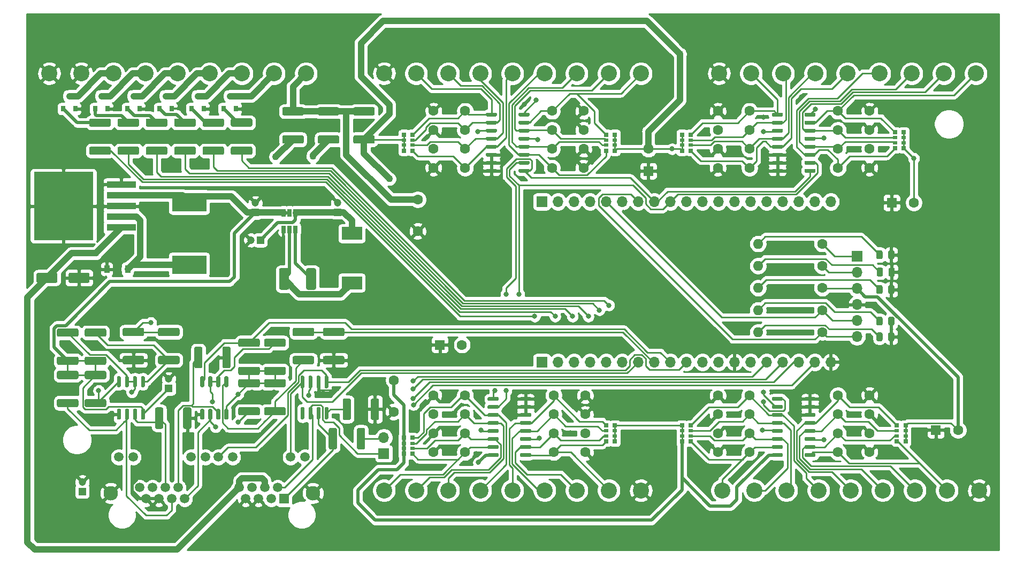
<source format=gtl>
%TF.GenerationSoftware,KiCad,Pcbnew,(5.1.12)-1*%
%TF.CreationDate,2023-05-21T12:59:29+02:00*%
%TF.ProjectId,roomcontroller,726f6f6d-636f-46e7-9472-6f6c6c65722e,rev?*%
%TF.SameCoordinates,Original*%
%TF.FileFunction,Copper,L1,Top*%
%TF.FilePolarity,Positive*%
%FSLAX46Y46*%
G04 Gerber Fmt 4.6, Leading zero omitted, Abs format (unit mm)*
G04 Created by KiCad (PCBNEW (5.1.12)-1) date 2023-05-21 12:59:29*
%MOMM*%
%LPD*%
G01*
G04 APERTURE LIST*
%TA.AperFunction,ComponentPad*%
%ADD10O,1.600000X1.600000*%
%TD*%
%TA.AperFunction,ComponentPad*%
%ADD11C,1.600000*%
%TD*%
%TA.AperFunction,ComponentPad*%
%ADD12O,1.700000X1.700000*%
%TD*%
%TA.AperFunction,ComponentPad*%
%ADD13R,1.700000X1.700000*%
%TD*%
%TA.AperFunction,SMDPad,CuDef*%
%ADD14R,0.700000X0.640000*%
%TD*%
%TA.AperFunction,SMDPad,CuDef*%
%ADD15R,0.700000X0.500000*%
%TD*%
%TA.AperFunction,ComponentPad*%
%ADD16R,1.600000X1.600000*%
%TD*%
%TA.AperFunction,ComponentPad*%
%ADD17C,2.540000*%
%TD*%
%TA.AperFunction,ComponentPad*%
%ADD18C,1.200000*%
%TD*%
%TA.AperFunction,ComponentPad*%
%ADD19R,1.200000X1.200000*%
%TD*%
%TA.AperFunction,SMDPad,CuDef*%
%ADD20R,5.400000X2.900000*%
%TD*%
%TA.AperFunction,SMDPad,CuDef*%
%ADD21R,3.200000X2.000000*%
%TD*%
%TA.AperFunction,SMDPad,CuDef*%
%ADD22R,0.650000X1.220000*%
%TD*%
%TA.AperFunction,SMDPad,CuDef*%
%ADD23R,0.800000X0.900000*%
%TD*%
%TA.AperFunction,SMDPad,CuDef*%
%ADD24R,9.400000X10.800000*%
%TD*%
%TA.AperFunction,SMDPad,CuDef*%
%ADD25R,4.600000X1.100000*%
%TD*%
%TA.AperFunction,ComponentPad*%
%ADD26C,1.500000*%
%TD*%
%TA.AperFunction,ComponentPad*%
%ADD27C,2.300000*%
%TD*%
%TA.AperFunction,ComponentPad*%
%ADD28R,1.500000X1.500000*%
%TD*%
%TA.AperFunction,SMDPad,CuDef*%
%ADD29R,0.900000X1.200000*%
%TD*%
%TA.AperFunction,ViaPad*%
%ADD30C,0.800000*%
%TD*%
%TA.AperFunction,ViaPad*%
%ADD31C,1.100000*%
%TD*%
%TA.AperFunction,Conductor*%
%ADD32C,1.000000*%
%TD*%
%TA.AperFunction,Conductor*%
%ADD33C,0.250000*%
%TD*%
%TA.AperFunction,Conductor*%
%ADD34C,0.500000*%
%TD*%
%TA.AperFunction,Conductor*%
%ADD35C,0.254000*%
%TD*%
%TA.AperFunction,Conductor*%
%ADD36C,0.100000*%
%TD*%
G04 APERTURE END LIST*
D10*
%TO.P,R35,2*%
%TO.N,Net-(D6-Pad2)*%
X141740000Y-62400000D03*
D11*
%TO.P,R35,1*%
%TO.N,+12V*%
X151900000Y-62400000D03*
%TD*%
D10*
%TO.P,R4,2*%
%TO.N,Net-(D5-Pad2)*%
X141740000Y-65900000D03*
D11*
%TO.P,R4,1*%
%TO.N,+5V*%
X151900000Y-65900000D03*
%TD*%
D10*
%TO.P,R3,2*%
%TO.N,Net-(D4-Pad2)*%
X141740000Y-69400000D03*
D11*
%TO.P,R3,1*%
%TO.N,+3V3*%
X151900000Y-69400000D03*
%TD*%
D10*
%TO.P,R2,2*%
%TO.N,Net-(D3-Pad2)*%
X141740000Y-72900000D03*
D11*
%TO.P,R2,1*%
%TO.N,DEBUG_1*%
X151900000Y-72900000D03*
%TD*%
D10*
%TO.P,R1,2*%
%TO.N,Net-(D2-Pad2)*%
X141740000Y-76400000D03*
D11*
%TO.P,R1,1*%
%TO.N,DEBUG_0*%
X151900000Y-76400000D03*
%TD*%
D12*
%TO.P,J7,6*%
%TO.N,DEBUG_0*%
X157400000Y-77100000D03*
%TO.P,J7,5*%
%TO.N,DEBUG_1*%
X157400000Y-74560000D03*
%TO.P,J7,4*%
%TO.N,GND*%
X157400000Y-72020000D03*
%TO.P,J7,3*%
%TO.N,+3V3*%
X157400000Y-69480000D03*
%TO.P,J7,2*%
%TO.N,+5V*%
X157400000Y-66940000D03*
D13*
%TO.P,J7,1*%
%TO.N,+12V*%
X157400000Y-64400000D03*
%TD*%
%TO.P,D6,2*%
%TO.N,Net-(D6-Pad2)*%
%TA.AperFunction,SMDPad,CuDef*%
G36*
G01*
X161450000Y-63693750D02*
X161450000Y-64606250D01*
G75*
G02*
X161206250Y-64850000I-243750J0D01*
G01*
X160718750Y-64850000D01*
G75*
G02*
X160475000Y-64606250I0J243750D01*
G01*
X160475000Y-63693750D01*
G75*
G02*
X160718750Y-63450000I243750J0D01*
G01*
X161206250Y-63450000D01*
G75*
G02*
X161450000Y-63693750I0J-243750D01*
G01*
G37*
%TD.AperFunction*%
%TO.P,D6,1*%
%TO.N,GND*%
%TA.AperFunction,SMDPad,CuDef*%
G36*
G01*
X163325000Y-63693750D02*
X163325000Y-64606250D01*
G75*
G02*
X163081250Y-64850000I-243750J0D01*
G01*
X162593750Y-64850000D01*
G75*
G02*
X162350000Y-64606250I0J243750D01*
G01*
X162350000Y-63693750D01*
G75*
G02*
X162593750Y-63450000I243750J0D01*
G01*
X163081250Y-63450000D01*
G75*
G02*
X163325000Y-63693750I0J-243750D01*
G01*
G37*
%TD.AperFunction*%
%TD*%
%TO.P,D5,2*%
%TO.N,Net-(D5-Pad2)*%
%TA.AperFunction,SMDPad,CuDef*%
G36*
G01*
X161512500Y-66443750D02*
X161512500Y-67356250D01*
G75*
G02*
X161268750Y-67600000I-243750J0D01*
G01*
X160781250Y-67600000D01*
G75*
G02*
X160537500Y-67356250I0J243750D01*
G01*
X160537500Y-66443750D01*
G75*
G02*
X160781250Y-66200000I243750J0D01*
G01*
X161268750Y-66200000D01*
G75*
G02*
X161512500Y-66443750I0J-243750D01*
G01*
G37*
%TD.AperFunction*%
%TO.P,D5,1*%
%TO.N,GND*%
%TA.AperFunction,SMDPad,CuDef*%
G36*
G01*
X163387500Y-66443750D02*
X163387500Y-67356250D01*
G75*
G02*
X163143750Y-67600000I-243750J0D01*
G01*
X162656250Y-67600000D01*
G75*
G02*
X162412500Y-67356250I0J243750D01*
G01*
X162412500Y-66443750D01*
G75*
G02*
X162656250Y-66200000I243750J0D01*
G01*
X163143750Y-66200000D01*
G75*
G02*
X163387500Y-66443750I0J-243750D01*
G01*
G37*
%TD.AperFunction*%
%TD*%
%TO.P,D4,2*%
%TO.N,Net-(D4-Pad2)*%
%TA.AperFunction,SMDPad,CuDef*%
G36*
G01*
X161450000Y-69193750D02*
X161450000Y-70106250D01*
G75*
G02*
X161206250Y-70350000I-243750J0D01*
G01*
X160718750Y-70350000D01*
G75*
G02*
X160475000Y-70106250I0J243750D01*
G01*
X160475000Y-69193750D01*
G75*
G02*
X160718750Y-68950000I243750J0D01*
G01*
X161206250Y-68950000D01*
G75*
G02*
X161450000Y-69193750I0J-243750D01*
G01*
G37*
%TD.AperFunction*%
%TO.P,D4,1*%
%TO.N,GND*%
%TA.AperFunction,SMDPad,CuDef*%
G36*
G01*
X163325000Y-69193750D02*
X163325000Y-70106250D01*
G75*
G02*
X163081250Y-70350000I-243750J0D01*
G01*
X162593750Y-70350000D01*
G75*
G02*
X162350000Y-70106250I0J243750D01*
G01*
X162350000Y-69193750D01*
G75*
G02*
X162593750Y-68950000I243750J0D01*
G01*
X163081250Y-68950000D01*
G75*
G02*
X163325000Y-69193750I0J-243750D01*
G01*
G37*
%TD.AperFunction*%
%TD*%
%TO.P,D3,2*%
%TO.N,Net-(D3-Pad2)*%
%TA.AperFunction,SMDPad,CuDef*%
G36*
G01*
X161450000Y-74193750D02*
X161450000Y-75106250D01*
G75*
G02*
X161206250Y-75350000I-243750J0D01*
G01*
X160718750Y-75350000D01*
G75*
G02*
X160475000Y-75106250I0J243750D01*
G01*
X160475000Y-74193750D01*
G75*
G02*
X160718750Y-73950000I243750J0D01*
G01*
X161206250Y-73950000D01*
G75*
G02*
X161450000Y-74193750I0J-243750D01*
G01*
G37*
%TD.AperFunction*%
%TO.P,D3,1*%
%TO.N,GND*%
%TA.AperFunction,SMDPad,CuDef*%
G36*
G01*
X163325000Y-74193750D02*
X163325000Y-75106250D01*
G75*
G02*
X163081250Y-75350000I-243750J0D01*
G01*
X162593750Y-75350000D01*
G75*
G02*
X162350000Y-75106250I0J243750D01*
G01*
X162350000Y-74193750D01*
G75*
G02*
X162593750Y-73950000I243750J0D01*
G01*
X163081250Y-73950000D01*
G75*
G02*
X163325000Y-74193750I0J-243750D01*
G01*
G37*
%TD.AperFunction*%
%TD*%
%TO.P,D2,2*%
%TO.N,Net-(D2-Pad2)*%
%TA.AperFunction,SMDPad,CuDef*%
G36*
G01*
X161450000Y-76693750D02*
X161450000Y-77606250D01*
G75*
G02*
X161206250Y-77850000I-243750J0D01*
G01*
X160718750Y-77850000D01*
G75*
G02*
X160475000Y-77606250I0J243750D01*
G01*
X160475000Y-76693750D01*
G75*
G02*
X160718750Y-76450000I243750J0D01*
G01*
X161206250Y-76450000D01*
G75*
G02*
X161450000Y-76693750I0J-243750D01*
G01*
G37*
%TD.AperFunction*%
%TO.P,D2,1*%
%TO.N,GND*%
%TA.AperFunction,SMDPad,CuDef*%
G36*
G01*
X163325000Y-76693750D02*
X163325000Y-77606250D01*
G75*
G02*
X163081250Y-77850000I-243750J0D01*
G01*
X162593750Y-77850000D01*
G75*
G02*
X162350000Y-77606250I0J243750D01*
G01*
X162350000Y-76693750D01*
G75*
G02*
X162593750Y-76450000I243750J0D01*
G01*
X163081250Y-76450000D01*
G75*
G02*
X163325000Y-76693750I0J-243750D01*
G01*
G37*
%TD.AperFunction*%
%TD*%
%TO.P,U4,16*%
%TO.N,+3V3*%
%TA.AperFunction,SMDPad,CuDef*%
G36*
G01*
X149100000Y-42105000D02*
X149100000Y-41805000D01*
G75*
G02*
X149250000Y-41655000I150000J0D01*
G01*
X150700000Y-41655000D01*
G75*
G02*
X150850000Y-41805000I0J-150000D01*
G01*
X150850000Y-42105000D01*
G75*
G02*
X150700000Y-42255000I-150000J0D01*
G01*
X149250000Y-42255000D01*
G75*
G02*
X149100000Y-42105000I0J150000D01*
G01*
G37*
%TD.AperFunction*%
%TO.P,U4,15*%
%TO.N,4_1Y2*%
%TA.AperFunction,SMDPad,CuDef*%
G36*
G01*
X149100000Y-43375000D02*
X149100000Y-43075000D01*
G75*
G02*
X149250000Y-42925000I150000J0D01*
G01*
X150700000Y-42925000D01*
G75*
G02*
X150850000Y-43075000I0J-150000D01*
G01*
X150850000Y-43375000D01*
G75*
G02*
X150700000Y-43525000I-150000J0D01*
G01*
X149250000Y-43525000D01*
G75*
G02*
X149100000Y-43375000I0J150000D01*
G01*
G37*
%TD.AperFunction*%
%TO.P,U4,14*%
%TO.N,4_1Y1*%
%TA.AperFunction,SMDPad,CuDef*%
G36*
G01*
X149100000Y-44645000D02*
X149100000Y-44345000D01*
G75*
G02*
X149250000Y-44195000I150000J0D01*
G01*
X150700000Y-44195000D01*
G75*
G02*
X150850000Y-44345000I0J-150000D01*
G01*
X150850000Y-44645000D01*
G75*
G02*
X150700000Y-44795000I-150000J0D01*
G01*
X149250000Y-44795000D01*
G75*
G02*
X149100000Y-44645000I0J150000D01*
G01*
G37*
%TD.AperFunction*%
%TO.P,U4,13*%
%TO.N,Y5*%
%TA.AperFunction,SMDPad,CuDef*%
G36*
G01*
X149100000Y-45915000D02*
X149100000Y-45615000D01*
G75*
G02*
X149250000Y-45465000I150000J0D01*
G01*
X150700000Y-45465000D01*
G75*
G02*
X150850000Y-45615000I0J-150000D01*
G01*
X150850000Y-45915000D01*
G75*
G02*
X150700000Y-46065000I-150000J0D01*
G01*
X149250000Y-46065000D01*
G75*
G02*
X149100000Y-45915000I0J150000D01*
G01*
G37*
%TD.AperFunction*%
%TO.P,U4,12*%
%TO.N,4_1Y0*%
%TA.AperFunction,SMDPad,CuDef*%
G36*
G01*
X149100000Y-47185000D02*
X149100000Y-46885000D01*
G75*
G02*
X149250000Y-46735000I150000J0D01*
G01*
X150700000Y-46735000D01*
G75*
G02*
X150850000Y-46885000I0J-150000D01*
G01*
X150850000Y-47185000D01*
G75*
G02*
X150700000Y-47335000I-150000J0D01*
G01*
X149250000Y-47335000D01*
G75*
G02*
X149100000Y-47185000I0J150000D01*
G01*
G37*
%TD.AperFunction*%
%TO.P,U4,11*%
%TO.N,4_1Y3*%
%TA.AperFunction,SMDPad,CuDef*%
G36*
G01*
X149100000Y-48455000D02*
X149100000Y-48155000D01*
G75*
G02*
X149250000Y-48005000I150000J0D01*
G01*
X150700000Y-48005000D01*
G75*
G02*
X150850000Y-48155000I0J-150000D01*
G01*
X150850000Y-48455000D01*
G75*
G02*
X150700000Y-48605000I-150000J0D01*
G01*
X149250000Y-48605000D01*
G75*
G02*
X149100000Y-48455000I0J150000D01*
G01*
G37*
%TD.AperFunction*%
%TO.P,U4,10*%
%TO.N,S0*%
%TA.AperFunction,SMDPad,CuDef*%
G36*
G01*
X149100000Y-49725000D02*
X149100000Y-49425000D01*
G75*
G02*
X149250000Y-49275000I150000J0D01*
G01*
X150700000Y-49275000D01*
G75*
G02*
X150850000Y-49425000I0J-150000D01*
G01*
X150850000Y-49725000D01*
G75*
G02*
X150700000Y-49875000I-150000J0D01*
G01*
X149250000Y-49875000D01*
G75*
G02*
X149100000Y-49725000I0J150000D01*
G01*
G37*
%TD.AperFunction*%
%TO.P,U4,9*%
%TO.N,S1*%
%TA.AperFunction,SMDPad,CuDef*%
G36*
G01*
X149100000Y-50995000D02*
X149100000Y-50695000D01*
G75*
G02*
X149250000Y-50545000I150000J0D01*
G01*
X150700000Y-50545000D01*
G75*
G02*
X150850000Y-50695000I0J-150000D01*
G01*
X150850000Y-50995000D01*
G75*
G02*
X150700000Y-51145000I-150000J0D01*
G01*
X149250000Y-51145000D01*
G75*
G02*
X149100000Y-50995000I0J150000D01*
G01*
G37*
%TD.AperFunction*%
%TO.P,U4,8*%
%TO.N,GND*%
%TA.AperFunction,SMDPad,CuDef*%
G36*
G01*
X143950000Y-50995000D02*
X143950000Y-50695000D01*
G75*
G02*
X144100000Y-50545000I150000J0D01*
G01*
X145550000Y-50545000D01*
G75*
G02*
X145700000Y-50695000I0J-150000D01*
G01*
X145700000Y-50995000D01*
G75*
G02*
X145550000Y-51145000I-150000J0D01*
G01*
X144100000Y-51145000D01*
G75*
G02*
X143950000Y-50995000I0J150000D01*
G01*
G37*
%TD.AperFunction*%
%TO.P,U4,7*%
%TA.AperFunction,SMDPad,CuDef*%
G36*
G01*
X143950000Y-49725000D02*
X143950000Y-49425000D01*
G75*
G02*
X144100000Y-49275000I150000J0D01*
G01*
X145550000Y-49275000D01*
G75*
G02*
X145700000Y-49425000I0J-150000D01*
G01*
X145700000Y-49725000D01*
G75*
G02*
X145550000Y-49875000I-150000J0D01*
G01*
X144100000Y-49875000D01*
G75*
G02*
X143950000Y-49725000I0J150000D01*
G01*
G37*
%TD.AperFunction*%
%TO.P,U4,6*%
%TA.AperFunction,SMDPad,CuDef*%
G36*
G01*
X143950000Y-48455000D02*
X143950000Y-48155000D01*
G75*
G02*
X144100000Y-48005000I150000J0D01*
G01*
X145550000Y-48005000D01*
G75*
G02*
X145700000Y-48155000I0J-150000D01*
G01*
X145700000Y-48455000D01*
G75*
G02*
X145550000Y-48605000I-150000J0D01*
G01*
X144100000Y-48605000D01*
G75*
G02*
X143950000Y-48455000I0J150000D01*
G01*
G37*
%TD.AperFunction*%
%TO.P,U4,5*%
%TO.N,4_2Y1*%
%TA.AperFunction,SMDPad,CuDef*%
G36*
G01*
X143950000Y-47185000D02*
X143950000Y-46885000D01*
G75*
G02*
X144100000Y-46735000I150000J0D01*
G01*
X145550000Y-46735000D01*
G75*
G02*
X145700000Y-46885000I0J-150000D01*
G01*
X145700000Y-47185000D01*
G75*
G02*
X145550000Y-47335000I-150000J0D01*
G01*
X144100000Y-47335000D01*
G75*
G02*
X143950000Y-47185000I0J150000D01*
G01*
G37*
%TD.AperFunction*%
%TO.P,U4,4*%
%TO.N,4_2Y3*%
%TA.AperFunction,SMDPad,CuDef*%
G36*
G01*
X143950000Y-45915000D02*
X143950000Y-45615000D01*
G75*
G02*
X144100000Y-45465000I150000J0D01*
G01*
X145550000Y-45465000D01*
G75*
G02*
X145700000Y-45615000I0J-150000D01*
G01*
X145700000Y-45915000D01*
G75*
G02*
X145550000Y-46065000I-150000J0D01*
G01*
X144100000Y-46065000D01*
G75*
G02*
X143950000Y-45915000I0J150000D01*
G01*
G37*
%TD.AperFunction*%
%TO.P,U4,3*%
%TO.N,Y6*%
%TA.AperFunction,SMDPad,CuDef*%
G36*
G01*
X143950000Y-44645000D02*
X143950000Y-44345000D01*
G75*
G02*
X144100000Y-44195000I150000J0D01*
G01*
X145550000Y-44195000D01*
G75*
G02*
X145700000Y-44345000I0J-150000D01*
G01*
X145700000Y-44645000D01*
G75*
G02*
X145550000Y-44795000I-150000J0D01*
G01*
X144100000Y-44795000D01*
G75*
G02*
X143950000Y-44645000I0J150000D01*
G01*
G37*
%TD.AperFunction*%
%TO.P,U4,2*%
%TO.N,4_2Y2*%
%TA.AperFunction,SMDPad,CuDef*%
G36*
G01*
X143950000Y-43375000D02*
X143950000Y-43075000D01*
G75*
G02*
X144100000Y-42925000I150000J0D01*
G01*
X145550000Y-42925000D01*
G75*
G02*
X145700000Y-43075000I0J-150000D01*
G01*
X145700000Y-43375000D01*
G75*
G02*
X145550000Y-43525000I-150000J0D01*
G01*
X144100000Y-43525000D01*
G75*
G02*
X143950000Y-43375000I0J150000D01*
G01*
G37*
%TD.AperFunction*%
%TO.P,U4,1*%
%TO.N,4_2Y0*%
%TA.AperFunction,SMDPad,CuDef*%
G36*
G01*
X143950000Y-42105000D02*
X143950000Y-41805000D01*
G75*
G02*
X144100000Y-41655000I150000J0D01*
G01*
X145550000Y-41655000D01*
G75*
G02*
X145700000Y-41805000I0J-150000D01*
G01*
X145700000Y-42105000D01*
G75*
G02*
X145550000Y-42255000I-150000J0D01*
G01*
X144100000Y-42255000D01*
G75*
G02*
X143950000Y-42105000I0J150000D01*
G01*
G37*
%TD.AperFunction*%
%TD*%
D14*
%TO.P,RN8,1*%
%TO.N,+3V3*%
X129700000Y-45130000D03*
D15*
%TO.P,RN8,3*%
X129700000Y-46800000D03*
%TO.P,RN8,2*%
X129700000Y-46000000D03*
D14*
%TO.P,RN8,4*%
X129700000Y-47670000D03*
D15*
%TO.P,RN8,7*%
%TO.N,4_2Y2*%
X131100000Y-46000000D03*
D14*
%TO.P,RN8,8*%
%TO.N,4_2Y0*%
X131100000Y-45130000D03*
D15*
%TO.P,RN8,6*%
%TO.N,4_2Y3*%
X131100000Y-46800000D03*
D14*
%TO.P,RN8,5*%
%TO.N,4_2Y1*%
X131100000Y-47670000D03*
%TD*%
%TO.P,RN7,1*%
%TO.N,4_1Y2*%
X163400000Y-44730000D03*
D15*
%TO.P,RN7,3*%
%TO.N,4_1Y0*%
X163400000Y-46400000D03*
%TO.P,RN7,2*%
%TO.N,4_1Y1*%
X163400000Y-45600000D03*
D14*
%TO.P,RN7,4*%
%TO.N,4_1Y3*%
X163400000Y-47270000D03*
D15*
%TO.P,RN7,7*%
%TO.N,+3V3*%
X164800000Y-45600000D03*
D14*
%TO.P,RN7,8*%
X164800000Y-44730000D03*
D15*
%TO.P,RN7,6*%
X164800000Y-46400000D03*
D14*
%TO.P,RN7,5*%
X164800000Y-47270000D03*
%TD*%
%TO.P,RN6,1*%
%TO.N,+3V3*%
X119100000Y-93670000D03*
D15*
%TO.P,RN6,3*%
X119100000Y-92000000D03*
%TO.P,RN6,2*%
X119100000Y-92800000D03*
D14*
%TO.P,RN6,4*%
X119100000Y-91130000D03*
D15*
%TO.P,RN6,7*%
%TO.N,3_2Y2*%
X117700000Y-92800000D03*
D14*
%TO.P,RN6,8*%
%TO.N,3_2Y0*%
X117700000Y-93670000D03*
D15*
%TO.P,RN6,6*%
%TO.N,3_2Y3*%
X117700000Y-92000000D03*
D14*
%TO.P,RN6,5*%
%TO.N,3_2Y1*%
X117700000Y-91130000D03*
%TD*%
%TO.P,RN5,1*%
%TO.N,3_1Y2*%
X87100000Y-95670000D03*
D15*
%TO.P,RN5,3*%
%TO.N,3_1Y0*%
X87100000Y-94000000D03*
%TO.P,RN5,2*%
%TO.N,3_1Y1*%
X87100000Y-94800000D03*
D14*
%TO.P,RN5,4*%
%TO.N,3_1Y3*%
X87100000Y-93130000D03*
D15*
%TO.P,RN5,7*%
%TO.N,+3V3*%
X85700000Y-94800000D03*
D14*
%TO.P,RN5,8*%
X85700000Y-95670000D03*
D15*
%TO.P,RN5,6*%
X85700000Y-94000000D03*
D14*
%TO.P,RN5,5*%
X85700000Y-93130000D03*
%TD*%
%TO.P,RN4,1*%
%TO.N,+3V3*%
X165100000Y-93670000D03*
D15*
%TO.P,RN4,3*%
X165100000Y-92000000D03*
%TO.P,RN4,2*%
X165100000Y-92800000D03*
D14*
%TO.P,RN4,4*%
X165100000Y-91130000D03*
D15*
%TO.P,RN4,7*%
%TO.N,2_2Y2*%
X163700000Y-92800000D03*
D14*
%TO.P,RN4,8*%
%TO.N,2_2Y0*%
X163700000Y-93670000D03*
D15*
%TO.P,RN4,6*%
%TO.N,2_2Y3*%
X163700000Y-92000000D03*
D14*
%TO.P,RN4,5*%
%TO.N,2_2Y1*%
X163700000Y-91130000D03*
%TD*%
%TO.P,RN3,1*%
%TO.N,2_1Y2*%
X131100000Y-93670000D03*
D15*
%TO.P,RN3,3*%
%TO.N,2_1Y0*%
X131100000Y-92000000D03*
%TO.P,RN3,2*%
%TO.N,2_1Y1*%
X131100000Y-92800000D03*
D14*
%TO.P,RN3,4*%
%TO.N,2_1Y3*%
X131100000Y-91130000D03*
D15*
%TO.P,RN3,7*%
%TO.N,+3V3*%
X129700000Y-92800000D03*
D14*
%TO.P,RN3,8*%
X129700000Y-93670000D03*
D15*
%TO.P,RN3,6*%
X129700000Y-92000000D03*
D14*
%TO.P,RN3,5*%
X129700000Y-91130000D03*
%TD*%
%TO.P,RN2,1*%
%TO.N,+3V3*%
X85700000Y-45130000D03*
D15*
%TO.P,RN2,3*%
X85700000Y-46800000D03*
%TO.P,RN2,2*%
X85700000Y-46000000D03*
D14*
%TO.P,RN2,4*%
X85700000Y-47670000D03*
D15*
%TO.P,RN2,7*%
%TO.N,1_2Y2*%
X87100000Y-46000000D03*
D14*
%TO.P,RN2,8*%
%TO.N,1_2Y0*%
X87100000Y-45130000D03*
D15*
%TO.P,RN2,6*%
%TO.N,1_2Y3*%
X87100000Y-46800000D03*
D14*
%TO.P,RN2,5*%
%TO.N,1_2Y1*%
X87100000Y-47670000D03*
%TD*%
%TO.P,RN1,1*%
%TO.N,1_1Y2*%
X117700000Y-45130000D03*
D15*
%TO.P,RN1,3*%
%TO.N,1_1Y0*%
X117700000Y-46800000D03*
%TO.P,RN1,2*%
%TO.N,1_1Y1*%
X117700000Y-46000000D03*
D14*
%TO.P,RN1,4*%
%TO.N,1_1Y3*%
X117700000Y-47670000D03*
D15*
%TO.P,RN1,7*%
%TO.N,+3V3*%
X119100000Y-46000000D03*
D14*
%TO.P,RN1,8*%
X119100000Y-45130000D03*
D15*
%TO.P,RN1,6*%
X119100000Y-46800000D03*
D14*
%TO.P,RN1,5*%
X119100000Y-47670000D03*
%TD*%
D11*
%TO.P,C43,2*%
%TO.N,4_2Y3*%
X140400000Y-47400000D03*
%TO.P,C43,1*%
%TO.N,GND*%
X135400000Y-47400000D03*
%TD*%
%TO.P,C42,2*%
%TO.N,3_2Y3*%
X109400000Y-89400000D03*
%TO.P,C42,1*%
%TO.N,GND*%
X114400000Y-89400000D03*
%TD*%
%TO.P,C41,2*%
%TO.N,4_2Y2*%
X140400000Y-44400000D03*
%TO.P,C41,1*%
%TO.N,GND*%
X135400000Y-44400000D03*
%TD*%
%TO.P,C40,2*%
%TO.N,3_2Y2*%
X109400000Y-92400000D03*
%TO.P,C40,1*%
%TO.N,GND*%
X114400000Y-92400000D03*
%TD*%
%TO.P,C39,2*%
%TO.N,4_2Y1*%
X140400000Y-50400000D03*
%TO.P,C39,1*%
%TO.N,GND*%
X135400000Y-50400000D03*
%TD*%
%TO.P,C38,2*%
%TO.N,3_2Y1*%
X109400000Y-86400000D03*
%TO.P,C38,1*%
%TO.N,GND*%
X114400000Y-86400000D03*
%TD*%
%TO.P,C37,2*%
%TO.N,4_2Y0*%
X140400000Y-41400000D03*
%TO.P,C37,1*%
%TO.N,GND*%
X135400000Y-41400000D03*
%TD*%
%TO.P,C36,2*%
%TO.N,3_2Y0*%
X109400000Y-95400000D03*
%TO.P,C36,1*%
%TO.N,GND*%
X114400000Y-95400000D03*
%TD*%
%TO.P,C35,2*%
%TO.N,GND*%
X159400000Y-50400000D03*
%TO.P,C35,1*%
%TO.N,4_1Y3*%
X154400000Y-50400000D03*
%TD*%
%TO.P,C34,2*%
%TO.N,4_1Y0*%
X154400000Y-47400000D03*
%TO.P,C34,1*%
%TO.N,GND*%
X159400000Y-47400000D03*
%TD*%
%TO.P,C33,2*%
%TO.N,GND*%
X90400000Y-86400000D03*
%TO.P,C33,1*%
%TO.N,3_1Y3*%
X95400000Y-86400000D03*
%TD*%
%TO.P,C32,2*%
%TO.N,3_1Y0*%
X95400000Y-89400000D03*
%TO.P,C32,1*%
%TO.N,GND*%
X90400000Y-89400000D03*
%TD*%
%TO.P,C31,2*%
%TO.N,GND*%
X159400000Y-41400000D03*
%TO.P,C31,1*%
%TO.N,4_1Y2*%
X154400000Y-41400000D03*
%TD*%
%TO.P,C30,2*%
%TO.N,4_1Y1*%
X154400000Y-44400000D03*
%TO.P,C30,1*%
%TO.N,GND*%
X159400000Y-44400000D03*
%TD*%
%TO.P,C29,2*%
%TO.N,GND*%
X90400000Y-95400000D03*
%TO.P,C29,1*%
%TO.N,3_1Y2*%
X95400000Y-95400000D03*
%TD*%
%TO.P,C28,2*%
%TO.N,3_1Y1*%
X95400000Y-92400000D03*
%TO.P,C28,1*%
%TO.N,GND*%
X90400000Y-92400000D03*
%TD*%
%TO.P,C26,2*%
%TO.N,2_2Y3*%
X154400000Y-89400000D03*
%TO.P,C26,1*%
%TO.N,GND*%
X159400000Y-89400000D03*
%TD*%
%TO.P,C25,2*%
%TO.N,1_2Y3*%
X95400000Y-47400000D03*
%TO.P,C25,1*%
%TO.N,GND*%
X90400000Y-47400000D03*
%TD*%
%TO.P,C24,2*%
%TO.N,2_2Y2*%
X154400000Y-92400000D03*
%TO.P,C24,1*%
%TO.N,GND*%
X159400000Y-92400000D03*
%TD*%
%TO.P,C23,2*%
%TO.N,1_2Y2*%
X95400000Y-44400000D03*
%TO.P,C23,1*%
%TO.N,GND*%
X90400000Y-44400000D03*
%TD*%
%TO.P,C22,2*%
%TO.N,2_2Y1*%
X154400000Y-86400000D03*
%TO.P,C22,1*%
%TO.N,GND*%
X159400000Y-86400000D03*
%TD*%
%TO.P,C21,2*%
%TO.N,1_2Y1*%
X95400000Y-50400000D03*
%TO.P,C21,1*%
%TO.N,GND*%
X90400000Y-50400000D03*
%TD*%
%TO.P,C20,2*%
%TO.N,2_2Y0*%
X154400000Y-95400000D03*
%TO.P,C20,1*%
%TO.N,GND*%
X159400000Y-95400000D03*
%TD*%
%TO.P,C19,2*%
%TO.N,1_2Y0*%
X95400000Y-41400000D03*
%TO.P,C19,1*%
%TO.N,GND*%
X90400000Y-41400000D03*
%TD*%
%TO.P,C18,2*%
%TO.N,GND*%
X135400000Y-86400000D03*
%TO.P,C18,1*%
%TO.N,2_1Y3*%
X140400000Y-86400000D03*
%TD*%
%TO.P,C16,2*%
%TO.N,2_1Y0*%
X140400000Y-89400000D03*
%TO.P,C16,1*%
%TO.N,GND*%
X135400000Y-89400000D03*
%TD*%
%TO.P,C15,2*%
%TO.N,GND*%
X114150000Y-50400000D03*
%TO.P,C15,1*%
%TO.N,1_1Y3*%
X109150000Y-50400000D03*
%TD*%
%TO.P,C14,2*%
%TO.N,1_1Y0*%
X109150000Y-47400000D03*
%TO.P,C14,1*%
%TO.N,GND*%
X114150000Y-47400000D03*
%TD*%
%TO.P,C10,2*%
%TO.N,GND*%
X135400000Y-95400000D03*
%TO.P,C10,1*%
%TO.N,2_1Y2*%
X140400000Y-95400000D03*
%TD*%
%TO.P,C9,2*%
%TO.N,2_1Y1*%
X140400000Y-92400000D03*
%TO.P,C9,1*%
%TO.N,GND*%
X135400000Y-92400000D03*
%TD*%
%TO.P,C8,2*%
%TO.N,GND*%
X114150000Y-41400000D03*
%TO.P,C8,1*%
%TO.N,1_1Y2*%
X109150000Y-41400000D03*
%TD*%
%TO.P,C7,2*%
%TO.N,1_1Y1*%
X109150000Y-44400000D03*
%TO.P,C7,1*%
%TO.N,GND*%
X114150000Y-44400000D03*
%TD*%
%TO.P,U3,16*%
%TO.N,+3V3*%
%TA.AperFunction,SMDPad,CuDef*%
G36*
G01*
X100700000Y-95695000D02*
X100700000Y-95995000D01*
G75*
G02*
X100550000Y-96145000I-150000J0D01*
G01*
X99100000Y-96145000D01*
G75*
G02*
X98950000Y-95995000I0J150000D01*
G01*
X98950000Y-95695000D01*
G75*
G02*
X99100000Y-95545000I150000J0D01*
G01*
X100550000Y-95545000D01*
G75*
G02*
X100700000Y-95695000I0J-150000D01*
G01*
G37*
%TD.AperFunction*%
%TO.P,U3,15*%
%TO.N,3_1Y2*%
%TA.AperFunction,SMDPad,CuDef*%
G36*
G01*
X100700000Y-94425000D02*
X100700000Y-94725000D01*
G75*
G02*
X100550000Y-94875000I-150000J0D01*
G01*
X99100000Y-94875000D01*
G75*
G02*
X98950000Y-94725000I0J150000D01*
G01*
X98950000Y-94425000D01*
G75*
G02*
X99100000Y-94275000I150000J0D01*
G01*
X100550000Y-94275000D01*
G75*
G02*
X100700000Y-94425000I0J-150000D01*
G01*
G37*
%TD.AperFunction*%
%TO.P,U3,14*%
%TO.N,3_1Y1*%
%TA.AperFunction,SMDPad,CuDef*%
G36*
G01*
X100700000Y-93155000D02*
X100700000Y-93455000D01*
G75*
G02*
X100550000Y-93605000I-150000J0D01*
G01*
X99100000Y-93605000D01*
G75*
G02*
X98950000Y-93455000I0J150000D01*
G01*
X98950000Y-93155000D01*
G75*
G02*
X99100000Y-93005000I150000J0D01*
G01*
X100550000Y-93005000D01*
G75*
G02*
X100700000Y-93155000I0J-150000D01*
G01*
G37*
%TD.AperFunction*%
%TO.P,U3,13*%
%TO.N,Y4*%
%TA.AperFunction,SMDPad,CuDef*%
G36*
G01*
X100700000Y-91885000D02*
X100700000Y-92185000D01*
G75*
G02*
X100550000Y-92335000I-150000J0D01*
G01*
X99100000Y-92335000D01*
G75*
G02*
X98950000Y-92185000I0J150000D01*
G01*
X98950000Y-91885000D01*
G75*
G02*
X99100000Y-91735000I150000J0D01*
G01*
X100550000Y-91735000D01*
G75*
G02*
X100700000Y-91885000I0J-150000D01*
G01*
G37*
%TD.AperFunction*%
%TO.P,U3,12*%
%TO.N,3_1Y0*%
%TA.AperFunction,SMDPad,CuDef*%
G36*
G01*
X100700000Y-90615000D02*
X100700000Y-90915000D01*
G75*
G02*
X100550000Y-91065000I-150000J0D01*
G01*
X99100000Y-91065000D01*
G75*
G02*
X98950000Y-90915000I0J150000D01*
G01*
X98950000Y-90615000D01*
G75*
G02*
X99100000Y-90465000I150000J0D01*
G01*
X100550000Y-90465000D01*
G75*
G02*
X100700000Y-90615000I0J-150000D01*
G01*
G37*
%TD.AperFunction*%
%TO.P,U3,11*%
%TO.N,3_1Y3*%
%TA.AperFunction,SMDPad,CuDef*%
G36*
G01*
X100700000Y-89345000D02*
X100700000Y-89645000D01*
G75*
G02*
X100550000Y-89795000I-150000J0D01*
G01*
X99100000Y-89795000D01*
G75*
G02*
X98950000Y-89645000I0J150000D01*
G01*
X98950000Y-89345000D01*
G75*
G02*
X99100000Y-89195000I150000J0D01*
G01*
X100550000Y-89195000D01*
G75*
G02*
X100700000Y-89345000I0J-150000D01*
G01*
G37*
%TD.AperFunction*%
%TO.P,U3,10*%
%TO.N,S0*%
%TA.AperFunction,SMDPad,CuDef*%
G36*
G01*
X100700000Y-88075000D02*
X100700000Y-88375000D01*
G75*
G02*
X100550000Y-88525000I-150000J0D01*
G01*
X99100000Y-88525000D01*
G75*
G02*
X98950000Y-88375000I0J150000D01*
G01*
X98950000Y-88075000D01*
G75*
G02*
X99100000Y-87925000I150000J0D01*
G01*
X100550000Y-87925000D01*
G75*
G02*
X100700000Y-88075000I0J-150000D01*
G01*
G37*
%TD.AperFunction*%
%TO.P,U3,9*%
%TO.N,S1*%
%TA.AperFunction,SMDPad,CuDef*%
G36*
G01*
X100700000Y-86805000D02*
X100700000Y-87105000D01*
G75*
G02*
X100550000Y-87255000I-150000J0D01*
G01*
X99100000Y-87255000D01*
G75*
G02*
X98950000Y-87105000I0J150000D01*
G01*
X98950000Y-86805000D01*
G75*
G02*
X99100000Y-86655000I150000J0D01*
G01*
X100550000Y-86655000D01*
G75*
G02*
X100700000Y-86805000I0J-150000D01*
G01*
G37*
%TD.AperFunction*%
%TO.P,U3,8*%
%TO.N,GND*%
%TA.AperFunction,SMDPad,CuDef*%
G36*
G01*
X105850000Y-86805000D02*
X105850000Y-87105000D01*
G75*
G02*
X105700000Y-87255000I-150000J0D01*
G01*
X104250000Y-87255000D01*
G75*
G02*
X104100000Y-87105000I0J150000D01*
G01*
X104100000Y-86805000D01*
G75*
G02*
X104250000Y-86655000I150000J0D01*
G01*
X105700000Y-86655000D01*
G75*
G02*
X105850000Y-86805000I0J-150000D01*
G01*
G37*
%TD.AperFunction*%
%TO.P,U3,7*%
%TA.AperFunction,SMDPad,CuDef*%
G36*
G01*
X105850000Y-88075000D02*
X105850000Y-88375000D01*
G75*
G02*
X105700000Y-88525000I-150000J0D01*
G01*
X104250000Y-88525000D01*
G75*
G02*
X104100000Y-88375000I0J150000D01*
G01*
X104100000Y-88075000D01*
G75*
G02*
X104250000Y-87925000I150000J0D01*
G01*
X105700000Y-87925000D01*
G75*
G02*
X105850000Y-88075000I0J-150000D01*
G01*
G37*
%TD.AperFunction*%
%TO.P,U3,6*%
%TA.AperFunction,SMDPad,CuDef*%
G36*
G01*
X105850000Y-89345000D02*
X105850000Y-89645000D01*
G75*
G02*
X105700000Y-89795000I-150000J0D01*
G01*
X104250000Y-89795000D01*
G75*
G02*
X104100000Y-89645000I0J150000D01*
G01*
X104100000Y-89345000D01*
G75*
G02*
X104250000Y-89195000I150000J0D01*
G01*
X105700000Y-89195000D01*
G75*
G02*
X105850000Y-89345000I0J-150000D01*
G01*
G37*
%TD.AperFunction*%
%TO.P,U3,5*%
%TO.N,3_2Y1*%
%TA.AperFunction,SMDPad,CuDef*%
G36*
G01*
X105850000Y-90615000D02*
X105850000Y-90915000D01*
G75*
G02*
X105700000Y-91065000I-150000J0D01*
G01*
X104250000Y-91065000D01*
G75*
G02*
X104100000Y-90915000I0J150000D01*
G01*
X104100000Y-90615000D01*
G75*
G02*
X104250000Y-90465000I150000J0D01*
G01*
X105700000Y-90465000D01*
G75*
G02*
X105850000Y-90615000I0J-150000D01*
G01*
G37*
%TD.AperFunction*%
%TO.P,U3,4*%
%TO.N,3_2Y3*%
%TA.AperFunction,SMDPad,CuDef*%
G36*
G01*
X105850000Y-91885000D02*
X105850000Y-92185000D01*
G75*
G02*
X105700000Y-92335000I-150000J0D01*
G01*
X104250000Y-92335000D01*
G75*
G02*
X104100000Y-92185000I0J150000D01*
G01*
X104100000Y-91885000D01*
G75*
G02*
X104250000Y-91735000I150000J0D01*
G01*
X105700000Y-91735000D01*
G75*
G02*
X105850000Y-91885000I0J-150000D01*
G01*
G37*
%TD.AperFunction*%
%TO.P,U3,3*%
%TO.N,Y3*%
%TA.AperFunction,SMDPad,CuDef*%
G36*
G01*
X105850000Y-93155000D02*
X105850000Y-93455000D01*
G75*
G02*
X105700000Y-93605000I-150000J0D01*
G01*
X104250000Y-93605000D01*
G75*
G02*
X104100000Y-93455000I0J150000D01*
G01*
X104100000Y-93155000D01*
G75*
G02*
X104250000Y-93005000I150000J0D01*
G01*
X105700000Y-93005000D01*
G75*
G02*
X105850000Y-93155000I0J-150000D01*
G01*
G37*
%TD.AperFunction*%
%TO.P,U3,2*%
%TO.N,3_2Y2*%
%TA.AperFunction,SMDPad,CuDef*%
G36*
G01*
X105850000Y-94425000D02*
X105850000Y-94725000D01*
G75*
G02*
X105700000Y-94875000I-150000J0D01*
G01*
X104250000Y-94875000D01*
G75*
G02*
X104100000Y-94725000I0J150000D01*
G01*
X104100000Y-94425000D01*
G75*
G02*
X104250000Y-94275000I150000J0D01*
G01*
X105700000Y-94275000D01*
G75*
G02*
X105850000Y-94425000I0J-150000D01*
G01*
G37*
%TD.AperFunction*%
%TO.P,U3,1*%
%TO.N,3_2Y0*%
%TA.AperFunction,SMDPad,CuDef*%
G36*
G01*
X105850000Y-95695000D02*
X105850000Y-95995000D01*
G75*
G02*
X105700000Y-96145000I-150000J0D01*
G01*
X104250000Y-96145000D01*
G75*
G02*
X104100000Y-95995000I0J150000D01*
G01*
X104100000Y-95695000D01*
G75*
G02*
X104250000Y-95545000I150000J0D01*
G01*
X105700000Y-95545000D01*
G75*
G02*
X105850000Y-95695000I0J-150000D01*
G01*
G37*
%TD.AperFunction*%
%TD*%
%TO.P,U2,16*%
%TO.N,+3V3*%
%TA.AperFunction,SMDPad,CuDef*%
G36*
G01*
X145700000Y-95695000D02*
X145700000Y-95995000D01*
G75*
G02*
X145550000Y-96145000I-150000J0D01*
G01*
X144100000Y-96145000D01*
G75*
G02*
X143950000Y-95995000I0J150000D01*
G01*
X143950000Y-95695000D01*
G75*
G02*
X144100000Y-95545000I150000J0D01*
G01*
X145550000Y-95545000D01*
G75*
G02*
X145700000Y-95695000I0J-150000D01*
G01*
G37*
%TD.AperFunction*%
%TO.P,U2,15*%
%TO.N,2_1Y2*%
%TA.AperFunction,SMDPad,CuDef*%
G36*
G01*
X145700000Y-94425000D02*
X145700000Y-94725000D01*
G75*
G02*
X145550000Y-94875000I-150000J0D01*
G01*
X144100000Y-94875000D01*
G75*
G02*
X143950000Y-94725000I0J150000D01*
G01*
X143950000Y-94425000D01*
G75*
G02*
X144100000Y-94275000I150000J0D01*
G01*
X145550000Y-94275000D01*
G75*
G02*
X145700000Y-94425000I0J-150000D01*
G01*
G37*
%TD.AperFunction*%
%TO.P,U2,14*%
%TO.N,2_1Y1*%
%TA.AperFunction,SMDPad,CuDef*%
G36*
G01*
X145700000Y-93155000D02*
X145700000Y-93455000D01*
G75*
G02*
X145550000Y-93605000I-150000J0D01*
G01*
X144100000Y-93605000D01*
G75*
G02*
X143950000Y-93455000I0J150000D01*
G01*
X143950000Y-93155000D01*
G75*
G02*
X144100000Y-93005000I150000J0D01*
G01*
X145550000Y-93005000D01*
G75*
G02*
X145700000Y-93155000I0J-150000D01*
G01*
G37*
%TD.AperFunction*%
%TO.P,U2,13*%
%TO.N,Y2*%
%TA.AperFunction,SMDPad,CuDef*%
G36*
G01*
X145700000Y-91885000D02*
X145700000Y-92185000D01*
G75*
G02*
X145550000Y-92335000I-150000J0D01*
G01*
X144100000Y-92335000D01*
G75*
G02*
X143950000Y-92185000I0J150000D01*
G01*
X143950000Y-91885000D01*
G75*
G02*
X144100000Y-91735000I150000J0D01*
G01*
X145550000Y-91735000D01*
G75*
G02*
X145700000Y-91885000I0J-150000D01*
G01*
G37*
%TD.AperFunction*%
%TO.P,U2,12*%
%TO.N,2_1Y0*%
%TA.AperFunction,SMDPad,CuDef*%
G36*
G01*
X145700000Y-90615000D02*
X145700000Y-90915000D01*
G75*
G02*
X145550000Y-91065000I-150000J0D01*
G01*
X144100000Y-91065000D01*
G75*
G02*
X143950000Y-90915000I0J150000D01*
G01*
X143950000Y-90615000D01*
G75*
G02*
X144100000Y-90465000I150000J0D01*
G01*
X145550000Y-90465000D01*
G75*
G02*
X145700000Y-90615000I0J-150000D01*
G01*
G37*
%TD.AperFunction*%
%TO.P,U2,11*%
%TO.N,2_1Y3*%
%TA.AperFunction,SMDPad,CuDef*%
G36*
G01*
X145700000Y-89345000D02*
X145700000Y-89645000D01*
G75*
G02*
X145550000Y-89795000I-150000J0D01*
G01*
X144100000Y-89795000D01*
G75*
G02*
X143950000Y-89645000I0J150000D01*
G01*
X143950000Y-89345000D01*
G75*
G02*
X144100000Y-89195000I150000J0D01*
G01*
X145550000Y-89195000D01*
G75*
G02*
X145700000Y-89345000I0J-150000D01*
G01*
G37*
%TD.AperFunction*%
%TO.P,U2,10*%
%TO.N,S0*%
%TA.AperFunction,SMDPad,CuDef*%
G36*
G01*
X145700000Y-88075000D02*
X145700000Y-88375000D01*
G75*
G02*
X145550000Y-88525000I-150000J0D01*
G01*
X144100000Y-88525000D01*
G75*
G02*
X143950000Y-88375000I0J150000D01*
G01*
X143950000Y-88075000D01*
G75*
G02*
X144100000Y-87925000I150000J0D01*
G01*
X145550000Y-87925000D01*
G75*
G02*
X145700000Y-88075000I0J-150000D01*
G01*
G37*
%TD.AperFunction*%
%TO.P,U2,9*%
%TO.N,S1*%
%TA.AperFunction,SMDPad,CuDef*%
G36*
G01*
X145700000Y-86805000D02*
X145700000Y-87105000D01*
G75*
G02*
X145550000Y-87255000I-150000J0D01*
G01*
X144100000Y-87255000D01*
G75*
G02*
X143950000Y-87105000I0J150000D01*
G01*
X143950000Y-86805000D01*
G75*
G02*
X144100000Y-86655000I150000J0D01*
G01*
X145550000Y-86655000D01*
G75*
G02*
X145700000Y-86805000I0J-150000D01*
G01*
G37*
%TD.AperFunction*%
%TO.P,U2,8*%
%TO.N,GND*%
%TA.AperFunction,SMDPad,CuDef*%
G36*
G01*
X150850000Y-86805000D02*
X150850000Y-87105000D01*
G75*
G02*
X150700000Y-87255000I-150000J0D01*
G01*
X149250000Y-87255000D01*
G75*
G02*
X149100000Y-87105000I0J150000D01*
G01*
X149100000Y-86805000D01*
G75*
G02*
X149250000Y-86655000I150000J0D01*
G01*
X150700000Y-86655000D01*
G75*
G02*
X150850000Y-86805000I0J-150000D01*
G01*
G37*
%TD.AperFunction*%
%TO.P,U2,7*%
%TA.AperFunction,SMDPad,CuDef*%
G36*
G01*
X150850000Y-88075000D02*
X150850000Y-88375000D01*
G75*
G02*
X150700000Y-88525000I-150000J0D01*
G01*
X149250000Y-88525000D01*
G75*
G02*
X149100000Y-88375000I0J150000D01*
G01*
X149100000Y-88075000D01*
G75*
G02*
X149250000Y-87925000I150000J0D01*
G01*
X150700000Y-87925000D01*
G75*
G02*
X150850000Y-88075000I0J-150000D01*
G01*
G37*
%TD.AperFunction*%
%TO.P,U2,6*%
%TA.AperFunction,SMDPad,CuDef*%
G36*
G01*
X150850000Y-89345000D02*
X150850000Y-89645000D01*
G75*
G02*
X150700000Y-89795000I-150000J0D01*
G01*
X149250000Y-89795000D01*
G75*
G02*
X149100000Y-89645000I0J150000D01*
G01*
X149100000Y-89345000D01*
G75*
G02*
X149250000Y-89195000I150000J0D01*
G01*
X150700000Y-89195000D01*
G75*
G02*
X150850000Y-89345000I0J-150000D01*
G01*
G37*
%TD.AperFunction*%
%TO.P,U2,5*%
%TO.N,2_2Y1*%
%TA.AperFunction,SMDPad,CuDef*%
G36*
G01*
X150850000Y-90615000D02*
X150850000Y-90915000D01*
G75*
G02*
X150700000Y-91065000I-150000J0D01*
G01*
X149250000Y-91065000D01*
G75*
G02*
X149100000Y-90915000I0J150000D01*
G01*
X149100000Y-90615000D01*
G75*
G02*
X149250000Y-90465000I150000J0D01*
G01*
X150700000Y-90465000D01*
G75*
G02*
X150850000Y-90615000I0J-150000D01*
G01*
G37*
%TD.AperFunction*%
%TO.P,U2,4*%
%TO.N,2_2Y3*%
%TA.AperFunction,SMDPad,CuDef*%
G36*
G01*
X150850000Y-91885000D02*
X150850000Y-92185000D01*
G75*
G02*
X150700000Y-92335000I-150000J0D01*
G01*
X149250000Y-92335000D01*
G75*
G02*
X149100000Y-92185000I0J150000D01*
G01*
X149100000Y-91885000D01*
G75*
G02*
X149250000Y-91735000I150000J0D01*
G01*
X150700000Y-91735000D01*
G75*
G02*
X150850000Y-91885000I0J-150000D01*
G01*
G37*
%TD.AperFunction*%
%TO.P,U2,3*%
%TO.N,Y1*%
%TA.AperFunction,SMDPad,CuDef*%
G36*
G01*
X150850000Y-93155000D02*
X150850000Y-93455000D01*
G75*
G02*
X150700000Y-93605000I-150000J0D01*
G01*
X149250000Y-93605000D01*
G75*
G02*
X149100000Y-93455000I0J150000D01*
G01*
X149100000Y-93155000D01*
G75*
G02*
X149250000Y-93005000I150000J0D01*
G01*
X150700000Y-93005000D01*
G75*
G02*
X150850000Y-93155000I0J-150000D01*
G01*
G37*
%TD.AperFunction*%
%TO.P,U2,2*%
%TO.N,2_2Y2*%
%TA.AperFunction,SMDPad,CuDef*%
G36*
G01*
X150850000Y-94425000D02*
X150850000Y-94725000D01*
G75*
G02*
X150700000Y-94875000I-150000J0D01*
G01*
X149250000Y-94875000D01*
G75*
G02*
X149100000Y-94725000I0J150000D01*
G01*
X149100000Y-94425000D01*
G75*
G02*
X149250000Y-94275000I150000J0D01*
G01*
X150700000Y-94275000D01*
G75*
G02*
X150850000Y-94425000I0J-150000D01*
G01*
G37*
%TD.AperFunction*%
%TO.P,U2,1*%
%TO.N,2_2Y0*%
%TA.AperFunction,SMDPad,CuDef*%
G36*
G01*
X150850000Y-95695000D02*
X150850000Y-95995000D01*
G75*
G02*
X150700000Y-96145000I-150000J0D01*
G01*
X149250000Y-96145000D01*
G75*
G02*
X149100000Y-95995000I0J150000D01*
G01*
X149100000Y-95695000D01*
G75*
G02*
X149250000Y-95545000I150000J0D01*
G01*
X150700000Y-95545000D01*
G75*
G02*
X150850000Y-95695000I0J-150000D01*
G01*
G37*
%TD.AperFunction*%
%TD*%
%TO.P,U1,16*%
%TO.N,+3V3*%
%TA.AperFunction,SMDPad,CuDef*%
G36*
G01*
X103850000Y-42105000D02*
X103850000Y-41805000D01*
G75*
G02*
X104000000Y-41655000I150000J0D01*
G01*
X105450000Y-41655000D01*
G75*
G02*
X105600000Y-41805000I0J-150000D01*
G01*
X105600000Y-42105000D01*
G75*
G02*
X105450000Y-42255000I-150000J0D01*
G01*
X104000000Y-42255000D01*
G75*
G02*
X103850000Y-42105000I0J150000D01*
G01*
G37*
%TD.AperFunction*%
%TO.P,U1,15*%
%TO.N,1_1Y2*%
%TA.AperFunction,SMDPad,CuDef*%
G36*
G01*
X103850000Y-43375000D02*
X103850000Y-43075000D01*
G75*
G02*
X104000000Y-42925000I150000J0D01*
G01*
X105450000Y-42925000D01*
G75*
G02*
X105600000Y-43075000I0J-150000D01*
G01*
X105600000Y-43375000D01*
G75*
G02*
X105450000Y-43525000I-150000J0D01*
G01*
X104000000Y-43525000D01*
G75*
G02*
X103850000Y-43375000I0J150000D01*
G01*
G37*
%TD.AperFunction*%
%TO.P,U1,14*%
%TO.N,1_1Y1*%
%TA.AperFunction,SMDPad,CuDef*%
G36*
G01*
X103850000Y-44645000D02*
X103850000Y-44345000D01*
G75*
G02*
X104000000Y-44195000I150000J0D01*
G01*
X105450000Y-44195000D01*
G75*
G02*
X105600000Y-44345000I0J-150000D01*
G01*
X105600000Y-44645000D01*
G75*
G02*
X105450000Y-44795000I-150000J0D01*
G01*
X104000000Y-44795000D01*
G75*
G02*
X103850000Y-44645000I0J150000D01*
G01*
G37*
%TD.AperFunction*%
%TO.P,U1,13*%
%TO.N,Y8*%
%TA.AperFunction,SMDPad,CuDef*%
G36*
G01*
X103850000Y-45915000D02*
X103850000Y-45615000D01*
G75*
G02*
X104000000Y-45465000I150000J0D01*
G01*
X105450000Y-45465000D01*
G75*
G02*
X105600000Y-45615000I0J-150000D01*
G01*
X105600000Y-45915000D01*
G75*
G02*
X105450000Y-46065000I-150000J0D01*
G01*
X104000000Y-46065000D01*
G75*
G02*
X103850000Y-45915000I0J150000D01*
G01*
G37*
%TD.AperFunction*%
%TO.P,U1,12*%
%TO.N,1_1Y0*%
%TA.AperFunction,SMDPad,CuDef*%
G36*
G01*
X103850000Y-47185000D02*
X103850000Y-46885000D01*
G75*
G02*
X104000000Y-46735000I150000J0D01*
G01*
X105450000Y-46735000D01*
G75*
G02*
X105600000Y-46885000I0J-150000D01*
G01*
X105600000Y-47185000D01*
G75*
G02*
X105450000Y-47335000I-150000J0D01*
G01*
X104000000Y-47335000D01*
G75*
G02*
X103850000Y-47185000I0J150000D01*
G01*
G37*
%TD.AperFunction*%
%TO.P,U1,11*%
%TO.N,1_1Y3*%
%TA.AperFunction,SMDPad,CuDef*%
G36*
G01*
X103850000Y-48455000D02*
X103850000Y-48155000D01*
G75*
G02*
X104000000Y-48005000I150000J0D01*
G01*
X105450000Y-48005000D01*
G75*
G02*
X105600000Y-48155000I0J-150000D01*
G01*
X105600000Y-48455000D01*
G75*
G02*
X105450000Y-48605000I-150000J0D01*
G01*
X104000000Y-48605000D01*
G75*
G02*
X103850000Y-48455000I0J150000D01*
G01*
G37*
%TD.AperFunction*%
%TO.P,U1,10*%
%TO.N,S0*%
%TA.AperFunction,SMDPad,CuDef*%
G36*
G01*
X103850000Y-49725000D02*
X103850000Y-49425000D01*
G75*
G02*
X104000000Y-49275000I150000J0D01*
G01*
X105450000Y-49275000D01*
G75*
G02*
X105600000Y-49425000I0J-150000D01*
G01*
X105600000Y-49725000D01*
G75*
G02*
X105450000Y-49875000I-150000J0D01*
G01*
X104000000Y-49875000D01*
G75*
G02*
X103850000Y-49725000I0J150000D01*
G01*
G37*
%TD.AperFunction*%
%TO.P,U1,9*%
%TO.N,S1*%
%TA.AperFunction,SMDPad,CuDef*%
G36*
G01*
X103850000Y-50995000D02*
X103850000Y-50695000D01*
G75*
G02*
X104000000Y-50545000I150000J0D01*
G01*
X105450000Y-50545000D01*
G75*
G02*
X105600000Y-50695000I0J-150000D01*
G01*
X105600000Y-50995000D01*
G75*
G02*
X105450000Y-51145000I-150000J0D01*
G01*
X104000000Y-51145000D01*
G75*
G02*
X103850000Y-50995000I0J150000D01*
G01*
G37*
%TD.AperFunction*%
%TO.P,U1,8*%
%TO.N,GND*%
%TA.AperFunction,SMDPad,CuDef*%
G36*
G01*
X98700000Y-50995000D02*
X98700000Y-50695000D01*
G75*
G02*
X98850000Y-50545000I150000J0D01*
G01*
X100300000Y-50545000D01*
G75*
G02*
X100450000Y-50695000I0J-150000D01*
G01*
X100450000Y-50995000D01*
G75*
G02*
X100300000Y-51145000I-150000J0D01*
G01*
X98850000Y-51145000D01*
G75*
G02*
X98700000Y-50995000I0J150000D01*
G01*
G37*
%TD.AperFunction*%
%TO.P,U1,7*%
%TA.AperFunction,SMDPad,CuDef*%
G36*
G01*
X98700000Y-49725000D02*
X98700000Y-49425000D01*
G75*
G02*
X98850000Y-49275000I150000J0D01*
G01*
X100300000Y-49275000D01*
G75*
G02*
X100450000Y-49425000I0J-150000D01*
G01*
X100450000Y-49725000D01*
G75*
G02*
X100300000Y-49875000I-150000J0D01*
G01*
X98850000Y-49875000D01*
G75*
G02*
X98700000Y-49725000I0J150000D01*
G01*
G37*
%TD.AperFunction*%
%TO.P,U1,6*%
%TA.AperFunction,SMDPad,CuDef*%
G36*
G01*
X98700000Y-48455000D02*
X98700000Y-48155000D01*
G75*
G02*
X98850000Y-48005000I150000J0D01*
G01*
X100300000Y-48005000D01*
G75*
G02*
X100450000Y-48155000I0J-150000D01*
G01*
X100450000Y-48455000D01*
G75*
G02*
X100300000Y-48605000I-150000J0D01*
G01*
X98850000Y-48605000D01*
G75*
G02*
X98700000Y-48455000I0J150000D01*
G01*
G37*
%TD.AperFunction*%
%TO.P,U1,5*%
%TO.N,1_2Y1*%
%TA.AperFunction,SMDPad,CuDef*%
G36*
G01*
X98700000Y-47185000D02*
X98700000Y-46885000D01*
G75*
G02*
X98850000Y-46735000I150000J0D01*
G01*
X100300000Y-46735000D01*
G75*
G02*
X100450000Y-46885000I0J-150000D01*
G01*
X100450000Y-47185000D01*
G75*
G02*
X100300000Y-47335000I-150000J0D01*
G01*
X98850000Y-47335000D01*
G75*
G02*
X98700000Y-47185000I0J150000D01*
G01*
G37*
%TD.AperFunction*%
%TO.P,U1,4*%
%TO.N,1_2Y3*%
%TA.AperFunction,SMDPad,CuDef*%
G36*
G01*
X98700000Y-45915000D02*
X98700000Y-45615000D01*
G75*
G02*
X98850000Y-45465000I150000J0D01*
G01*
X100300000Y-45465000D01*
G75*
G02*
X100450000Y-45615000I0J-150000D01*
G01*
X100450000Y-45915000D01*
G75*
G02*
X100300000Y-46065000I-150000J0D01*
G01*
X98850000Y-46065000D01*
G75*
G02*
X98700000Y-45915000I0J150000D01*
G01*
G37*
%TD.AperFunction*%
%TO.P,U1,3*%
%TO.N,Y7*%
%TA.AperFunction,SMDPad,CuDef*%
G36*
G01*
X98700000Y-44645000D02*
X98700000Y-44345000D01*
G75*
G02*
X98850000Y-44195000I150000J0D01*
G01*
X100300000Y-44195000D01*
G75*
G02*
X100450000Y-44345000I0J-150000D01*
G01*
X100450000Y-44645000D01*
G75*
G02*
X100300000Y-44795000I-150000J0D01*
G01*
X98850000Y-44795000D01*
G75*
G02*
X98700000Y-44645000I0J150000D01*
G01*
G37*
%TD.AperFunction*%
%TO.P,U1,2*%
%TO.N,1_2Y2*%
%TA.AperFunction,SMDPad,CuDef*%
G36*
G01*
X98700000Y-43375000D02*
X98700000Y-43075000D01*
G75*
G02*
X98850000Y-42925000I150000J0D01*
G01*
X100300000Y-42925000D01*
G75*
G02*
X100450000Y-43075000I0J-150000D01*
G01*
X100450000Y-43375000D01*
G75*
G02*
X100300000Y-43525000I-150000J0D01*
G01*
X98850000Y-43525000D01*
G75*
G02*
X98700000Y-43375000I0J150000D01*
G01*
G37*
%TD.AperFunction*%
%TO.P,U1,1*%
%TO.N,1_2Y0*%
%TA.AperFunction,SMDPad,CuDef*%
G36*
G01*
X98700000Y-42105000D02*
X98700000Y-41805000D01*
G75*
G02*
X98850000Y-41655000I150000J0D01*
G01*
X100300000Y-41655000D01*
G75*
G02*
X100450000Y-41805000I0J-150000D01*
G01*
X100450000Y-42105000D01*
G75*
G02*
X100300000Y-42255000I-150000J0D01*
G01*
X98850000Y-42255000D01*
G75*
G02*
X98700000Y-42105000I0J150000D01*
G01*
G37*
%TD.AperFunction*%
%TD*%
%TO.P,C45,2*%
%TO.N,+3V3*%
X173400000Y-91900000D03*
D16*
%TO.P,C45,1*%
%TO.N,GND*%
X169900000Y-91900000D03*
%TD*%
D11*
%TO.P,C44,2*%
%TO.N,+3V3*%
X94900000Y-78400000D03*
D16*
%TO.P,C44,1*%
%TO.N,GND*%
X91400000Y-78400000D03*
%TD*%
D11*
%TO.P,C27,2*%
%TO.N,+3V3*%
X166400000Y-55900000D03*
D16*
%TO.P,C27,1*%
%TO.N,GND*%
X162900000Y-55900000D03*
%TD*%
D11*
%TO.P,C13,2*%
%TO.N,+3V3*%
X124400000Y-47400000D03*
D16*
%TO.P,C13,1*%
%TO.N,GND*%
X124400000Y-50900000D03*
%TD*%
D11*
%TO.P,C11,2*%
%TO.N,Net-(C11-Pad2)*%
X87900000Y-55400000D03*
%TO.P,C11,1*%
%TO.N,GND*%
X87900000Y-60400000D03*
%TD*%
D12*
%TO.P,ESP1,22*%
%TO.N,Net-(ESP1-Pad22)*%
X112620000Y-55750000D03*
%TO.P,ESP1,23*%
%TO.N,Net-(ESP1-Pad23)*%
X115160000Y-55750000D03*
D13*
%TO.P,ESP1,20*%
%TO.N,Net-(ESP1-Pad20)*%
X107540000Y-55750000D03*
D12*
%TO.P,ESP1,25*%
%TO.N,GND*%
X120240000Y-55750000D03*
%TO.P,ESP1,28*%
%TO.N,S0*%
X127860000Y-55750000D03*
%TO.P,ESP1,21*%
%TO.N,Net-(ESP1-Pad21)*%
X110080000Y-55750000D03*
%TO.P,ESP1,24*%
%TO.N,DEBUG_1*%
X117700000Y-55750000D03*
%TO.P,ESP1,26*%
%TO.N,DEBUG_0*%
X122780000Y-55750000D03*
%TO.P,ESP1,29*%
%TO.N,Y8*%
X130400000Y-55750000D03*
%TO.P,ESP1,27*%
%TO.N,S1*%
X125320000Y-55750000D03*
%TO.P,ESP1,33*%
%TO.N,Y4*%
X140560000Y-55750000D03*
%TO.P,ESP1,30*%
%TO.N,Y7*%
X132940000Y-55750000D03*
%TO.P,ESP1,37*%
%TO.N,Net-(ESP1-Pad37)*%
X150720000Y-55750000D03*
%TO.P,ESP1,31*%
%TO.N,Y6*%
X135480000Y-55750000D03*
%TO.P,ESP1,38*%
%TO.N,+3V3*%
X153260000Y-55750000D03*
%TO.P,ESP1,34*%
%TO.N,Y3*%
X143100000Y-55750000D03*
%TO.P,ESP1,32*%
%TO.N,Y5*%
X138020000Y-55750000D03*
%TO.P,ESP1,35*%
%TO.N,Y2*%
X145640000Y-55750000D03*
%TO.P,ESP1,36*%
%TO.N,Y1*%
X148180000Y-55750000D03*
%TO.P,ESP1,3*%
%TO.N,Net-(ESP1-Pad3)*%
X112620000Y-81150000D03*
%TO.P,ESP1,4*%
%TO.N,LP-LSD1*%
X115160000Y-81150000D03*
D13*
%TO.P,ESP1,1*%
%TO.N,Net-(ESP1-Pad1)*%
X107540000Y-81150000D03*
D12*
%TO.P,ESP1,6*%
%TO.N,LP-LSD3*%
X120240000Y-81150000D03*
%TO.P,ESP1,9*%
%TO.N,MB_TX_U2*%
X127860000Y-81150000D03*
%TO.P,ESP1,2*%
%TO.N,Net-(ESP1-Pad2)*%
X110080000Y-81150000D03*
%TO.P,ESP1,5*%
%TO.N,LP-LSD2*%
X117700000Y-81150000D03*
%TO.P,ESP1,7*%
%TO.N,CAN_RX*%
X122780000Y-81150000D03*
%TO.P,ESP1,10*%
%TO.N,CAN_TX*%
X130400000Y-81150000D03*
%TO.P,ESP1,8*%
%TO.N,MB_RX_U2*%
X125320000Y-81150000D03*
%TO.P,ESP1,14*%
%TO.N,LP-LSD6*%
X140560000Y-81150000D03*
%TO.P,ESP1,11*%
%TO.N,LP-LSD4*%
X132940000Y-81150000D03*
%TO.P,ESP1,18*%
%TO.N,MB_DIR_CTRL_U2*%
X150720000Y-81150000D03*
%TO.P,ESP1,12*%
%TO.N,LP-LSD5*%
X135480000Y-81150000D03*
%TO.P,ESP1,19*%
%TO.N,GND*%
X153260000Y-81150000D03*
%TO.P,ESP1,15*%
%TO.N,MB_RX_U0*%
X143100000Y-81150000D03*
%TO.P,ESP1,13*%
%TO.N,GND*%
X138020000Y-81150000D03*
%TO.P,ESP1,16*%
%TO.N,MB_TX_U0*%
X145640000Y-81150000D03*
%TO.P,ESP1,17*%
%TO.N,MB_DIR_CTRL_U0*%
X148180000Y-81150000D03*
%TD*%
D17*
%TO.P,J6,9*%
%TO.N,GND*%
X176720000Y-101450000D03*
%TO.P,J6,8*%
%TO.N,2_2Y0*%
X171640000Y-101450000D03*
%TO.P,J6,7*%
%TO.N,2_2Y2*%
X166560000Y-101450000D03*
%TO.P,J6,6*%
%TO.N,2_2Y3*%
X161480000Y-101450000D03*
%TO.P,J6,5*%
%TO.N,2_2Y1*%
X156400000Y-101450000D03*
%TO.P,J6,4*%
%TO.N,2_1Y3*%
X151320000Y-101450000D03*
%TO.P,J6,3*%
%TO.N,2_1Y0*%
X146240000Y-101450000D03*
%TO.P,J6,2*%
%TO.N,2_1Y1*%
X141160000Y-101450000D03*
%TO.P,J6,1*%
%TO.N,2_1Y2*%
X136080000Y-101450000D03*
%TD*%
%TO.P,J5,9*%
%TO.N,GND*%
X123220000Y-101450000D03*
%TO.P,J5,8*%
%TO.N,3_2Y0*%
X118140000Y-101450000D03*
%TO.P,J5,7*%
%TO.N,3_2Y2*%
X113060000Y-101450000D03*
%TO.P,J5,6*%
%TO.N,3_2Y3*%
X107980000Y-101450000D03*
%TO.P,J5,5*%
%TO.N,3_2Y1*%
X102900000Y-101450000D03*
%TO.P,J5,4*%
%TO.N,3_1Y3*%
X97820000Y-101450000D03*
%TO.P,J5,3*%
%TO.N,3_1Y0*%
X92740000Y-101450000D03*
%TO.P,J5,2*%
%TO.N,3_1Y1*%
X87660000Y-101450000D03*
%TO.P,J5,1*%
%TO.N,3_1Y2*%
X82580000Y-101450000D03*
%TD*%
%TO.P,J2,9*%
%TO.N,GND*%
X135580000Y-35450000D03*
%TO.P,J2,8*%
%TO.N,4_2Y0*%
X140660000Y-35450000D03*
%TO.P,J2,7*%
%TO.N,4_2Y2*%
X145740000Y-35450000D03*
%TO.P,J2,6*%
%TO.N,4_2Y3*%
X150820000Y-35450000D03*
%TO.P,J2,5*%
%TO.N,4_2Y1*%
X155900000Y-35450000D03*
%TO.P,J2,4*%
%TO.N,4_1Y3*%
X160980000Y-35450000D03*
%TO.P,J2,3*%
%TO.N,4_1Y0*%
X166060000Y-35450000D03*
%TO.P,J2,2*%
%TO.N,4_1Y1*%
X171140000Y-35450000D03*
%TO.P,J2,1*%
%TO.N,4_1Y2*%
X176220000Y-35450000D03*
%TD*%
%TO.P,J4,4*%
%TO.N,1_1Y3*%
X107980000Y-35450000D03*
%TO.P,J4,3*%
%TO.N,1_1Y0*%
X113060000Y-35450000D03*
%TO.P,J4,2*%
%TO.N,1_1Y1*%
X118140000Y-35450000D03*
%TO.P,J4,1*%
%TO.N,1_1Y2*%
X123220000Y-35450000D03*
%TO.P,J4,9*%
%TO.N,GND*%
X82580000Y-35450000D03*
%TO.P,J4,8*%
%TO.N,1_2Y0*%
X87660000Y-35450000D03*
%TO.P,J4,7*%
%TO.N,1_2Y2*%
X92740000Y-35450000D03*
%TO.P,J4,6*%
%TO.N,1_2Y3*%
X97820000Y-35450000D03*
%TO.P,J4,5*%
%TO.N,1_2Y1*%
X102900000Y-35450000D03*
%TD*%
%TO.P,J3,4*%
%TO.N,Net-(J3-Pad4)*%
X54980000Y-35450000D03*
%TO.P,J3,3*%
%TO.N,Net-(J3-Pad3)*%
X60060000Y-35450000D03*
%TO.P,J3,2*%
%TO.N,Net-(J3-Pad2)*%
X65140000Y-35450000D03*
%TO.P,J3,1*%
%TO.N,Net-(C11-Pad2)*%
X70220000Y-35450000D03*
%TO.P,J3,9*%
%TO.N,GND*%
X29580000Y-35450000D03*
%TO.P,J3,8*%
X34660000Y-35450000D03*
%TO.P,J3,7*%
%TO.N,Net-(J3-Pad7)*%
X39740000Y-35450000D03*
%TO.P,J3,6*%
%TO.N,Net-(J3-Pad6)*%
X44820000Y-35450000D03*
%TO.P,J3,5*%
%TO.N,Net-(J3-Pad5)*%
X49900000Y-35450000D03*
%TD*%
D18*
%TO.P,C2,2*%
%TO.N,GND*%
X48500000Y-83800000D03*
D19*
%TO.P,C2,1*%
%TO.N,+5V*%
X48500000Y-85300000D03*
%TD*%
D18*
%TO.P,C17,2*%
%TO.N,GND*%
X34800000Y-100100000D03*
D19*
%TO.P,C17,1*%
%TO.N,+5V*%
X34800000Y-101600000D03*
%TD*%
D18*
%TO.P,C6,2*%
%TO.N,GND*%
X61500000Y-61840000D03*
D19*
%TO.P,C6,1*%
%TO.N,+3V3*%
X63000000Y-61840000D03*
%TD*%
D18*
%TO.P,C5,2*%
%TO.N,GND*%
X75240000Y-55920000D03*
D19*
%TO.P,C5,1*%
%TO.N,+3V3*%
X75240000Y-57420000D03*
%TD*%
D18*
%TO.P,C3,2*%
%TO.N,GND*%
X62200000Y-55940000D03*
D19*
%TO.P,C3,1*%
%TO.N,+5V*%
X62200000Y-57440000D03*
%TD*%
%TO.P,C1,2*%
%TO.N,GND*%
%TA.AperFunction,SMDPad,CuDef*%
G36*
G01*
X32635000Y-68350000D02*
X32635000Y-67250000D01*
G75*
G02*
X32885000Y-67000000I250000J0D01*
G01*
X35710000Y-67000000D01*
G75*
G02*
X35960000Y-67250000I0J-250000D01*
G01*
X35960000Y-68350000D01*
G75*
G02*
X35710000Y-68600000I-250000J0D01*
G01*
X32885000Y-68600000D01*
G75*
G02*
X32635000Y-68350000I0J250000D01*
G01*
G37*
%TD.AperFunction*%
%TO.P,C1,1*%
%TO.N,+12V*%
%TA.AperFunction,SMDPad,CuDef*%
G36*
G01*
X27560000Y-68350000D02*
X27560000Y-67250000D01*
G75*
G02*
X27810000Y-67000000I250000J0D01*
G01*
X30635000Y-67000000D01*
G75*
G02*
X30885000Y-67250000I0J-250000D01*
G01*
X30885000Y-68350000D01*
G75*
G02*
X30635000Y-68600000I-250000J0D01*
G01*
X27810000Y-68600000D01*
G75*
G02*
X27560000Y-68350000I0J250000D01*
G01*
G37*
%TD.AperFunction*%
%TD*%
%TO.P,U9,8*%
%TO.N,+5V*%
%TA.AperFunction,SMDPad,CuDef*%
G36*
G01*
X44255000Y-88500000D02*
X44555000Y-88500000D01*
G75*
G02*
X44705000Y-88650000I0J-150000D01*
G01*
X44705000Y-90100000D01*
G75*
G02*
X44555000Y-90250000I-150000J0D01*
G01*
X44255000Y-90250000D01*
G75*
G02*
X44105000Y-90100000I0J150000D01*
G01*
X44105000Y-88650000D01*
G75*
G02*
X44255000Y-88500000I150000J0D01*
G01*
G37*
%TD.AperFunction*%
%TO.P,U9,7*%
%TO.N,MB_B_0-*%
%TA.AperFunction,SMDPad,CuDef*%
G36*
G01*
X42985000Y-88500000D02*
X43285000Y-88500000D01*
G75*
G02*
X43435000Y-88650000I0J-150000D01*
G01*
X43435000Y-90100000D01*
G75*
G02*
X43285000Y-90250000I-150000J0D01*
G01*
X42985000Y-90250000D01*
G75*
G02*
X42835000Y-90100000I0J150000D01*
G01*
X42835000Y-88650000D01*
G75*
G02*
X42985000Y-88500000I150000J0D01*
G01*
G37*
%TD.AperFunction*%
%TO.P,U9,6*%
%TO.N,MB_A_0+*%
%TA.AperFunction,SMDPad,CuDef*%
G36*
G01*
X41715000Y-88500000D02*
X42015000Y-88500000D01*
G75*
G02*
X42165000Y-88650000I0J-150000D01*
G01*
X42165000Y-90100000D01*
G75*
G02*
X42015000Y-90250000I-150000J0D01*
G01*
X41715000Y-90250000D01*
G75*
G02*
X41565000Y-90100000I0J150000D01*
G01*
X41565000Y-88650000D01*
G75*
G02*
X41715000Y-88500000I150000J0D01*
G01*
G37*
%TD.AperFunction*%
%TO.P,U9,5*%
%TO.N,GND*%
%TA.AperFunction,SMDPad,CuDef*%
G36*
G01*
X40445000Y-88500000D02*
X40745000Y-88500000D01*
G75*
G02*
X40895000Y-88650000I0J-150000D01*
G01*
X40895000Y-90100000D01*
G75*
G02*
X40745000Y-90250000I-150000J0D01*
G01*
X40445000Y-90250000D01*
G75*
G02*
X40295000Y-90100000I0J150000D01*
G01*
X40295000Y-88650000D01*
G75*
G02*
X40445000Y-88500000I150000J0D01*
G01*
G37*
%TD.AperFunction*%
%TO.P,U9,4*%
%TO.N,MB_TX_U0*%
%TA.AperFunction,SMDPad,CuDef*%
G36*
G01*
X40445000Y-83350000D02*
X40745000Y-83350000D01*
G75*
G02*
X40895000Y-83500000I0J-150000D01*
G01*
X40895000Y-84950000D01*
G75*
G02*
X40745000Y-85100000I-150000J0D01*
G01*
X40445000Y-85100000D01*
G75*
G02*
X40295000Y-84950000I0J150000D01*
G01*
X40295000Y-83500000D01*
G75*
G02*
X40445000Y-83350000I150000J0D01*
G01*
G37*
%TD.AperFunction*%
%TO.P,U9,3*%
%TO.N,MB_DIR_CTRL_U0*%
%TA.AperFunction,SMDPad,CuDef*%
G36*
G01*
X41715000Y-83350000D02*
X42015000Y-83350000D01*
G75*
G02*
X42165000Y-83500000I0J-150000D01*
G01*
X42165000Y-84950000D01*
G75*
G02*
X42015000Y-85100000I-150000J0D01*
G01*
X41715000Y-85100000D01*
G75*
G02*
X41565000Y-84950000I0J150000D01*
G01*
X41565000Y-83500000D01*
G75*
G02*
X41715000Y-83350000I150000J0D01*
G01*
G37*
%TD.AperFunction*%
%TO.P,U9,2*%
%TA.AperFunction,SMDPad,CuDef*%
G36*
G01*
X42985000Y-83350000D02*
X43285000Y-83350000D01*
G75*
G02*
X43435000Y-83500000I0J-150000D01*
G01*
X43435000Y-84950000D01*
G75*
G02*
X43285000Y-85100000I-150000J0D01*
G01*
X42985000Y-85100000D01*
G75*
G02*
X42835000Y-84950000I0J150000D01*
G01*
X42835000Y-83500000D01*
G75*
G02*
X42985000Y-83350000I150000J0D01*
G01*
G37*
%TD.AperFunction*%
%TO.P,U9,1*%
%TO.N,Net-(R26-Pad2)*%
%TA.AperFunction,SMDPad,CuDef*%
G36*
G01*
X44255000Y-83350000D02*
X44555000Y-83350000D01*
G75*
G02*
X44705000Y-83500000I0J-150000D01*
G01*
X44705000Y-84950000D01*
G75*
G02*
X44555000Y-85100000I-150000J0D01*
G01*
X44255000Y-85100000D01*
G75*
G02*
X44105000Y-84950000I0J150000D01*
G01*
X44105000Y-83500000D01*
G75*
G02*
X44255000Y-83350000I150000J0D01*
G01*
G37*
%TD.AperFunction*%
%TD*%
%TO.P,R30,2*%
%TO.N,GND*%
%TA.AperFunction,SMDPad,CuDef*%
G36*
G01*
X50775000Y-91450001D02*
X50775000Y-88549999D01*
G75*
G02*
X51024999Y-88300000I249999J0D01*
G01*
X51825001Y-88300000D01*
G75*
G02*
X52075000Y-88549999I0J-249999D01*
G01*
X52075000Y-91450001D01*
G75*
G02*
X51825001Y-91700000I-249999J0D01*
G01*
X51024999Y-91700000D01*
G75*
G02*
X50775000Y-91450001I0J249999D01*
G01*
G37*
%TD.AperFunction*%
%TO.P,R30,1*%
%TO.N,MB_B_0-*%
%TA.AperFunction,SMDPad,CuDef*%
G36*
G01*
X46325000Y-91450001D02*
X46325000Y-88549999D01*
G75*
G02*
X46574999Y-88300000I249999J0D01*
G01*
X47375001Y-88300000D01*
G75*
G02*
X47625000Y-88549999I0J-249999D01*
G01*
X47625000Y-91450001D01*
G75*
G02*
X47375001Y-91700000I-249999J0D01*
G01*
X46574999Y-91700000D01*
G75*
G02*
X46325000Y-91450001I0J249999D01*
G01*
G37*
%TD.AperFunction*%
%TD*%
%TO.P,R29,2*%
%TO.N,MB_A_0+*%
%TA.AperFunction,SMDPad,CuDef*%
G36*
G01*
X31049999Y-86975000D02*
X33950001Y-86975000D01*
G75*
G02*
X34200000Y-87224999I0J-249999D01*
G01*
X34200000Y-88025001D01*
G75*
G02*
X33950001Y-88275000I-249999J0D01*
G01*
X31049999Y-88275000D01*
G75*
G02*
X30800000Y-88025001I0J249999D01*
G01*
X30800000Y-87224999D01*
G75*
G02*
X31049999Y-86975000I249999J0D01*
G01*
G37*
%TD.AperFunction*%
%TO.P,R29,1*%
%TO.N,+5V*%
%TA.AperFunction,SMDPad,CuDef*%
G36*
G01*
X31049999Y-82525000D02*
X33950001Y-82525000D01*
G75*
G02*
X34200000Y-82774999I0J-249999D01*
G01*
X34200000Y-83575001D01*
G75*
G02*
X33950001Y-83825000I-249999J0D01*
G01*
X31049999Y-83825000D01*
G75*
G02*
X30800000Y-83575001I0J249999D01*
G01*
X30800000Y-82774999D01*
G75*
G02*
X31049999Y-82525000I249999J0D01*
G01*
G37*
%TD.AperFunction*%
%TD*%
%TO.P,R28,2*%
%TO.N,Net-(R26-Pad2)*%
%TA.AperFunction,SMDPad,CuDef*%
G36*
G01*
X38350001Y-77125000D02*
X35449999Y-77125000D01*
G75*
G02*
X35200000Y-76875001I0J249999D01*
G01*
X35200000Y-76074999D01*
G75*
G02*
X35449999Y-75825000I249999J0D01*
G01*
X38350001Y-75825000D01*
G75*
G02*
X38600000Y-76074999I0J-249999D01*
G01*
X38600000Y-76875001D01*
G75*
G02*
X38350001Y-77125000I-249999J0D01*
G01*
G37*
%TD.AperFunction*%
%TO.P,R28,1*%
%TO.N,+5V*%
%TA.AperFunction,SMDPad,CuDef*%
G36*
G01*
X38350001Y-81575000D02*
X35449999Y-81575000D01*
G75*
G02*
X35200000Y-81325001I0J249999D01*
G01*
X35200000Y-80524999D01*
G75*
G02*
X35449999Y-80275000I249999J0D01*
G01*
X38350001Y-80275000D01*
G75*
G02*
X38600000Y-80524999I0J-249999D01*
G01*
X38600000Y-81325001D01*
G75*
G02*
X38350001Y-81575000I-249999J0D01*
G01*
G37*
%TD.AperFunction*%
%TD*%
%TO.P,R27,2*%
%TO.N,MB_DIR_CTRL_U0*%
%TA.AperFunction,SMDPad,CuDef*%
G36*
G01*
X33950001Y-77125000D02*
X31049999Y-77125000D01*
G75*
G02*
X30800000Y-76875001I0J249999D01*
G01*
X30800000Y-76074999D01*
G75*
G02*
X31049999Y-75825000I249999J0D01*
G01*
X33950001Y-75825000D01*
G75*
G02*
X34200000Y-76074999I0J-249999D01*
G01*
X34200000Y-76875001D01*
G75*
G02*
X33950001Y-77125000I-249999J0D01*
G01*
G37*
%TD.AperFunction*%
%TO.P,R27,1*%
%TO.N,+5V*%
%TA.AperFunction,SMDPad,CuDef*%
G36*
G01*
X33950001Y-81575000D02*
X31049999Y-81575000D01*
G75*
G02*
X30800000Y-81325001I0J249999D01*
G01*
X30800000Y-80524999D01*
G75*
G02*
X31049999Y-80275000I249999J0D01*
G01*
X33950001Y-80275000D01*
G75*
G02*
X34200000Y-80524999I0J-249999D01*
G01*
X34200000Y-81325001D01*
G75*
G02*
X33950001Y-81575000I-249999J0D01*
G01*
G37*
%TD.AperFunction*%
%TD*%
%TO.P,R26,2*%
%TO.N,Net-(R26-Pad2)*%
%TA.AperFunction,SMDPad,CuDef*%
G36*
G01*
X47049999Y-80175000D02*
X49950001Y-80175000D01*
G75*
G02*
X50200000Y-80424999I0J-249999D01*
G01*
X50200000Y-81225001D01*
G75*
G02*
X49950001Y-81475000I-249999J0D01*
G01*
X47049999Y-81475000D01*
G75*
G02*
X46800000Y-81225001I0J249999D01*
G01*
X46800000Y-80424999D01*
G75*
G02*
X47049999Y-80175000I249999J0D01*
G01*
G37*
%TD.AperFunction*%
%TO.P,R26,1*%
%TO.N,MB_RX_U0*%
%TA.AperFunction,SMDPad,CuDef*%
G36*
G01*
X47049999Y-75725000D02*
X49950001Y-75725000D01*
G75*
G02*
X50200000Y-75974999I0J-249999D01*
G01*
X50200000Y-76775001D01*
G75*
G02*
X49950001Y-77025000I-249999J0D01*
G01*
X47049999Y-77025000D01*
G75*
G02*
X46800000Y-76775001I0J249999D01*
G01*
X46800000Y-75974999D01*
G75*
G02*
X47049999Y-75725000I249999J0D01*
G01*
G37*
%TD.AperFunction*%
%TD*%
%TO.P,R25,2*%
%TO.N,MB_RX_U0*%
%TA.AperFunction,SMDPad,CuDef*%
G36*
G01*
X44350001Y-77025000D02*
X41449999Y-77025000D01*
G75*
G02*
X41200000Y-76775001I0J249999D01*
G01*
X41200000Y-75974999D01*
G75*
G02*
X41449999Y-75725000I249999J0D01*
G01*
X44350001Y-75725000D01*
G75*
G02*
X44600000Y-75974999I0J-249999D01*
G01*
X44600000Y-76775001D01*
G75*
G02*
X44350001Y-77025000I-249999J0D01*
G01*
G37*
%TD.AperFunction*%
%TO.P,R25,1*%
%TO.N,GND*%
%TA.AperFunction,SMDPad,CuDef*%
G36*
G01*
X44350001Y-81475000D02*
X41449999Y-81475000D01*
G75*
G02*
X41200000Y-81225001I0J249999D01*
G01*
X41200000Y-80424999D01*
G75*
G02*
X41449999Y-80175000I249999J0D01*
G01*
X44350001Y-80175000D01*
G75*
G02*
X44600000Y-80424999I0J-249999D01*
G01*
X44600000Y-81225001D01*
G75*
G02*
X44350001Y-81475000I-249999J0D01*
G01*
G37*
%TD.AperFunction*%
%TD*%
%TO.P,R24,2*%
%TO.N,MB_TX_U0*%
%TA.AperFunction,SMDPad,CuDef*%
G36*
G01*
X35449999Y-86975000D02*
X38350001Y-86975000D01*
G75*
G02*
X38600000Y-87224999I0J-249999D01*
G01*
X38600000Y-88025001D01*
G75*
G02*
X38350001Y-88275000I-249999J0D01*
G01*
X35449999Y-88275000D01*
G75*
G02*
X35200000Y-88025001I0J249999D01*
G01*
X35200000Y-87224999D01*
G75*
G02*
X35449999Y-86975000I249999J0D01*
G01*
G37*
%TD.AperFunction*%
%TO.P,R24,1*%
%TO.N,+5V*%
%TA.AperFunction,SMDPad,CuDef*%
G36*
G01*
X35449999Y-82525000D02*
X38350001Y-82525000D01*
G75*
G02*
X38600000Y-82774999I0J-249999D01*
G01*
X38600000Y-83575001D01*
G75*
G02*
X38350001Y-83825000I-249999J0D01*
G01*
X35449999Y-83825000D01*
G75*
G02*
X35200000Y-83575001I0J249999D01*
G01*
X35200000Y-82774999D01*
G75*
G02*
X35449999Y-82525000I249999J0D01*
G01*
G37*
%TD.AperFunction*%
%TD*%
D11*
%TO.P,C12,2*%
%TO.N,+3V3*%
X84100000Y-84000000D03*
%TO.P,C12,1*%
%TO.N,GND*%
X84100000Y-89000000D03*
%TD*%
%TO.P,R23,2*%
%TO.N,Net-(C11-Pad2)*%
%TA.AperFunction,SMDPad,CuDef*%
G36*
G01*
X80850001Y-42105000D02*
X77949999Y-42105000D01*
G75*
G02*
X77700000Y-41855001I0J249999D01*
G01*
X77700000Y-41054999D01*
G75*
G02*
X77949999Y-40805000I249999J0D01*
G01*
X80850001Y-40805000D01*
G75*
G02*
X81100000Y-41054999I0J-249999D01*
G01*
X81100000Y-41855001D01*
G75*
G02*
X80850001Y-42105000I-249999J0D01*
G01*
G37*
%TD.AperFunction*%
%TO.P,R23,1*%
%TO.N,+3V3*%
%TA.AperFunction,SMDPad,CuDef*%
G36*
G01*
X80850001Y-46555000D02*
X77949999Y-46555000D01*
G75*
G02*
X77700000Y-46305001I0J249999D01*
G01*
X77700000Y-45504999D01*
G75*
G02*
X77949999Y-45255000I249999J0D01*
G01*
X80850001Y-45255000D01*
G75*
G02*
X81100000Y-45504999I0J-249999D01*
G01*
X81100000Y-46305001D01*
G75*
G02*
X80850001Y-46555000I-249999J0D01*
G01*
G37*
%TD.AperFunction*%
%TD*%
%TO.P,R22,2*%
%TO.N,Net-(C11-Pad2)*%
%TA.AperFunction,SMDPad,CuDef*%
G36*
G01*
X75230001Y-42105000D02*
X72329999Y-42105000D01*
G75*
G02*
X72080000Y-41855001I0J249999D01*
G01*
X72080000Y-41054999D01*
G75*
G02*
X72329999Y-40805000I249999J0D01*
G01*
X75230001Y-40805000D01*
G75*
G02*
X75480000Y-41054999I0J-249999D01*
G01*
X75480000Y-41855001D01*
G75*
G02*
X75230001Y-42105000I-249999J0D01*
G01*
G37*
%TD.AperFunction*%
%TO.P,R22,1*%
%TO.N,+5V*%
%TA.AperFunction,SMDPad,CuDef*%
G36*
G01*
X75230001Y-46555000D02*
X72329999Y-46555000D01*
G75*
G02*
X72080000Y-46305001I0J249999D01*
G01*
X72080000Y-45504999D01*
G75*
G02*
X72329999Y-45255000I249999J0D01*
G01*
X75230001Y-45255000D01*
G75*
G02*
X75480000Y-45504999I0J-249999D01*
G01*
X75480000Y-46305001D01*
G75*
G02*
X75230001Y-46555000I-249999J0D01*
G01*
G37*
%TD.AperFunction*%
%TD*%
%TO.P,R21,2*%
%TO.N,Net-(C11-Pad2)*%
%TA.AperFunction,SMDPad,CuDef*%
G36*
G01*
X69610001Y-42105000D02*
X66709999Y-42105000D01*
G75*
G02*
X66460000Y-41855001I0J249999D01*
G01*
X66460000Y-41054999D01*
G75*
G02*
X66709999Y-40805000I249999J0D01*
G01*
X69610001Y-40805000D01*
G75*
G02*
X69860000Y-41054999I0J-249999D01*
G01*
X69860000Y-41855001D01*
G75*
G02*
X69610001Y-42105000I-249999J0D01*
G01*
G37*
%TD.AperFunction*%
%TO.P,R21,1*%
%TO.N,+12V*%
%TA.AperFunction,SMDPad,CuDef*%
G36*
G01*
X69610001Y-46555000D02*
X66709999Y-46555000D01*
G75*
G02*
X66460000Y-46305001I0J249999D01*
G01*
X66460000Y-45504999D01*
G75*
G02*
X66709999Y-45255000I249999J0D01*
G01*
X69610001Y-45255000D01*
G75*
G02*
X69860000Y-45504999I0J-249999D01*
G01*
X69860000Y-46305001D01*
G75*
G02*
X69610001Y-46555000I-249999J0D01*
G01*
G37*
%TD.AperFunction*%
%TD*%
D20*
%TO.P,L1,2*%
%TO.N,+5V*%
X51730000Y-55830000D03*
%TO.P,L1,1*%
%TO.N,Net-(D1-Pad1)*%
X51730000Y-65730000D03*
%TD*%
D21*
%TO.P,L2,2*%
%TO.N,+3V3*%
X77460000Y-60780000D03*
%TO.P,L2,1*%
%TO.N,Net-(C4-Pad1)*%
X77460000Y-68580000D03*
%TD*%
%TO.P,C4,2*%
%TO.N,Net-(C4-Pad2)*%
%TA.AperFunction,SMDPad,CuDef*%
G36*
G01*
X70240000Y-69430002D02*
X70240000Y-66529998D01*
G75*
G02*
X70489998Y-66280000I249998J0D01*
G01*
X71565002Y-66280000D01*
G75*
G02*
X71815000Y-66529998I0J-249998D01*
G01*
X71815000Y-69430002D01*
G75*
G02*
X71565002Y-69680000I-249998J0D01*
G01*
X70489998Y-69680000D01*
G75*
G02*
X70240000Y-69430002I0J249998D01*
G01*
G37*
%TD.AperFunction*%
%TO.P,C4,1*%
%TO.N,Net-(C4-Pad1)*%
%TA.AperFunction,SMDPad,CuDef*%
G36*
G01*
X65965000Y-69430002D02*
X65965000Y-66529998D01*
G75*
G02*
X66214998Y-66280000I249998J0D01*
G01*
X67290002Y-66280000D01*
G75*
G02*
X67540000Y-66529998I0J-249998D01*
G01*
X67540000Y-69430002D01*
G75*
G02*
X67290002Y-69680000I-249998J0D01*
G01*
X66214998Y-69680000D01*
G75*
G02*
X65965000Y-69430002I0J249998D01*
G01*
G37*
%TD.AperFunction*%
%TD*%
D22*
%TO.P,U8,6*%
%TO.N,Net-(C4-Pad2)*%
X68550000Y-60150000D03*
%TO.P,U8,5*%
%TO.N,Net-(C4-Pad1)*%
X67600000Y-60150000D03*
%TO.P,U8,4*%
%TO.N,GND*%
X66650000Y-60150000D03*
%TO.P,U8,3*%
%TO.N,+5V*%
X66650000Y-57530000D03*
%TO.P,U8,2*%
X67600000Y-57530000D03*
%TO.P,U8,1*%
%TO.N,+3V3*%
X68550000Y-57530000D03*
%TD*%
%TO.P,R20,2*%
%TO.N,Net-(Q6-Pad1)*%
%TA.AperFunction,SMDPad,CuDef*%
G36*
G01*
X39065836Y-43887520D02*
X36165834Y-43887520D01*
G75*
G02*
X35915835Y-43637521I0J249999D01*
G01*
X35915835Y-42837519D01*
G75*
G02*
X36165834Y-42587520I249999J0D01*
G01*
X39065836Y-42587520D01*
G75*
G02*
X39315835Y-42837519I0J-249999D01*
G01*
X39315835Y-43637521D01*
G75*
G02*
X39065836Y-43887520I-249999J0D01*
G01*
G37*
%TD.AperFunction*%
%TO.P,R20,1*%
%TO.N,LP-LSD1*%
%TA.AperFunction,SMDPad,CuDef*%
G36*
G01*
X39065836Y-48337520D02*
X36165834Y-48337520D01*
G75*
G02*
X35915835Y-48087521I0J249999D01*
G01*
X35915835Y-47287519D01*
G75*
G02*
X36165834Y-47037520I249999J0D01*
G01*
X39065836Y-47037520D01*
G75*
G02*
X39315835Y-47287519I0J-249999D01*
G01*
X39315835Y-48087521D01*
G75*
G02*
X39065836Y-48337520I-249999J0D01*
G01*
G37*
%TD.AperFunction*%
%TD*%
%TO.P,R19,2*%
%TO.N,Net-(Q5-Pad1)*%
%TA.AperFunction,SMDPad,CuDef*%
G36*
G01*
X43546669Y-43887520D02*
X40646667Y-43887520D01*
G75*
G02*
X40396668Y-43637521I0J249999D01*
G01*
X40396668Y-42837519D01*
G75*
G02*
X40646667Y-42587520I249999J0D01*
G01*
X43546669Y-42587520D01*
G75*
G02*
X43796668Y-42837519I0J-249999D01*
G01*
X43796668Y-43637521D01*
G75*
G02*
X43546669Y-43887520I-249999J0D01*
G01*
G37*
%TD.AperFunction*%
%TO.P,R19,1*%
%TO.N,LP-LSD2*%
%TA.AperFunction,SMDPad,CuDef*%
G36*
G01*
X43546669Y-48337520D02*
X40646667Y-48337520D01*
G75*
G02*
X40396668Y-48087521I0J249999D01*
G01*
X40396668Y-47287519D01*
G75*
G02*
X40646667Y-47037520I249999J0D01*
G01*
X43546669Y-47037520D01*
G75*
G02*
X43796668Y-47287519I0J-249999D01*
G01*
X43796668Y-48087521D01*
G75*
G02*
X43546669Y-48337520I-249999J0D01*
G01*
G37*
%TD.AperFunction*%
%TD*%
%TO.P,R18,2*%
%TO.N,Net-(Q4-Pad1)*%
%TA.AperFunction,SMDPad,CuDef*%
G36*
G01*
X48027502Y-43887520D02*
X45127500Y-43887520D01*
G75*
G02*
X44877501Y-43637521I0J249999D01*
G01*
X44877501Y-42837519D01*
G75*
G02*
X45127500Y-42587520I249999J0D01*
G01*
X48027502Y-42587520D01*
G75*
G02*
X48277501Y-42837519I0J-249999D01*
G01*
X48277501Y-43637521D01*
G75*
G02*
X48027502Y-43887520I-249999J0D01*
G01*
G37*
%TD.AperFunction*%
%TO.P,R18,1*%
%TO.N,LP-LSD3*%
%TA.AperFunction,SMDPad,CuDef*%
G36*
G01*
X48027502Y-48337520D02*
X45127500Y-48337520D01*
G75*
G02*
X44877501Y-48087521I0J249999D01*
G01*
X44877501Y-47287519D01*
G75*
G02*
X45127500Y-47037520I249999J0D01*
G01*
X48027502Y-47037520D01*
G75*
G02*
X48277501Y-47287519I0J-249999D01*
G01*
X48277501Y-48087521D01*
G75*
G02*
X48027502Y-48337520I-249999J0D01*
G01*
G37*
%TD.AperFunction*%
%TD*%
%TO.P,R17,2*%
%TO.N,Net-(Q3-Pad1)*%
%TA.AperFunction,SMDPad,CuDef*%
G36*
G01*
X52508335Y-43887520D02*
X49608333Y-43887520D01*
G75*
G02*
X49358334Y-43637521I0J249999D01*
G01*
X49358334Y-42837519D01*
G75*
G02*
X49608333Y-42587520I249999J0D01*
G01*
X52508335Y-42587520D01*
G75*
G02*
X52758334Y-42837519I0J-249999D01*
G01*
X52758334Y-43637521D01*
G75*
G02*
X52508335Y-43887520I-249999J0D01*
G01*
G37*
%TD.AperFunction*%
%TO.P,R17,1*%
%TO.N,LP-LSD4*%
%TA.AperFunction,SMDPad,CuDef*%
G36*
G01*
X52508335Y-48337520D02*
X49608333Y-48337520D01*
G75*
G02*
X49358334Y-48087521I0J249999D01*
G01*
X49358334Y-47287519D01*
G75*
G02*
X49608333Y-47037520I249999J0D01*
G01*
X52508335Y-47037520D01*
G75*
G02*
X52758334Y-47287519I0J-249999D01*
G01*
X52758334Y-48087521D01*
G75*
G02*
X52508335Y-48337520I-249999J0D01*
G01*
G37*
%TD.AperFunction*%
%TD*%
%TO.P,R16,2*%
%TO.N,Net-(Q2-Pad1)*%
%TA.AperFunction,SMDPad,CuDef*%
G36*
G01*
X56989168Y-43887520D02*
X54089166Y-43887520D01*
G75*
G02*
X53839167Y-43637521I0J249999D01*
G01*
X53839167Y-42837519D01*
G75*
G02*
X54089166Y-42587520I249999J0D01*
G01*
X56989168Y-42587520D01*
G75*
G02*
X57239167Y-42837519I0J-249999D01*
G01*
X57239167Y-43637521D01*
G75*
G02*
X56989168Y-43887520I-249999J0D01*
G01*
G37*
%TD.AperFunction*%
%TO.P,R16,1*%
%TO.N,LP-LSD5*%
%TA.AperFunction,SMDPad,CuDef*%
G36*
G01*
X56989168Y-48337520D02*
X54089166Y-48337520D01*
G75*
G02*
X53839167Y-48087521I0J249999D01*
G01*
X53839167Y-47287519D01*
G75*
G02*
X54089166Y-47037520I249999J0D01*
G01*
X56989168Y-47037520D01*
G75*
G02*
X57239167Y-47287519I0J-249999D01*
G01*
X57239167Y-48087521D01*
G75*
G02*
X56989168Y-48337520I-249999J0D01*
G01*
G37*
%TD.AperFunction*%
%TD*%
%TO.P,R15,2*%
%TO.N,Net-(Q1-Pad1)*%
%TA.AperFunction,SMDPad,CuDef*%
G36*
G01*
X61470001Y-43885000D02*
X58569999Y-43885000D01*
G75*
G02*
X58320000Y-43635001I0J249999D01*
G01*
X58320000Y-42834999D01*
G75*
G02*
X58569999Y-42585000I249999J0D01*
G01*
X61470001Y-42585000D01*
G75*
G02*
X61720000Y-42834999I0J-249999D01*
G01*
X61720000Y-43635001D01*
G75*
G02*
X61470001Y-43885000I-249999J0D01*
G01*
G37*
%TD.AperFunction*%
%TO.P,R15,1*%
%TO.N,LP-LSD6*%
%TA.AperFunction,SMDPad,CuDef*%
G36*
G01*
X61470001Y-48335000D02*
X58569999Y-48335000D01*
G75*
G02*
X58320000Y-48085001I0J249999D01*
G01*
X58320000Y-47284999D01*
G75*
G02*
X58569999Y-47035000I249999J0D01*
G01*
X61470001Y-47035000D01*
G75*
G02*
X61720000Y-47284999I0J-249999D01*
G01*
X61720000Y-48085001D01*
G75*
G02*
X61470001Y-48335000I-249999J0D01*
G01*
G37*
%TD.AperFunction*%
%TD*%
%TO.P,R14,2*%
%TO.N,GND*%
%TA.AperFunction,SMDPad,CuDef*%
G36*
G01*
X56975000Y-81850001D02*
X56975000Y-78949999D01*
G75*
G02*
X57224999Y-78700000I249999J0D01*
G01*
X58025001Y-78700000D01*
G75*
G02*
X58275000Y-78949999I0J-249999D01*
G01*
X58275000Y-81850001D01*
G75*
G02*
X58025001Y-82100000I-249999J0D01*
G01*
X57224999Y-82100000D01*
G75*
G02*
X56975000Y-81850001I0J249999D01*
G01*
G37*
%TD.AperFunction*%
%TO.P,R14,1*%
%TO.N,MB_B_2-*%
%TA.AperFunction,SMDPad,CuDef*%
G36*
G01*
X52525000Y-81850001D02*
X52525000Y-78949999D01*
G75*
G02*
X52774999Y-78700000I249999J0D01*
G01*
X53575001Y-78700000D01*
G75*
G02*
X53825000Y-78949999I0J-249999D01*
G01*
X53825000Y-81850001D01*
G75*
G02*
X53575001Y-82100000I-249999J0D01*
G01*
X52774999Y-82100000D01*
G75*
G02*
X52525000Y-81850001I0J249999D01*
G01*
G37*
%TD.AperFunction*%
%TD*%
%TO.P,R13,2*%
%TO.N,MB_A_2+*%
%TA.AperFunction,SMDPad,CuDef*%
G36*
G01*
X59749999Y-88275000D02*
X62650001Y-88275000D01*
G75*
G02*
X62900000Y-88524999I0J-249999D01*
G01*
X62900000Y-89325001D01*
G75*
G02*
X62650001Y-89575000I-249999J0D01*
G01*
X59749999Y-89575000D01*
G75*
G02*
X59500000Y-89325001I0J249999D01*
G01*
X59500000Y-88524999D01*
G75*
G02*
X59749999Y-88275000I249999J0D01*
G01*
G37*
%TD.AperFunction*%
%TO.P,R13,1*%
%TO.N,+5V*%
%TA.AperFunction,SMDPad,CuDef*%
G36*
G01*
X59749999Y-83825000D02*
X62650001Y-83825000D01*
G75*
G02*
X62900000Y-84074999I0J-249999D01*
G01*
X62900000Y-84875001D01*
G75*
G02*
X62650001Y-85125000I-249999J0D01*
G01*
X59749999Y-85125000D01*
G75*
G02*
X59500000Y-84875001I0J249999D01*
G01*
X59500000Y-84074999D01*
G75*
G02*
X59749999Y-83825000I249999J0D01*
G01*
G37*
%TD.AperFunction*%
%TD*%
%TO.P,R12,2*%
%TO.N,Net-(R10-Pad2)*%
%TA.AperFunction,SMDPad,CuDef*%
G36*
G01*
X63849999Y-88275000D02*
X66750001Y-88275000D01*
G75*
G02*
X67000000Y-88524999I0J-249999D01*
G01*
X67000000Y-89325001D01*
G75*
G02*
X66750001Y-89575000I-249999J0D01*
G01*
X63849999Y-89575000D01*
G75*
G02*
X63600000Y-89325001I0J249999D01*
G01*
X63600000Y-88524999D01*
G75*
G02*
X63849999Y-88275000I249999J0D01*
G01*
G37*
%TD.AperFunction*%
%TO.P,R12,1*%
%TO.N,+5V*%
%TA.AperFunction,SMDPad,CuDef*%
G36*
G01*
X63849999Y-83825000D02*
X66750001Y-83825000D01*
G75*
G02*
X67000000Y-84074999I0J-249999D01*
G01*
X67000000Y-84875001D01*
G75*
G02*
X66750001Y-85125000I-249999J0D01*
G01*
X63849999Y-85125000D01*
G75*
G02*
X63600000Y-84875001I0J249999D01*
G01*
X63600000Y-84074999D01*
G75*
G02*
X63849999Y-83825000I249999J0D01*
G01*
G37*
%TD.AperFunction*%
%TD*%
%TO.P,R11,2*%
%TO.N,MB_DIR_CTRL_U2*%
%TA.AperFunction,SMDPad,CuDef*%
G36*
G01*
X66750001Y-78725000D02*
X63849999Y-78725000D01*
G75*
G02*
X63600000Y-78475001I0J249999D01*
G01*
X63600000Y-77674999D01*
G75*
G02*
X63849999Y-77425000I249999J0D01*
G01*
X66750001Y-77425000D01*
G75*
G02*
X67000000Y-77674999I0J-249999D01*
G01*
X67000000Y-78475001D01*
G75*
G02*
X66750001Y-78725000I-249999J0D01*
G01*
G37*
%TD.AperFunction*%
%TO.P,R11,1*%
%TO.N,+5V*%
%TA.AperFunction,SMDPad,CuDef*%
G36*
G01*
X66750001Y-83175000D02*
X63849999Y-83175000D01*
G75*
G02*
X63600000Y-82925001I0J249999D01*
G01*
X63600000Y-82124999D01*
G75*
G02*
X63849999Y-81875000I249999J0D01*
G01*
X66750001Y-81875000D01*
G75*
G02*
X67000000Y-82124999I0J-249999D01*
G01*
X67000000Y-82925001D01*
G75*
G02*
X66750001Y-83175000I-249999J0D01*
G01*
G37*
%TD.AperFunction*%
%TD*%
%TO.P,R10,2*%
%TO.N,Net-(R10-Pad2)*%
%TA.AperFunction,SMDPad,CuDef*%
G36*
G01*
X68349999Y-80175000D02*
X71250001Y-80175000D01*
G75*
G02*
X71500000Y-80424999I0J-249999D01*
G01*
X71500000Y-81225001D01*
G75*
G02*
X71250001Y-81475000I-249999J0D01*
G01*
X68349999Y-81475000D01*
G75*
G02*
X68100000Y-81225001I0J249999D01*
G01*
X68100000Y-80424999D01*
G75*
G02*
X68349999Y-80175000I249999J0D01*
G01*
G37*
%TD.AperFunction*%
%TO.P,R10,1*%
%TO.N,MB_RX_U2*%
%TA.AperFunction,SMDPad,CuDef*%
G36*
G01*
X68349999Y-75725000D02*
X71250001Y-75725000D01*
G75*
G02*
X71500000Y-75974999I0J-249999D01*
G01*
X71500000Y-76775001D01*
G75*
G02*
X71250001Y-77025000I-249999J0D01*
G01*
X68349999Y-77025000D01*
G75*
G02*
X68100000Y-76775001I0J249999D01*
G01*
X68100000Y-75974999D01*
G75*
G02*
X68349999Y-75725000I249999J0D01*
G01*
G37*
%TD.AperFunction*%
%TD*%
%TO.P,R9,2*%
%TO.N,MB_RX_U2*%
%TA.AperFunction,SMDPad,CuDef*%
G36*
G01*
X76050001Y-77025000D02*
X73149999Y-77025000D01*
G75*
G02*
X72900000Y-76775001I0J249999D01*
G01*
X72900000Y-75974999D01*
G75*
G02*
X73149999Y-75725000I249999J0D01*
G01*
X76050001Y-75725000D01*
G75*
G02*
X76300000Y-75974999I0J-249999D01*
G01*
X76300000Y-76775001D01*
G75*
G02*
X76050001Y-77025000I-249999J0D01*
G01*
G37*
%TD.AperFunction*%
%TO.P,R9,1*%
%TO.N,GND*%
%TA.AperFunction,SMDPad,CuDef*%
G36*
G01*
X76050001Y-81475000D02*
X73149999Y-81475000D01*
G75*
G02*
X72900000Y-81225001I0J249999D01*
G01*
X72900000Y-80424999D01*
G75*
G02*
X73149999Y-80175000I249999J0D01*
G01*
X76050001Y-80175000D01*
G75*
G02*
X76300000Y-80424999I0J-249999D01*
G01*
X76300000Y-81225001D01*
G75*
G02*
X76050001Y-81475000I-249999J0D01*
G01*
G37*
%TD.AperFunction*%
%TD*%
%TO.P,R8,2*%
%TO.N,MB_TX_U2*%
%TA.AperFunction,SMDPad,CuDef*%
G36*
G01*
X62650001Y-78725000D02*
X59749999Y-78725000D01*
G75*
G02*
X59500000Y-78475001I0J249999D01*
G01*
X59500000Y-77674999D01*
G75*
G02*
X59749999Y-77425000I249999J0D01*
G01*
X62650001Y-77425000D01*
G75*
G02*
X62900000Y-77674999I0J-249999D01*
G01*
X62900000Y-78475001D01*
G75*
G02*
X62650001Y-78725000I-249999J0D01*
G01*
G37*
%TD.AperFunction*%
%TO.P,R8,1*%
%TO.N,+5V*%
%TA.AperFunction,SMDPad,CuDef*%
G36*
G01*
X62650001Y-83175000D02*
X59749999Y-83175000D01*
G75*
G02*
X59500000Y-82925001I0J249999D01*
G01*
X59500000Y-82124999D01*
G75*
G02*
X59749999Y-81875000I249999J0D01*
G01*
X62650001Y-81875000D01*
G75*
G02*
X62900000Y-82124999I0J-249999D01*
G01*
X62900000Y-82925001D01*
G75*
G02*
X62650001Y-83175000I-249999J0D01*
G01*
G37*
%TD.AperFunction*%
%TD*%
%TO.P,R7,2*%
%TO.N,Net-(120R_enable1-Pad2)*%
%TA.AperFunction,SMDPad,CuDef*%
G36*
G01*
X78265000Y-94710001D02*
X78265000Y-91809999D01*
G75*
G02*
X78514999Y-91560000I249999J0D01*
G01*
X79315001Y-91560000D01*
G75*
G02*
X79565000Y-91809999I0J-249999D01*
G01*
X79565000Y-94710001D01*
G75*
G02*
X79315001Y-94960000I-249999J0D01*
G01*
X78514999Y-94960000D01*
G75*
G02*
X78265000Y-94710001I0J249999D01*
G01*
G37*
%TD.AperFunction*%
%TO.P,R7,1*%
%TO.N,CAN_H*%
%TA.AperFunction,SMDPad,CuDef*%
G36*
G01*
X73815000Y-94710001D02*
X73815000Y-91809999D01*
G75*
G02*
X74064999Y-91560000I249999J0D01*
G01*
X74865001Y-91560000D01*
G75*
G02*
X75115000Y-91809999I0J-249999D01*
G01*
X75115000Y-94710001D01*
G75*
G02*
X74865001Y-94960000I-249999J0D01*
G01*
X74064999Y-94960000D01*
G75*
G02*
X73815000Y-94710001I0J249999D01*
G01*
G37*
%TD.AperFunction*%
%TD*%
%TO.P,R6,2*%
%TO.N,Net-(R6-Pad2)*%
%TA.AperFunction,SMDPad,CuDef*%
G36*
G01*
X77325000Y-87149999D02*
X77325000Y-90050001D01*
G75*
G02*
X77075001Y-90300000I-249999J0D01*
G01*
X76274999Y-90300000D01*
G75*
G02*
X76025000Y-90050001I0J249999D01*
G01*
X76025000Y-87149999D01*
G75*
G02*
X76274999Y-86900000I249999J0D01*
G01*
X77075001Y-86900000D01*
G75*
G02*
X77325000Y-87149999I0J-249999D01*
G01*
G37*
%TD.AperFunction*%
%TO.P,R6,1*%
%TO.N,GND*%
%TA.AperFunction,SMDPad,CuDef*%
G36*
G01*
X81775000Y-87149999D02*
X81775000Y-90050001D01*
G75*
G02*
X81525001Y-90300000I-249999J0D01*
G01*
X80724999Y-90300000D01*
G75*
G02*
X80475000Y-90050001I0J249999D01*
G01*
X80475000Y-87149999D01*
G75*
G02*
X80724999Y-86900000I249999J0D01*
G01*
X81525001Y-86900000D01*
G75*
G02*
X81775000Y-87149999I0J-249999D01*
G01*
G37*
%TD.AperFunction*%
%TD*%
%TO.P,U6,8*%
%TO.N,Net-(R6-Pad2)*%
%TA.AperFunction,SMDPad,CuDef*%
G36*
G01*
X73305000Y-88260000D02*
X73605000Y-88260000D01*
G75*
G02*
X73755000Y-88410000I0J-150000D01*
G01*
X73755000Y-90060000D01*
G75*
G02*
X73605000Y-90210000I-150000J0D01*
G01*
X73305000Y-90210000D01*
G75*
G02*
X73155000Y-90060000I0J150000D01*
G01*
X73155000Y-88410000D01*
G75*
G02*
X73305000Y-88260000I150000J0D01*
G01*
G37*
%TD.AperFunction*%
%TO.P,U6,7*%
%TO.N,CAN_H*%
%TA.AperFunction,SMDPad,CuDef*%
G36*
G01*
X72035000Y-88260000D02*
X72335000Y-88260000D01*
G75*
G02*
X72485000Y-88410000I0J-150000D01*
G01*
X72485000Y-90060000D01*
G75*
G02*
X72335000Y-90210000I-150000J0D01*
G01*
X72035000Y-90210000D01*
G75*
G02*
X71885000Y-90060000I0J150000D01*
G01*
X71885000Y-88410000D01*
G75*
G02*
X72035000Y-88260000I150000J0D01*
G01*
G37*
%TD.AperFunction*%
%TO.P,U6,6*%
%TO.N,CAN_L*%
%TA.AperFunction,SMDPad,CuDef*%
G36*
G01*
X70765000Y-88260000D02*
X71065000Y-88260000D01*
G75*
G02*
X71215000Y-88410000I0J-150000D01*
G01*
X71215000Y-90060000D01*
G75*
G02*
X71065000Y-90210000I-150000J0D01*
G01*
X70765000Y-90210000D01*
G75*
G02*
X70615000Y-90060000I0J150000D01*
G01*
X70615000Y-88410000D01*
G75*
G02*
X70765000Y-88260000I150000J0D01*
G01*
G37*
%TD.AperFunction*%
%TO.P,U6,5*%
%TO.N,Net-(U6-Pad5)*%
%TA.AperFunction,SMDPad,CuDef*%
G36*
G01*
X69495000Y-88260000D02*
X69795000Y-88260000D01*
G75*
G02*
X69945000Y-88410000I0J-150000D01*
G01*
X69945000Y-90060000D01*
G75*
G02*
X69795000Y-90210000I-150000J0D01*
G01*
X69495000Y-90210000D01*
G75*
G02*
X69345000Y-90060000I0J150000D01*
G01*
X69345000Y-88410000D01*
G75*
G02*
X69495000Y-88260000I150000J0D01*
G01*
G37*
%TD.AperFunction*%
%TO.P,U6,4*%
%TO.N,CAN_RX*%
%TA.AperFunction,SMDPad,CuDef*%
G36*
G01*
X69495000Y-83310000D02*
X69795000Y-83310000D01*
G75*
G02*
X69945000Y-83460000I0J-150000D01*
G01*
X69945000Y-85110000D01*
G75*
G02*
X69795000Y-85260000I-150000J0D01*
G01*
X69495000Y-85260000D01*
G75*
G02*
X69345000Y-85110000I0J150000D01*
G01*
X69345000Y-83460000D01*
G75*
G02*
X69495000Y-83310000I150000J0D01*
G01*
G37*
%TD.AperFunction*%
%TO.P,U6,3*%
%TO.N,+3V3*%
%TA.AperFunction,SMDPad,CuDef*%
G36*
G01*
X70765000Y-83310000D02*
X71065000Y-83310000D01*
G75*
G02*
X71215000Y-83460000I0J-150000D01*
G01*
X71215000Y-85110000D01*
G75*
G02*
X71065000Y-85260000I-150000J0D01*
G01*
X70765000Y-85260000D01*
G75*
G02*
X70615000Y-85110000I0J150000D01*
G01*
X70615000Y-83460000D01*
G75*
G02*
X70765000Y-83310000I150000J0D01*
G01*
G37*
%TD.AperFunction*%
%TO.P,U6,2*%
%TO.N,GND*%
%TA.AperFunction,SMDPad,CuDef*%
G36*
G01*
X72035000Y-83310000D02*
X72335000Y-83310000D01*
G75*
G02*
X72485000Y-83460000I0J-150000D01*
G01*
X72485000Y-85110000D01*
G75*
G02*
X72335000Y-85260000I-150000J0D01*
G01*
X72035000Y-85260000D01*
G75*
G02*
X71885000Y-85110000I0J150000D01*
G01*
X71885000Y-83460000D01*
G75*
G02*
X72035000Y-83310000I150000J0D01*
G01*
G37*
%TD.AperFunction*%
%TO.P,U6,1*%
%TO.N,CAN_TX*%
%TA.AperFunction,SMDPad,CuDef*%
G36*
G01*
X73305000Y-83310000D02*
X73605000Y-83310000D01*
G75*
G02*
X73755000Y-83460000I0J-150000D01*
G01*
X73755000Y-85110000D01*
G75*
G02*
X73605000Y-85260000I-150000J0D01*
G01*
X73305000Y-85260000D01*
G75*
G02*
X73155000Y-85110000I0J150000D01*
G01*
X73155000Y-83460000D01*
G75*
G02*
X73305000Y-83310000I150000J0D01*
G01*
G37*
%TD.AperFunction*%
%TD*%
D23*
%TO.P,Q6,3*%
%TO.N,Net-(J3-Pad7)*%
X32760000Y-39040000D03*
%TO.P,Q6,2*%
%TO.N,GND*%
X33710000Y-41040000D03*
%TO.P,Q6,1*%
%TO.N,Net-(Q6-Pad1)*%
X31810000Y-41040000D03*
%TD*%
%TO.P,Q5,3*%
%TO.N,Net-(J3-Pad6)*%
X37840000Y-39040000D03*
%TO.P,Q5,2*%
%TO.N,GND*%
X38790000Y-41040000D03*
%TO.P,Q5,1*%
%TO.N,Net-(Q5-Pad1)*%
X36890000Y-41040000D03*
%TD*%
%TO.P,Q4,3*%
%TO.N,Net-(J3-Pad5)*%
X42920000Y-39040000D03*
%TO.P,Q4,2*%
%TO.N,GND*%
X43870000Y-41040000D03*
%TO.P,Q4,1*%
%TO.N,Net-(Q4-Pad1)*%
X41970000Y-41040000D03*
%TD*%
%TO.P,Q3,3*%
%TO.N,Net-(J3-Pad4)*%
X48000000Y-39040000D03*
%TO.P,Q3,2*%
%TO.N,GND*%
X48950000Y-41040000D03*
%TO.P,Q3,1*%
%TO.N,Net-(Q3-Pad1)*%
X47050000Y-41040000D03*
%TD*%
%TO.P,Q2,3*%
%TO.N,Net-(J3-Pad3)*%
X53080000Y-39040000D03*
%TO.P,Q2,2*%
%TO.N,GND*%
X54030000Y-41040000D03*
%TO.P,Q2,1*%
%TO.N,Net-(Q2-Pad1)*%
X52130000Y-41040000D03*
%TD*%
%TO.P,Q1,3*%
%TO.N,Net-(J3-Pad2)*%
X58160000Y-39040000D03*
%TO.P,Q1,2*%
%TO.N,GND*%
X59110000Y-41040000D03*
%TO.P,Q1,1*%
%TO.N,Net-(Q1-Pad1)*%
X57210000Y-41040000D03*
%TD*%
%TO.P,U7,8*%
%TO.N,+5V*%
%TA.AperFunction,SMDPad,CuDef*%
G36*
G01*
X57455000Y-88500000D02*
X57755000Y-88500000D01*
G75*
G02*
X57905000Y-88650000I0J-150000D01*
G01*
X57905000Y-90100000D01*
G75*
G02*
X57755000Y-90250000I-150000J0D01*
G01*
X57455000Y-90250000D01*
G75*
G02*
X57305000Y-90100000I0J150000D01*
G01*
X57305000Y-88650000D01*
G75*
G02*
X57455000Y-88500000I150000J0D01*
G01*
G37*
%TD.AperFunction*%
%TO.P,U7,7*%
%TO.N,MB_B_2-*%
%TA.AperFunction,SMDPad,CuDef*%
G36*
G01*
X56185000Y-88500000D02*
X56485000Y-88500000D01*
G75*
G02*
X56635000Y-88650000I0J-150000D01*
G01*
X56635000Y-90100000D01*
G75*
G02*
X56485000Y-90250000I-150000J0D01*
G01*
X56185000Y-90250000D01*
G75*
G02*
X56035000Y-90100000I0J150000D01*
G01*
X56035000Y-88650000D01*
G75*
G02*
X56185000Y-88500000I150000J0D01*
G01*
G37*
%TD.AperFunction*%
%TO.P,U7,6*%
%TO.N,MB_A_2+*%
%TA.AperFunction,SMDPad,CuDef*%
G36*
G01*
X54915000Y-88500000D02*
X55215000Y-88500000D01*
G75*
G02*
X55365000Y-88650000I0J-150000D01*
G01*
X55365000Y-90100000D01*
G75*
G02*
X55215000Y-90250000I-150000J0D01*
G01*
X54915000Y-90250000D01*
G75*
G02*
X54765000Y-90100000I0J150000D01*
G01*
X54765000Y-88650000D01*
G75*
G02*
X54915000Y-88500000I150000J0D01*
G01*
G37*
%TD.AperFunction*%
%TO.P,U7,5*%
%TO.N,GND*%
%TA.AperFunction,SMDPad,CuDef*%
G36*
G01*
X53645000Y-88500000D02*
X53945000Y-88500000D01*
G75*
G02*
X54095000Y-88650000I0J-150000D01*
G01*
X54095000Y-90100000D01*
G75*
G02*
X53945000Y-90250000I-150000J0D01*
G01*
X53645000Y-90250000D01*
G75*
G02*
X53495000Y-90100000I0J150000D01*
G01*
X53495000Y-88650000D01*
G75*
G02*
X53645000Y-88500000I150000J0D01*
G01*
G37*
%TD.AperFunction*%
%TO.P,U7,4*%
%TO.N,MB_TX_U2*%
%TA.AperFunction,SMDPad,CuDef*%
G36*
G01*
X53645000Y-83350000D02*
X53945000Y-83350000D01*
G75*
G02*
X54095000Y-83500000I0J-150000D01*
G01*
X54095000Y-84950000D01*
G75*
G02*
X53945000Y-85100000I-150000J0D01*
G01*
X53645000Y-85100000D01*
G75*
G02*
X53495000Y-84950000I0J150000D01*
G01*
X53495000Y-83500000D01*
G75*
G02*
X53645000Y-83350000I150000J0D01*
G01*
G37*
%TD.AperFunction*%
%TO.P,U7,3*%
%TO.N,MB_DIR_CTRL_U2*%
%TA.AperFunction,SMDPad,CuDef*%
G36*
G01*
X54915000Y-83350000D02*
X55215000Y-83350000D01*
G75*
G02*
X55365000Y-83500000I0J-150000D01*
G01*
X55365000Y-84950000D01*
G75*
G02*
X55215000Y-85100000I-150000J0D01*
G01*
X54915000Y-85100000D01*
G75*
G02*
X54765000Y-84950000I0J150000D01*
G01*
X54765000Y-83500000D01*
G75*
G02*
X54915000Y-83350000I150000J0D01*
G01*
G37*
%TD.AperFunction*%
%TO.P,U7,2*%
%TA.AperFunction,SMDPad,CuDef*%
G36*
G01*
X56185000Y-83350000D02*
X56485000Y-83350000D01*
G75*
G02*
X56635000Y-83500000I0J-150000D01*
G01*
X56635000Y-84950000D01*
G75*
G02*
X56485000Y-85100000I-150000J0D01*
G01*
X56185000Y-85100000D01*
G75*
G02*
X56035000Y-84950000I0J150000D01*
G01*
X56035000Y-83500000D01*
G75*
G02*
X56185000Y-83350000I150000J0D01*
G01*
G37*
%TD.AperFunction*%
%TO.P,U7,1*%
%TO.N,Net-(R10-Pad2)*%
%TA.AperFunction,SMDPad,CuDef*%
G36*
G01*
X57455000Y-83350000D02*
X57755000Y-83350000D01*
G75*
G02*
X57905000Y-83500000I0J-150000D01*
G01*
X57905000Y-84950000D01*
G75*
G02*
X57755000Y-85100000I-150000J0D01*
G01*
X57455000Y-85100000D01*
G75*
G02*
X57305000Y-84950000I0J150000D01*
G01*
X57305000Y-83500000D01*
G75*
G02*
X57455000Y-83350000I150000J0D01*
G01*
G37*
%TD.AperFunction*%
%TD*%
D24*
%TO.P,U5,3*%
%TO.N,GND*%
X31825000Y-56440000D03*
D25*
%TO.P,U5,5*%
X40975000Y-53040000D03*
%TO.P,U5,4*%
%TO.N,+5V*%
X40975000Y-54740000D03*
%TO.P,U5,3*%
%TO.N,GND*%
X40975000Y-56440000D03*
%TO.P,U5,2*%
%TO.N,Net-(D1-Pad1)*%
X40975000Y-58140000D03*
%TO.P,U5,1*%
%TO.N,+12V*%
X40975000Y-59840000D03*
%TD*%
D12*
%TO.P,120R_enable1,2*%
%TO.N,Net-(120R_enable1-Pad2)*%
X82530000Y-93070000D03*
D13*
%TO.P,120R_enable1,1*%
%TO.N,CAN_L*%
X82530000Y-95610000D03*
%TD*%
D26*
%TO.P,J1,19*%
%TO.N,GND*%
X44904000Y-102770000D03*
%TO.P,J1,18*%
%TO.N,Net-(J1-Pad18)*%
X45920000Y-100990000D03*
%TO.P,J1,17*%
%TO.N,GND*%
X46936000Y-102770000D03*
%TO.P,J1,16*%
%TO.N,MB_B_0-*%
X47952000Y-100990000D03*
%TO.P,J1,20*%
%TO.N,Net-(J1-Pad20)*%
X43888000Y-100990000D03*
%TO.P,J1,13*%
%TO.N,MB_A_2+*%
X51000000Y-102770000D03*
%TO.P,J1,14*%
%TO.N,MB_B_2-*%
X49984000Y-100990000D03*
%TO.P,J1,15*%
%TO.N,MB_A_0+*%
X48968000Y-102770000D03*
%TO.P,J1,21*%
%TO.N,Net-(J1-Pad21)*%
X54300000Y-96170000D03*
%TO.P,J1,24*%
%TO.N,MB_B_2-*%
X40580000Y-96170000D03*
%TO.P,J1,23*%
%TO.N,Net-(J1-Pad23)*%
X42870000Y-96170000D03*
%TO.P,J1,22*%
%TO.N,MB_B_0-*%
X52010000Y-96170000D03*
%TO.P,J1,12*%
%TO.N,CAN_TX*%
X56330000Y-96170000D03*
%TO.P,J1,11*%
%TO.N,Net-(J1-Pad11)*%
X58620000Y-96170000D03*
%TO.P,J1,10*%
%TO.N,CAN_RX*%
X67760000Y-96170000D03*
%TO.P,J1,9*%
%TO.N,Net-(J1-Pad9)*%
X70050000Y-96170000D03*
D27*
%TO.P,J1,SH*%
%TO.N,GND*%
X71320000Y-101880000D03*
X39320000Y-101880000D03*
D26*
%TO.P,J1,8*%
%TO.N,+12V*%
X59638000Y-100990000D03*
%TO.P,J1,6*%
%TO.N,Net-(J1-Pad6)*%
X61670000Y-100990000D03*
%TO.P,J1,4*%
%TO.N,+12V*%
X63702000Y-100990000D03*
%TO.P,J1,2*%
%TO.N,CAN_L*%
X65734000Y-100990000D03*
%TO.P,J1,7*%
%TO.N,GND*%
X60654000Y-102770000D03*
%TO.P,J1,5*%
X62686000Y-102770000D03*
%TO.P,J1,3*%
%TO.N,Net-(J1-Pad3)*%
X64718000Y-102770000D03*
D28*
%TO.P,J1,1*%
%TO.N,CAN_H*%
X66750000Y-102770000D03*
%TD*%
D29*
%TO.P,D1,2*%
%TO.N,GND*%
X38690000Y-66420000D03*
%TO.P,D1,1*%
%TO.N,Net-(D1-Pad1)*%
X41990000Y-66420000D03*
%TD*%
D30*
%TO.N,GND*%
X116150000Y-48400000D03*
X117650000Y-50650000D03*
X111650000Y-44400000D03*
X138650000Y-75650000D03*
X135150000Y-98150000D03*
X131650000Y-96150000D03*
X139150000Y-98150000D03*
X143900000Y-98150000D03*
X157150000Y-89400000D03*
X137900000Y-89400000D03*
X87900000Y-97650000D03*
X55150000Y-92650000D03*
X57900000Y-92650000D03*
X46150000Y-92650000D03*
X43400000Y-92650000D03*
X46900000Y-97150000D03*
X51900000Y-99900000D03*
X37400000Y-90150000D03*
X32650000Y-78650000D03*
X44400000Y-67150000D03*
X44900000Y-50150000D03*
X48150000Y-49650000D03*
X53650000Y-50150000D03*
X148650000Y-39150000D03*
X142650000Y-42400000D03*
X133150000Y-44900000D03*
X152400000Y-43400000D03*
X161900000Y-47400000D03*
X78900000Y-43650000D03*
X36650000Y-78400000D03*
X111650000Y-48900000D03*
X111650000Y-41650000D03*
X119400000Y-41650000D03*
X51400000Y-92650000D03*
X38150000Y-37400000D03*
X40400000Y-40400000D03*
X45400000Y-40400000D03*
X50650000Y-40400000D03*
X50650000Y-84150000D03*
X55650000Y-81400000D03*
X75150000Y-85400000D03*
X80400000Y-84150000D03*
X111900000Y-86650000D03*
X101900000Y-88900000D03*
X61900000Y-90650000D03*
X69650000Y-91650000D03*
X61650000Y-85900000D03*
X65150000Y-85900000D03*
X148900000Y-76400000D03*
X148900000Y-72900000D03*
X132650000Y-75650000D03*
X125400000Y-75650000D03*
X128900000Y-75650000D03*
X119650000Y-78400000D03*
X116150000Y-78400000D03*
X113650000Y-78400000D03*
X145650000Y-78900000D03*
X145650000Y-76400000D03*
X145650000Y-63150000D03*
X145650000Y-66400000D03*
X145650000Y-69900000D03*
X145650000Y-58900000D03*
X129400000Y-51900000D03*
X126900000Y-49400000D03*
X122150000Y-45150000D03*
X120900000Y-44150000D03*
X102900000Y-80400000D03*
X102900000Y-78150000D03*
X43150000Y-98900000D03*
X107150000Y-50650000D03*
X104450000Y-52100000D03*
X104750000Y-40300000D03*
X152100000Y-96500000D03*
X112050000Y-92350000D03*
X111500000Y-90000000D03*
X97150000Y-95650000D03*
X72450000Y-95400000D03*
X36000000Y-85600000D03*
X107300000Y-86700000D03*
X92900000Y-89450000D03*
X97300000Y-86500000D03*
X99900000Y-79100000D03*
X97150000Y-89650000D03*
X157100000Y-47400000D03*
D31*
%TO.N,+12V*%
X65415000Y-48650000D03*
X36915000Y-63900000D03*
D30*
%TO.N,+5V*%
X59462500Y-86212500D03*
D31*
X71314501Y-48564501D03*
D30*
%TO.N,Y4*%
X97900000Y-91900000D03*
%TO.N,S1*%
X100150000Y-85650000D03*
X101900000Y-70400000D03*
X142650000Y-87400000D03*
%TO.N,+3V3*%
X70650000Y-86400000D03*
X150840000Y-41090000D03*
X166400000Y-48900000D03*
X106650000Y-39650000D03*
X128150000Y-47400000D03*
D31*
X83400000Y-52150000D03*
X129400000Y-32400000D03*
D30*
X97525000Y-97025000D03*
%TO.N,Y3*%
X107150000Y-93150000D03*
%TO.N,S0*%
X101900000Y-85650000D03*
X103900000Y-70400000D03*
X142650000Y-85900000D03*
%TO.N,Y2*%
X142400000Y-91900000D03*
%TO.N,Y1*%
X152150000Y-93400000D03*
%TO.N,LP-LSD2*%
X109650000Y-73900000D03*
%TO.N,LP-LSD5*%
X116650000Y-72900000D03*
%TO.N,LP-LSD4*%
X114900000Y-73900000D03*
%TO.N,LP-LSD1*%
X106400000Y-73900000D03*
%TO.N,LP-LSD3*%
X112400000Y-73900000D03*
%TO.N,LP-LSD6*%
X118150000Y-72150000D03*
%TO.N,MB_DIR_CTRL_U0*%
X87150000Y-86900000D03*
X42650000Y-85900000D03*
%TO.N,MB_DIR_CTRL_U2*%
X87223002Y-87900000D03*
X55400000Y-87400000D03*
%TO.N,MB_RX_U0*%
X87150000Y-84150000D03*
X45650000Y-74900000D03*
%TO.N,MB_TX_U0*%
X87150000Y-85400000D03*
X37400000Y-85650000D03*
%TO.N,MB_A_2+*%
X59475000Y-90650000D03*
X55900000Y-91400000D03*
%TO.N,Y8*%
X106900000Y-45900000D03*
%TO.N,Y7*%
X97400000Y-44650000D03*
%TO.N,Y6*%
X142650000Y-44650000D03*
%TO.N,Y5*%
X152150000Y-45650000D03*
%TD*%
D32*
%TO.N,Net-(D1-Pad1)*%
X51730000Y-65595000D02*
X51730000Y-65730000D01*
X42680000Y-65730000D02*
X41990000Y-66420000D01*
X51730000Y-65730000D02*
X42680000Y-65730000D01*
X43975001Y-64434999D02*
X41990000Y-66420000D01*
X43975001Y-58729999D02*
X43975001Y-64434999D01*
X43385002Y-58140000D02*
X43975001Y-58729999D01*
X40975000Y-58140000D02*
X43385002Y-58140000D01*
%TO.N,Net-(J3-Pad7)*%
X37750000Y-35450000D02*
X39740000Y-35450000D01*
X34160000Y-39040000D02*
X37750000Y-35450000D01*
X32760000Y-39040000D02*
X34160000Y-39040000D01*
%TO.N,Net-(J3-Pad6)*%
X42830000Y-35450000D02*
X44820000Y-35450000D01*
X39240000Y-39040000D02*
X42830000Y-35450000D01*
X37840000Y-39040000D02*
X39240000Y-39040000D01*
%TO.N,Net-(J3-Pad5)*%
X47910000Y-35450000D02*
X49900000Y-35450000D01*
X44320000Y-39040000D02*
X47910000Y-35450000D01*
X42920000Y-39040000D02*
X44320000Y-39040000D01*
%TO.N,Net-(J3-Pad4)*%
X52990000Y-35450000D02*
X54980000Y-35450000D01*
X49400000Y-39040000D02*
X52990000Y-35450000D01*
X48000000Y-39040000D02*
X49400000Y-39040000D01*
%TO.N,Net-(J3-Pad3)*%
X58070000Y-35450000D02*
X60060000Y-35450000D01*
X54480000Y-39040000D02*
X58070000Y-35450000D01*
X53080000Y-39040000D02*
X54480000Y-39040000D01*
%TO.N,Net-(J3-Pad2)*%
X61550000Y-39040000D02*
X65140000Y-35450000D01*
X58160000Y-39040000D02*
X61550000Y-39040000D01*
D33*
%TO.N,GND*%
X72185000Y-85260000D02*
X72510010Y-85585010D01*
X72510010Y-85585010D02*
X74964990Y-85585010D01*
X72185000Y-84285000D02*
X72185000Y-85260000D01*
X74964990Y-85585010D02*
X75150000Y-85400000D01*
X75150000Y-85400000D02*
X75150000Y-85400000D01*
D34*
X45951998Y-97150000D02*
X46900000Y-97150000D01*
X42687999Y-100413999D02*
X45951998Y-97150000D01*
X42687999Y-101566001D02*
X42687999Y-100413999D01*
X43891998Y-102770000D02*
X42687999Y-101566001D01*
X44904000Y-102770000D02*
X43891998Y-102770000D01*
X46936000Y-102770000D02*
X44904000Y-102770000D01*
D32*
%TO.N,+12V*%
X59638000Y-99929340D02*
X59638000Y-100990000D01*
X60027341Y-99539999D02*
X59638000Y-99929340D01*
X63312659Y-99539999D02*
X60027341Y-99539999D01*
X63702000Y-99929340D02*
X63312659Y-99539999D01*
X63702000Y-100990000D02*
X63702000Y-99929340D01*
X59638000Y-100990000D02*
X49853010Y-110774990D01*
X27274990Y-110774990D02*
X26150000Y-109650000D01*
X49853010Y-110774990D02*
X27274990Y-110774990D01*
X26150000Y-70872500D02*
X29222500Y-67800000D01*
X26150000Y-109650000D02*
X26150000Y-70872500D01*
X29222500Y-67800000D02*
X33122500Y-63900000D01*
X36915000Y-63900000D02*
X40975000Y-59840000D01*
X33122500Y-63900000D02*
X36915000Y-63900000D01*
D33*
X153900000Y-64400000D02*
X151900000Y-62400000D01*
X157400000Y-64400000D02*
X153900000Y-64400000D01*
D32*
X68160000Y-45905000D02*
X65415000Y-48650000D01*
X65415000Y-48650000D02*
X65415000Y-48650000D01*
X36915000Y-63900000D02*
X36915000Y-63900000D01*
D33*
%TO.N,+5V*%
X61200000Y-82525000D02*
X65300000Y-82525000D01*
X65300000Y-82525000D02*
X65300000Y-84475000D01*
X65300000Y-84475000D02*
X61200000Y-84475000D01*
X61200000Y-84475000D02*
X61200000Y-82525000D01*
X57605000Y-88070000D02*
X59462500Y-86212500D01*
X57605000Y-89375000D02*
X57605000Y-88070000D01*
X32500000Y-80925000D02*
X36900000Y-80925000D01*
X36900000Y-80925000D02*
X36900000Y-83175000D01*
X36900000Y-83175000D02*
X32500000Y-83175000D01*
X32500000Y-83175000D02*
X32500000Y-80925000D01*
D34*
X30349990Y-78774990D02*
X32500000Y-80925000D01*
X30349990Y-75785044D02*
X30349990Y-78774990D01*
D32*
X50640000Y-54740000D02*
X51730000Y-55830000D01*
X40975000Y-54740000D02*
X50640000Y-54740000D01*
X66560000Y-57440000D02*
X66650000Y-57530000D01*
X62200000Y-57440000D02*
X66560000Y-57440000D01*
D34*
X66650000Y-57530000D02*
X67600000Y-57530000D01*
X30760044Y-75374990D02*
X32175010Y-75374990D01*
X30349990Y-75785044D02*
X30760044Y-75374990D01*
X32175010Y-75374990D02*
X39150000Y-68400000D01*
X39150000Y-68400000D02*
X58150000Y-68400000D01*
X58150000Y-68400000D02*
X58900000Y-67650000D01*
X58900000Y-60740000D02*
X62200000Y-57440000D01*
X58900000Y-67650000D02*
X58900000Y-60740000D01*
D32*
X51730000Y-55830000D02*
X52720000Y-55830000D01*
X52720000Y-55830000D02*
X53650000Y-54900000D01*
X53650000Y-54900000D02*
X58400000Y-54900000D01*
X60940000Y-57440000D02*
X62200000Y-57440000D01*
X58400000Y-54900000D02*
X60940000Y-57440000D01*
D33*
X152940000Y-66940000D02*
X151900000Y-65900000D01*
X157400000Y-66940000D02*
X152940000Y-66940000D01*
X44425000Y-89375000D02*
X44405000Y-89375000D01*
X48500000Y-85300000D02*
X44425000Y-89375000D01*
X35211820Y-88600010D02*
X34874990Y-88263180D01*
X38588180Y-88600010D02*
X35211820Y-88600010D01*
X34874990Y-85200010D02*
X36900000Y-83175000D01*
X39013200Y-88174990D02*
X38588180Y-88600010D01*
X44079990Y-88174990D02*
X39013200Y-88174990D01*
X34874990Y-88263180D02*
X34874990Y-85200010D01*
X44405000Y-88500000D02*
X44079990Y-88174990D01*
X44405000Y-89375000D02*
X44405000Y-88500000D01*
X59462500Y-86212500D02*
X61200000Y-84475000D01*
D32*
X71314501Y-48370499D02*
X73780000Y-45905000D01*
X71314501Y-48564501D02*
X71314501Y-48370499D01*
D33*
%TO.N,Y4*%
X98035000Y-92035000D02*
X97900000Y-91900000D01*
X99825000Y-92035000D02*
X98035000Y-92035000D01*
%TO.N,S1*%
X125800000Y-55750000D02*
X125320000Y-55750000D01*
X147605369Y-54124989D02*
X127425011Y-54124989D01*
X127425011Y-54124989D02*
X125800000Y-55750000D01*
X149975000Y-51755358D02*
X147605369Y-54124989D01*
X149975000Y-50845000D02*
X149975000Y-51755358D01*
X121545011Y-51975011D02*
X125320000Y-55750000D01*
X105855011Y-51975011D02*
X121545011Y-51975011D01*
X104725000Y-50845000D02*
X105855011Y-51975011D01*
X99825000Y-86955000D02*
X99825000Y-85975000D01*
X99825000Y-85975000D02*
X100150000Y-85650000D01*
X100150000Y-85650000D02*
X100150000Y-85650000D01*
X101949990Y-50463600D02*
X101949991Y-51836401D01*
X105925010Y-49228242D02*
X105646758Y-48949990D01*
X105925010Y-50519990D02*
X105925010Y-49228242D01*
X105600000Y-50845000D02*
X105925010Y-50519990D01*
X103463600Y-48949990D02*
X101949990Y-50463600D01*
X105646758Y-48949990D02*
X103463600Y-48949990D01*
X104725000Y-50845000D02*
X105600000Y-50845000D01*
X101949991Y-51836401D02*
X103400000Y-53286410D01*
X103400000Y-53286410D02*
X103400000Y-66513590D01*
X103400000Y-66513590D02*
X103400000Y-67900000D01*
X103400000Y-67900000D02*
X101900000Y-69400000D01*
X101900000Y-69400000D02*
X101900000Y-70400000D01*
X101900000Y-70400000D02*
X101900000Y-70400000D01*
X145700000Y-86955000D02*
X144825000Y-86955000D01*
X145726778Y-88869990D02*
X146025010Y-88571758D01*
X143554305Y-88869990D02*
X145726778Y-88869990D01*
X146025010Y-88571758D02*
X146025010Y-87280010D01*
X142650000Y-87965685D02*
X143554305Y-88869990D01*
X146025010Y-87280010D02*
X145700000Y-86955000D01*
X142650000Y-87400000D02*
X142650000Y-87965685D01*
%TO.N,+3V3*%
X119370000Y-47400000D02*
X119100000Y-47670000D01*
X124400000Y-47400000D02*
X119370000Y-47400000D01*
X129430000Y-47400000D02*
X129700000Y-47670000D01*
X124400000Y-47400000D02*
X129430000Y-47400000D01*
X129700000Y-47670000D02*
X129700000Y-45130000D01*
X119100000Y-45130000D02*
X119100000Y-47670000D01*
X85700000Y-45130000D02*
X85700000Y-47670000D01*
X85605000Y-45905000D02*
X85700000Y-46000000D01*
X79400000Y-45905000D02*
X85605000Y-45905000D01*
X164800000Y-44730000D02*
X164800000Y-47270000D01*
X166400000Y-48870000D02*
X164800000Y-47270000D01*
X166400000Y-55900000D02*
X166400000Y-48870000D01*
X165100000Y-91130000D02*
X165100000Y-93670000D01*
X172274999Y-90774999D02*
X173400000Y-91900000D01*
X165455001Y-90774999D02*
X172274999Y-90774999D01*
X165100000Y-91130000D02*
X165455001Y-90774999D01*
X70915000Y-84285000D02*
X70915000Y-85415000D01*
D32*
X68735001Y-57420000D02*
X68625001Y-57530000D01*
X75240000Y-57420000D02*
X68735001Y-57420000D01*
X75240000Y-57420000D02*
X76170000Y-57420000D01*
X77460000Y-58710000D02*
X77460000Y-60780000D01*
X76170000Y-57420000D02*
X77460000Y-58710000D01*
D34*
X68550000Y-58640000D02*
X68550000Y-57530000D01*
X68100001Y-59089999D02*
X68550000Y-58640000D01*
X65750001Y-59089999D02*
X68100001Y-59089999D01*
X63000000Y-61840000D02*
X65750001Y-59089999D01*
D33*
X151980000Y-69480000D02*
X151900000Y-69400000D01*
X157400000Y-69480000D02*
X151980000Y-69480000D01*
X149975000Y-41955000D02*
X150840000Y-41090000D01*
X150840000Y-41090000D02*
X151030000Y-40900000D01*
X104725000Y-41955000D02*
X104725000Y-41575000D01*
X104725000Y-41575000D02*
X106650000Y-39650000D01*
X106650000Y-39650000D02*
X106650000Y-39650000D01*
D32*
X79400000Y-45905000D02*
X79400000Y-48150000D01*
X79400000Y-48150000D02*
X83400000Y-52150000D01*
X83400000Y-52150000D02*
X83400000Y-52150000D01*
X124400000Y-47400000D02*
X124400000Y-44650000D01*
X124400000Y-44650000D02*
X129400000Y-39650000D01*
X129400000Y-39650000D02*
X129400000Y-32400000D01*
X129400000Y-32400000D02*
X124150000Y-27150000D01*
X124150000Y-27150000D02*
X82400000Y-27150000D01*
X82400000Y-27150000D02*
X78900000Y-30650000D01*
X78900000Y-30650000D02*
X78900000Y-35900000D01*
X78900000Y-35900000D02*
X83400000Y-40400000D01*
X83400000Y-41905000D02*
X79400000Y-45905000D01*
X83400000Y-40400000D02*
X83400000Y-41905000D01*
D33*
X129700000Y-91130000D02*
X129700000Y-93670000D01*
X119100000Y-91130000D02*
X119100000Y-93670000D01*
X119100000Y-91130000D02*
X129700000Y-91130000D01*
D34*
X129700000Y-93670000D02*
X129700000Y-99450000D01*
X129700000Y-99450000D02*
X134150000Y-103900000D01*
X134150000Y-103900000D02*
X137400000Y-103900000D01*
X137400000Y-103900000D02*
X138400000Y-102900000D01*
X138400000Y-102900000D02*
X138400000Y-100900000D01*
X143455000Y-95845000D02*
X144825000Y-95845000D01*
X138400000Y-100900000D02*
X143455000Y-95845000D01*
X129700000Y-99450000D02*
X129700000Y-101350000D01*
X129700000Y-101350000D02*
X124900000Y-106150000D01*
X124900000Y-106150000D02*
X81150000Y-106150000D01*
X81150000Y-106150000D02*
X78400000Y-103400000D01*
X78400000Y-103400000D02*
X78400000Y-101400000D01*
X78400000Y-101400000D02*
X81650000Y-98150000D01*
X81650000Y-98150000D02*
X84650000Y-98150000D01*
X85700000Y-97100000D02*
X85700000Y-95670000D01*
X84650000Y-98150000D02*
X85700000Y-97100000D01*
X85700000Y-95670000D02*
X85700000Y-87950000D01*
X84100000Y-86350000D02*
X84100000Y-84000000D01*
X85700000Y-87950000D02*
X84100000Y-86350000D01*
X99825000Y-95845000D02*
X98705000Y-95845000D01*
X98705000Y-95845000D02*
X97525000Y-97025000D01*
X97525000Y-97025000D02*
X97400000Y-97150000D01*
D33*
X70650000Y-85680000D02*
X70915000Y-85415000D01*
X70650000Y-86400000D02*
X70650000Y-85680000D01*
D34*
X158720010Y-70800010D02*
X157400000Y-69480000D01*
X160668636Y-70800010D02*
X158720010Y-70800010D01*
X173400000Y-83531374D02*
X160668636Y-70800010D01*
X173400000Y-91900000D02*
X173400000Y-83531374D01*
D33*
%TO.N,Y3*%
X106995000Y-93305000D02*
X107150000Y-93150000D01*
X104975000Y-93305000D02*
X106995000Y-93305000D01*
%TO.N,S0*%
X150850000Y-49575000D02*
X149975000Y-49575000D01*
X151175010Y-49900010D02*
X150850000Y-49575000D01*
X151175010Y-51191758D02*
X151175010Y-49900010D01*
X129035001Y-54574999D02*
X147791769Y-54574999D01*
X147791769Y-54574999D02*
X151175010Y-51191758D01*
X127860000Y-55750000D02*
X129035001Y-54574999D01*
X123955001Y-55185999D02*
X121919002Y-53150000D01*
X124755999Y-56925001D02*
X123955001Y-56124003D01*
X126684999Y-56925001D02*
X124755999Y-56925001D01*
X123955001Y-56124003D02*
X123955001Y-55185999D01*
X127860000Y-55750000D02*
X126684999Y-56925001D01*
X121919002Y-53150000D02*
X103900000Y-53150000D01*
X103900000Y-53150000D02*
X102400000Y-51650000D01*
X102400000Y-51650000D02*
X102400000Y-50650000D01*
X103475000Y-49575000D02*
X104725000Y-49575000D01*
X102400000Y-50650000D02*
X103475000Y-49575000D01*
X99825000Y-88225000D02*
X100575000Y-88225000D01*
X100575000Y-88225000D02*
X101900000Y-86900000D01*
X101900000Y-86900000D02*
X101900000Y-85650000D01*
X101900000Y-85650000D02*
X101900000Y-85650000D01*
X103900000Y-53150000D02*
X103900000Y-66650000D01*
X103900000Y-66650000D02*
X103900000Y-70400000D01*
X103900000Y-70400000D02*
X103900000Y-70400000D01*
X142650000Y-86326768D02*
X142650000Y-85900000D01*
X144548232Y-88225000D02*
X142650000Y-86326768D01*
X144825000Y-88225000D02*
X144548232Y-88225000D01*
%TO.N,Y2*%
X144690000Y-91900000D02*
X144825000Y-92035000D01*
X142400000Y-91900000D02*
X144690000Y-91900000D01*
%TO.N,Y1*%
X150070000Y-93400000D02*
X149975000Y-93305000D01*
X152150000Y-93400000D02*
X150070000Y-93400000D01*
%TO.N,CAN_RX*%
X69645000Y-84285000D02*
X67775020Y-86154980D01*
X67775020Y-96154980D02*
X67760000Y-96170000D01*
X67775020Y-86154980D02*
X67775020Y-96154980D01*
X69645000Y-85260000D02*
X69650000Y-85265000D01*
X69645000Y-84285000D02*
X69645000Y-85260000D01*
X69650000Y-85265000D02*
X69650000Y-86650000D01*
X69650000Y-86650000D02*
X70400000Y-87400000D01*
X70400000Y-87400000D02*
X74400000Y-87400000D01*
X121055001Y-82874999D02*
X122780000Y-81150000D01*
X78925001Y-82874999D02*
X121055001Y-82874999D01*
X74400000Y-87400000D02*
X78925001Y-82874999D01*
%TO.N,CAN_TX*%
X67325010Y-89563180D02*
X62238190Y-94650000D01*
X73455000Y-84285000D02*
X73455000Y-83310000D01*
X57850000Y-94650000D02*
X56330000Y-96170000D01*
X62238190Y-94650000D02*
X57850000Y-94650000D01*
X121415001Y-80775997D02*
X121415001Y-81714001D01*
X122215999Y-79974999D02*
X121415001Y-80775997D01*
X121415001Y-81714001D02*
X120729002Y-82400000D01*
X123955001Y-80585999D02*
X123344001Y-79974999D01*
X123955001Y-81705001D02*
X123955001Y-80585999D01*
X124575001Y-82325001D02*
X123955001Y-81705001D01*
X123344001Y-79974999D02*
X122215999Y-79974999D01*
X129224999Y-82325001D02*
X124575001Y-82325001D01*
X130400000Y-81150000D02*
X129224999Y-82325001D01*
X120729002Y-82400000D02*
X78763590Y-82400000D01*
X76878590Y-84285000D02*
X73455000Y-84285000D01*
X78763590Y-82400000D02*
X76878590Y-84285000D01*
X67325010Y-89563180D02*
X67325011Y-85968579D01*
X67325011Y-85968579D02*
X69019990Y-84273600D01*
X69019990Y-84273600D02*
X69019990Y-83263242D01*
X73455000Y-84285000D02*
X73455000Y-83205000D01*
X73455000Y-83205000D02*
X72650000Y-82400000D01*
X69883232Y-82400000D02*
X69019990Y-83263242D01*
X72650000Y-82400000D02*
X69883232Y-82400000D01*
%TO.N,CAN_L*%
X71215000Y-89535000D02*
X70915000Y-89235000D01*
X71215000Y-96596002D02*
X71215000Y-89535000D01*
X66821002Y-100990000D02*
X71215000Y-96596002D01*
X65734000Y-100990000D02*
X66821002Y-100990000D01*
X75440010Y-92690010D02*
X75440010Y-91571820D01*
X75440010Y-91571820D02*
X74518190Y-90650000D01*
X78360000Y-95610000D02*
X75440010Y-92690010D01*
X82530000Y-95610000D02*
X78360000Y-95610000D01*
X70915000Y-88260000D02*
X70915000Y-89235000D01*
X71240010Y-87934990D02*
X70915000Y-88260000D01*
X72531758Y-87934990D02*
X71240010Y-87934990D01*
X72810010Y-88213242D02*
X72531758Y-87934990D01*
X72810010Y-90236778D02*
X72810010Y-88213242D01*
X73223232Y-90650000D02*
X72810010Y-90236778D01*
X74518190Y-90650000D02*
X73223232Y-90650000D01*
%TO.N,CAN_H*%
X74465000Y-95055000D02*
X74465000Y-93260000D01*
X66750000Y-102770000D02*
X74465000Y-95055000D01*
X72185000Y-90980000D02*
X74465000Y-93260000D01*
X72185000Y-89235000D02*
X72185000Y-90980000D01*
%TO.N,Net-(R10-Pad2)*%
X65300000Y-88925000D02*
X65300000Y-87357180D01*
X68569980Y-84087200D02*
X68569980Y-82055020D01*
X68569980Y-82055020D02*
X69800000Y-80825000D01*
X65300000Y-87357180D02*
X68569980Y-84087200D01*
X63649990Y-90575010D02*
X65300000Y-88925000D01*
X62575000Y-91650000D02*
X63649990Y-90575010D01*
X57900000Y-91650000D02*
X62575000Y-91650000D01*
X56979990Y-90729990D02*
X57900000Y-91650000D01*
X56979990Y-84850010D02*
X56979990Y-90729990D01*
X57605000Y-84225000D02*
X56979990Y-84850010D01*
%TO.N,LP-LSD2*%
X108924999Y-73174999D02*
X94500411Y-73174999D01*
X109650000Y-73900000D02*
X108924999Y-73174999D01*
X94500411Y-73174999D02*
X73525402Y-52199990D01*
X73525402Y-52199990D02*
X44464715Y-52199990D01*
X42096668Y-49831943D02*
X42096668Y-47687520D01*
X44464715Y-52199990D02*
X42096668Y-49831943D01*
%TO.N,LP-LSD5*%
X55539167Y-47687520D02*
X55539167Y-50239127D01*
X56150000Y-50849960D02*
X74099960Y-50849960D01*
X55539167Y-50239127D02*
X56150000Y-50849960D01*
X94900000Y-71650000D02*
X94900000Y-71665358D01*
X74099960Y-50849960D02*
X94900000Y-71650000D01*
X95059611Y-71824969D02*
X115574969Y-71824969D01*
X94900000Y-71665358D02*
X95059611Y-71824969D01*
X115574969Y-71824969D02*
X116650000Y-72900000D01*
X116650000Y-72900000D02*
X116650000Y-72900000D01*
%TO.N,LP-LSD4*%
X114900000Y-73900000D02*
X113274979Y-72274979D01*
X113274979Y-72274979D02*
X94873211Y-72274979D01*
X94873211Y-72274979D02*
X73898202Y-51299970D01*
X73898202Y-51299970D02*
X51799970Y-51299970D01*
X51058334Y-50558334D02*
X51058334Y-47687520D01*
X51799970Y-51299970D02*
X51058334Y-50558334D01*
%TO.N,LP-LSD1*%
X39315835Y-47687520D02*
X44278315Y-52650000D01*
X37615835Y-47687520D02*
X39315835Y-47687520D01*
X73339002Y-52650000D02*
X94589002Y-73900000D01*
X44278315Y-52650000D02*
X73339002Y-52650000D01*
X94589002Y-73900000D02*
X106400000Y-73900000D01*
X106400000Y-73900000D02*
X106400000Y-73900000D01*
%TO.N,LP-LSD3*%
X46577501Y-47687520D02*
X46577501Y-51077501D01*
X47249980Y-51749980D02*
X73711802Y-51749980D01*
X46577501Y-51077501D02*
X47249980Y-51749980D01*
X94686811Y-72724989D02*
X111224989Y-72724989D01*
X73711802Y-51749980D02*
X94686811Y-72724989D01*
X111224989Y-72724989D02*
X112400000Y-73900000D01*
X112400000Y-73900000D02*
X112400000Y-73900000D01*
%TO.N,LP-LSD6*%
X60020000Y-49270000D02*
X60020000Y-47685000D01*
X61149950Y-50399950D02*
X60020000Y-49270000D01*
X74286360Y-50399950D02*
X61149950Y-50399950D01*
X95261369Y-71374959D02*
X74286360Y-50399950D01*
X117374959Y-71374959D02*
X95261369Y-71374959D01*
X118150000Y-72150000D02*
X117374959Y-71374959D01*
D34*
%TO.N,Net-(Q1-Pad1)*%
X59405000Y-43235000D02*
X60020000Y-43235000D01*
X57210000Y-41040000D02*
X59405000Y-43235000D01*
%TO.N,Net-(Q2-Pad1)*%
X54327520Y-43237520D02*
X55539167Y-43237520D01*
X52130000Y-41040000D02*
X54327520Y-43237520D01*
%TO.N,Net-(Q3-Pad1)*%
X49760815Y-41940001D02*
X51058334Y-43237520D01*
X47950001Y-41940001D02*
X49760815Y-41940001D01*
X47050000Y-41040000D02*
X47950001Y-41940001D01*
%TO.N,Net-(Q4-Pad1)*%
X45477491Y-42137510D02*
X46577501Y-43237520D01*
X43067510Y-42137510D02*
X45477491Y-42137510D01*
X41970000Y-41040000D02*
X43067510Y-42137510D01*
%TO.N,Net-(Q5-Pad1)*%
X37037510Y-42137510D02*
X40996658Y-42137510D01*
X40996658Y-42137510D02*
X42096668Y-43237520D01*
X36890000Y-41990000D02*
X37037510Y-42137510D01*
X36890000Y-41040000D02*
X36890000Y-41990000D01*
%TO.N,Net-(Q6-Pad1)*%
X34007520Y-43237520D02*
X37615835Y-43237520D01*
X31810000Y-41040000D02*
X34007520Y-43237520D01*
%TO.N,Net-(C4-Pad2)*%
X68550000Y-65502500D02*
X71027500Y-67980000D01*
X68550000Y-60150000D02*
X68550000Y-65502500D01*
D32*
%TO.N,Net-(C4-Pad1)*%
X69152510Y-70380010D02*
X66752500Y-67980000D01*
X75659990Y-70380010D02*
X69152510Y-70380010D01*
X77460000Y-68580000D02*
X75659990Y-70380010D01*
D34*
X67600000Y-67132500D02*
X66752500Y-67980000D01*
X67600000Y-60150000D02*
X67600000Y-67132500D01*
D32*
%TO.N,Net-(C11-Pad2)*%
X68160000Y-37510000D02*
X70220000Y-35450000D01*
X68160000Y-41455000D02*
X68160000Y-37510000D01*
X76595000Y-41455000D02*
X76595000Y-48345000D01*
X68160000Y-41455000D02*
X76595000Y-41455000D01*
X76595000Y-41455000D02*
X79400000Y-41455000D01*
X83650000Y-55400000D02*
X87900000Y-55400000D01*
X76595000Y-48345000D02*
X83650000Y-55400000D01*
D33*
%TO.N,MB_TX_U2*%
X54150010Y-83869990D02*
X53795000Y-84225000D01*
X54150010Y-81211800D02*
X54150010Y-83869990D01*
X57286810Y-78075000D02*
X54150010Y-81211800D01*
X61200000Y-78075000D02*
X57286810Y-78075000D01*
X61200000Y-78075000D02*
X64375000Y-74900000D01*
X77424990Y-75924990D02*
X120566813Y-75924991D01*
X120566813Y-75924991D02*
X124241822Y-79600000D01*
X126310000Y-79600000D02*
X127860000Y-81150000D01*
X124241822Y-79600000D02*
X126310000Y-79600000D01*
X76400000Y-74900000D02*
X75150000Y-74900000D01*
X77424990Y-75924990D02*
X76400000Y-74900000D01*
X64375000Y-74900000D02*
X75150000Y-74900000D01*
%TO.N,MB_RX_U2*%
X69800000Y-76375000D02*
X74600000Y-76375000D01*
X125155412Y-81150000D02*
X125320000Y-81150000D01*
X120380412Y-76375000D02*
X125155412Y-81150000D01*
X74600000Y-76375000D02*
X120380412Y-76375000D01*
%TO.N,MB_DIR_CTRL_U0*%
X41865000Y-83226810D02*
X41865000Y-84225000D01*
X38588180Y-79949990D02*
X41865000Y-83226810D01*
X35974990Y-79949990D02*
X38588180Y-79949990D01*
X32500000Y-76475000D02*
X35974990Y-79949990D01*
X41865000Y-84225000D02*
X43135000Y-84225000D01*
X89749980Y-84300020D02*
X87150000Y-86900000D01*
X87150000Y-86900000D02*
X87150000Y-86900000D01*
X87150000Y-86900000D02*
X87150000Y-86900000D01*
X42650000Y-85900000D02*
X43150000Y-85400000D01*
X43135000Y-85385000D02*
X43135000Y-84225000D01*
X43150000Y-85400000D02*
X43135000Y-85385000D01*
X147379002Y-81150000D02*
X148180000Y-81150000D01*
X144228982Y-84300020D02*
X147379002Y-81150000D01*
X89749980Y-84300020D02*
X144228982Y-84300020D01*
%TO.N,MB_DIR_CTRL_U2*%
X55065000Y-84225000D02*
X56335000Y-84225000D01*
X58263180Y-82425010D02*
X58900000Y-81788190D01*
X57259990Y-82425010D02*
X58263180Y-82425010D01*
X56335000Y-83350000D02*
X57259990Y-82425010D01*
X56335000Y-84225000D02*
X56335000Y-83350000D01*
X58900000Y-81788190D02*
X58900000Y-80400000D01*
X58900000Y-80400000D02*
X60249990Y-79050010D01*
X64324990Y-79050010D02*
X65300000Y-78075000D01*
X60249990Y-79050010D02*
X64324990Y-79050010D01*
X90322982Y-84800020D02*
X87223002Y-87900000D01*
X147069980Y-84800020D02*
X90322982Y-84800020D01*
X150720000Y-81150000D02*
X147069980Y-84800020D01*
X87223002Y-87900000D02*
X87223002Y-87900000D01*
X55400000Y-87400000D02*
X55400000Y-86150000D01*
X55065000Y-85815000D02*
X55065000Y-84225000D01*
X55400000Y-86150000D02*
X55065000Y-85815000D01*
%TO.N,MB_RX_U0*%
X48500000Y-76375000D02*
X42900000Y-76375000D01*
X143100000Y-81150000D02*
X140850000Y-83400000D01*
X140850000Y-83400000D02*
X87900000Y-83400000D01*
X87900000Y-83400000D02*
X87150000Y-84150000D01*
X87150000Y-84150000D02*
X87150000Y-84150000D01*
X44375000Y-74900000D02*
X42900000Y-76375000D01*
X45650000Y-74900000D02*
X44375000Y-74900000D01*
%TO.N,MB_TX_U0*%
X37195000Y-87625000D02*
X36900000Y-87625000D01*
X40595000Y-84225000D02*
X37195000Y-87625000D01*
X87150000Y-85400000D02*
X87150000Y-85400000D01*
X37400000Y-87125000D02*
X36900000Y-87625000D01*
X37400000Y-85650000D02*
X37400000Y-87125000D01*
X142939990Y-83850010D02*
X145640000Y-81150000D01*
X88699990Y-83850010D02*
X142939990Y-83850010D01*
X87150000Y-85400000D02*
X88699990Y-83850010D01*
%TO.N,MB_B_0-*%
X47952000Y-90977000D02*
X46975000Y-90000000D01*
X47952000Y-100990000D02*
X47952000Y-90977000D01*
X46325000Y-90650000D02*
X46975000Y-90000000D01*
X43535000Y-90650000D02*
X46325000Y-90650000D01*
X43135000Y-90250000D02*
X43535000Y-90650000D01*
X43135000Y-89375000D02*
X43135000Y-90250000D01*
%TO.N,MB_A_2+*%
X55065000Y-90250000D02*
X55065000Y-89375000D01*
X53085001Y-92229999D02*
X55065000Y-90250000D01*
X53085001Y-100684999D02*
X53085001Y-92229999D01*
X51000000Y-102770000D02*
X53085001Y-100684999D01*
X61200000Y-88925000D02*
X59475000Y-90650000D01*
X59475000Y-90650000D02*
X59475000Y-90650000D01*
X55065000Y-90565000D02*
X55065000Y-89375000D01*
X55900000Y-91400000D02*
X55065000Y-90565000D01*
%TO.N,MB_B_2-*%
X49984000Y-96604998D02*
X49984000Y-100990000D01*
X49984000Y-88777810D02*
X49984000Y-96604998D01*
X50786820Y-87974990D02*
X49984000Y-88777810D01*
X52063180Y-87974990D02*
X50786820Y-87974990D01*
X52263180Y-88174990D02*
X52063180Y-87974990D01*
X56335000Y-89098232D02*
X55411758Y-88174990D01*
X55411758Y-88174990D02*
X52263180Y-88174990D01*
X56335000Y-89375000D02*
X56335000Y-89098232D01*
X52375001Y-81199999D02*
X53175000Y-80400000D01*
X52375001Y-87663169D02*
X52375001Y-81199999D01*
X52063180Y-87974990D02*
X52375001Y-87663169D01*
%TO.N,MB_A_0+*%
X41865000Y-90250000D02*
X41865000Y-89375000D01*
X41539990Y-90575010D02*
X41865000Y-90250000D01*
X41539990Y-90575010D02*
X41474990Y-90575010D01*
X41474990Y-90575010D02*
X40150000Y-91900000D01*
X40150000Y-91900000D02*
X35900000Y-91900000D01*
X32500000Y-88500000D02*
X32500000Y-87625000D01*
X35900000Y-91900000D02*
X32500000Y-88500000D01*
X48968000Y-104582000D02*
X48968000Y-102770000D01*
X48150000Y-105400000D02*
X48968000Y-104582000D01*
X44900000Y-105400000D02*
X48150000Y-105400000D01*
X41794999Y-102294999D02*
X44900000Y-105400000D01*
X41794999Y-89445001D02*
X41794999Y-102294999D01*
X41865000Y-89375000D02*
X41794999Y-89445001D01*
%TO.N,Net-(R26-Pad2)*%
X45100000Y-84225000D02*
X44405000Y-84225000D01*
X48500000Y-80825000D02*
X45100000Y-84225000D01*
X36900000Y-76475000D02*
X38825000Y-78400000D01*
X46075000Y-78400000D02*
X48500000Y-80825000D01*
X38825000Y-78400000D02*
X46075000Y-78400000D01*
%TO.N,Net-(120R_enable1-Pad2)*%
X82340000Y-93260000D02*
X82530000Y-93070000D01*
X78915000Y-93260000D02*
X82340000Y-93260000D01*
%TO.N,1_1Y1*%
X103495000Y-44495000D02*
X104725000Y-44495000D01*
X103250030Y-44250030D02*
X103495000Y-44495000D01*
X103250030Y-40572790D02*
X103250030Y-44250030D01*
X105654605Y-38168215D02*
X103250030Y-40572790D01*
X115421785Y-38168215D02*
X105654605Y-38168215D01*
X118140000Y-35450000D02*
X115421785Y-38168215D01*
X104820000Y-44400000D02*
X104725000Y-44495000D01*
X109150000Y-44400000D02*
X104820000Y-44400000D01*
X117475001Y-45775001D02*
X117700000Y-46000000D01*
X110525001Y-45775001D02*
X117475001Y-45775001D01*
X109150000Y-44400000D02*
X110525001Y-45775001D01*
%TO.N,1_1Y2*%
X107425000Y-41400000D02*
X109150000Y-41400000D01*
X105600000Y-43225000D02*
X107425000Y-41400000D01*
X104725000Y-43225000D02*
X105600000Y-43225000D01*
X120051775Y-38618225D02*
X123220000Y-35450000D01*
X111931775Y-38618225D02*
X120051775Y-38618225D01*
X109150000Y-41400000D02*
X111931775Y-38618225D01*
X115844999Y-43274999D02*
X117700000Y-45130000D01*
X115844999Y-41429997D02*
X113033227Y-38618225D01*
X113033227Y-38618225D02*
X111931775Y-38618225D01*
X115844999Y-43274999D02*
X115844999Y-41429997D01*
%TO.N,2_1Y1*%
X145700000Y-93305000D02*
X146400000Y-94005000D01*
X144825000Y-93305000D02*
X145700000Y-93305000D01*
X146400000Y-94005000D02*
X146400000Y-97900000D01*
X142850000Y-101450000D02*
X141160000Y-101450000D01*
X146400000Y-97900000D02*
X142850000Y-101450000D01*
X141305000Y-93305000D02*
X144825000Y-93305000D01*
X140400000Y-92400000D02*
X141305000Y-93305000D01*
X139274999Y-93525001D02*
X140400000Y-92400000D01*
X134859999Y-93525001D02*
X139274999Y-93525001D01*
X134134998Y-92800000D02*
X134859999Y-93525001D01*
X131100000Y-92800000D02*
X134134998Y-92800000D01*
%TO.N,2_1Y2*%
X141225000Y-94575000D02*
X144825000Y-94575000D01*
X140400000Y-95400000D02*
X141225000Y-94575000D01*
X139274999Y-96525001D02*
X140400000Y-95400000D01*
X133955001Y-96525001D02*
X139274999Y-96525001D01*
X131100000Y-93670000D02*
X133955001Y-96525001D01*
X136080000Y-101450000D02*
X136080000Y-99720000D01*
X136080000Y-99720000D02*
X140400000Y-95400000D01*
%TO.N,1_1Y0*%
X113060000Y-35450000D02*
X110791795Y-37718205D01*
X110791795Y-37718205D02*
X105468205Y-37718205D01*
X105468205Y-37718205D02*
X102800020Y-40386390D01*
X102800020Y-40386390D02*
X102800020Y-46300020D01*
X103535000Y-47035000D02*
X104725000Y-47035000D01*
X102800020Y-46300020D02*
X103535000Y-47035000D01*
X108785000Y-47035000D02*
X109150000Y-47400000D01*
X104725000Y-47035000D02*
X108785000Y-47035000D01*
X109150000Y-47400000D02*
X110275001Y-46274999D01*
X116574999Y-46274999D02*
X117100000Y-46800000D01*
X117100000Y-46800000D02*
X117700000Y-46800000D01*
X110275001Y-46274999D02*
X116574999Y-46274999D01*
%TO.N,1_1Y3*%
X107100000Y-35450000D02*
X107980000Y-35450000D01*
X102350010Y-40199990D02*
X107100000Y-35450000D01*
X103850000Y-48305000D02*
X102350010Y-46805010D01*
X102350010Y-46805010D02*
X102350010Y-40199990D01*
X104725000Y-48305000D02*
X103850000Y-48305000D01*
X107055000Y-48305000D02*
X109150000Y-50400000D01*
X104725000Y-48305000D02*
X107055000Y-48305000D01*
X117700000Y-48515002D02*
X117700000Y-47670000D01*
X114690001Y-51525001D02*
X117700000Y-48515002D01*
X110275001Y-51525001D02*
X114690001Y-51525001D01*
X109150000Y-50400000D02*
X110275001Y-51525001D01*
%TO.N,2_1Y0*%
X144825000Y-90765000D02*
X145814990Y-90765000D01*
X146949990Y-100740010D02*
X146240000Y-101450000D01*
X146949990Y-91900000D02*
X146949990Y-100740010D01*
X145814990Y-90765000D02*
X146949990Y-91900000D01*
X141765000Y-90765000D02*
X144825000Y-90765000D01*
X140400000Y-89400000D02*
X141765000Y-90765000D01*
X135609997Y-90525001D02*
X139274999Y-90525001D01*
X134134998Y-92000000D02*
X135609997Y-90525001D01*
X139274999Y-90525001D02*
X140400000Y-89400000D01*
X131100000Y-92000000D02*
X134134998Y-92000000D01*
%TO.N,2_1Y3*%
X151320000Y-101450000D02*
X149360432Y-99490432D01*
X149360432Y-98686428D02*
X147400000Y-96725996D01*
X149360432Y-99490432D02*
X149360432Y-98686428D01*
X147400000Y-91195000D02*
X145700000Y-89495000D01*
X145700000Y-89495000D02*
X144825000Y-89495000D01*
X147400000Y-96725996D02*
X147400000Y-91195000D01*
X143495000Y-89495000D02*
X144825000Y-89495000D01*
X140400000Y-86400000D02*
X143495000Y-89495000D01*
X138525001Y-88274999D02*
X140400000Y-86400000D01*
X133955001Y-88274999D02*
X138525001Y-88274999D01*
X131100000Y-91130000D02*
X133955001Y-88274999D01*
%TO.N,1_2Y0*%
X99575000Y-41955000D02*
X99575000Y-39575000D01*
X99575000Y-39575000D02*
X97900000Y-37900000D01*
X90110000Y-37900000D02*
X87660000Y-35450000D01*
X97900000Y-37900000D02*
X90110000Y-37900000D01*
X95955000Y-41955000D02*
X95400000Y-41400000D01*
X99575000Y-41955000D02*
X95955000Y-41955000D01*
X89704999Y-42525001D02*
X87100000Y-45130000D01*
X94274999Y-42525001D02*
X89704999Y-42525001D01*
X95400000Y-41400000D02*
X94274999Y-42525001D01*
%TO.N,2_2Y0*%
X156150000Y-97150000D02*
X154400000Y-95400000D01*
X167340000Y-97150000D02*
X156150000Y-97150000D01*
X150420000Y-95400000D02*
X149975000Y-95845000D01*
X154400000Y-95400000D02*
X150420000Y-95400000D01*
X163700000Y-93670000D02*
X163860000Y-93670000D01*
X163860000Y-93670000D02*
X168120000Y-97930000D01*
X168120000Y-97930000D02*
X167340000Y-97150000D01*
X171640000Y-101450000D02*
X168120000Y-97930000D01*
%TO.N,1_2Y1*%
X100450000Y-47035000D02*
X101900000Y-45585000D01*
X99575000Y-47035000D02*
X100450000Y-47035000D01*
X101900000Y-36450000D02*
X102900000Y-35450000D01*
X101900000Y-45585000D02*
X101900000Y-36450000D01*
X98765000Y-47035000D02*
X95400000Y-50400000D01*
X99575000Y-47035000D02*
X98765000Y-47035000D01*
X93525001Y-48525001D02*
X95400000Y-50400000D01*
X87955001Y-48525001D02*
X93525001Y-48525001D01*
X87100000Y-47670000D02*
X87955001Y-48525001D01*
%TO.N,2_2Y1*%
X147874971Y-91990029D02*
X147874971Y-96564559D01*
X147874971Y-96564559D02*
X149810442Y-98500028D01*
X149100000Y-90765000D02*
X147874971Y-91990029D01*
X149975000Y-90765000D02*
X149100000Y-90765000D01*
X153450028Y-98500028D02*
X156400000Y-101450000D01*
X149810442Y-98500028D02*
X153450028Y-98500028D01*
X154400000Y-87215000D02*
X154400000Y-86400000D01*
X150850000Y-90765000D02*
X154400000Y-87215000D01*
X149975000Y-90765000D02*
X150850000Y-90765000D01*
X156274999Y-88274999D02*
X160844999Y-88274999D01*
X160844999Y-88274999D02*
X163700000Y-91130000D01*
X154400000Y-86400000D02*
X156274999Y-88274999D01*
%TO.N,1_2Y2*%
X92740000Y-35450000D02*
X94690000Y-37400000D01*
X98036410Y-37400000D02*
X100900000Y-40263590D01*
X94690000Y-37400000D02*
X98036410Y-37400000D01*
X100450000Y-43225000D02*
X99575000Y-43225000D01*
X100900000Y-42775000D02*
X100450000Y-43225000D01*
X100900000Y-40263590D02*
X100900000Y-42775000D01*
X96575000Y-43225000D02*
X95400000Y-44400000D01*
X99575000Y-43225000D02*
X96575000Y-43225000D01*
X87485002Y-46000000D02*
X87100000Y-46000000D01*
X89150000Y-44335002D02*
X87485002Y-46000000D01*
X89150000Y-43984998D02*
X89150000Y-44335002D01*
X89859999Y-43274999D02*
X89150000Y-43984998D01*
X94274999Y-43274999D02*
X89859999Y-43274999D01*
X95400000Y-44400000D02*
X94274999Y-43274999D01*
%TO.N,2_2Y2*%
X152225000Y-94575000D02*
X149975000Y-94575000D01*
X154400000Y-92400000D02*
X152225000Y-94575000D01*
X148774990Y-94900010D02*
X148774990Y-96191758D01*
X149100000Y-94575000D02*
X148774990Y-94900010D01*
X148774990Y-96191758D02*
X150183242Y-97600010D01*
X149975000Y-94575000D02*
X149100000Y-94575000D01*
X162710010Y-97600010D02*
X166560000Y-101450000D01*
X150183242Y-97600010D02*
X162710010Y-97600010D01*
X155525001Y-93525001D02*
X154400000Y-92400000D01*
X162589997Y-93525001D02*
X155525001Y-93525001D01*
X163314998Y-92800000D02*
X162589997Y-93525001D01*
X163700000Y-92800000D02*
X163314998Y-92800000D01*
%TO.N,1_2Y3*%
X97820000Y-35450000D02*
X97820000Y-36547180D01*
X101350010Y-44864990D02*
X100450000Y-45765000D01*
X100450000Y-45765000D02*
X99575000Y-45765000D01*
X101350010Y-40077190D02*
X101350010Y-44864990D01*
X97820000Y-36547180D02*
X101350010Y-40077190D01*
X97035000Y-45765000D02*
X95400000Y-47400000D01*
X99575000Y-45765000D02*
X97035000Y-45765000D01*
X94274999Y-46274999D02*
X95400000Y-47400000D01*
X89859999Y-46274999D02*
X94274999Y-46274999D01*
X89334998Y-46800000D02*
X89859999Y-46274999D01*
X87100000Y-46800000D02*
X89334998Y-46800000D01*
%TO.N,2_2Y3*%
X161480000Y-101450000D02*
X158080020Y-98050020D01*
X149100000Y-92035000D02*
X149975000Y-92035000D01*
X148324980Y-92810020D02*
X149100000Y-92035000D01*
X148324980Y-96378158D02*
X148324980Y-92810020D01*
X149996841Y-98050019D02*
X148324980Y-96378158D01*
X158080020Y-98050020D02*
X149996841Y-98050019D01*
X151765000Y-92035000D02*
X154400000Y-89400000D01*
X149975000Y-92035000D02*
X151765000Y-92035000D01*
X159190003Y-90525001D02*
X155525001Y-90525001D01*
X160665002Y-92000000D02*
X159190003Y-90525001D01*
X155525001Y-90525001D02*
X154400000Y-89400000D01*
X163700000Y-92000000D02*
X160665002Y-92000000D01*
%TO.N,3_1Y1*%
X90609997Y-93525001D02*
X94274999Y-93525001D01*
X94274999Y-93525001D02*
X95400000Y-92400000D01*
X89334998Y-94800000D02*
X90609997Y-93525001D01*
X87100000Y-94800000D02*
X89334998Y-94800000D01*
X96305000Y-93305000D02*
X99825000Y-93305000D01*
X95400000Y-92400000D02*
X96305000Y-93305000D01*
X89759988Y-99350012D02*
X92086398Y-99350012D01*
X87660000Y-101450000D02*
X89759988Y-99350012D01*
X92086398Y-99350012D02*
X93286410Y-98150000D01*
X100101768Y-93305000D02*
X99825000Y-93305000D01*
X101025010Y-94228242D02*
X100101768Y-93305000D01*
X101025010Y-96191758D02*
X101025010Y-94228242D01*
X99066768Y-98150000D02*
X101025010Y-96191758D01*
X93286410Y-98150000D02*
X99066768Y-98150000D01*
%TO.N,3_1Y2*%
X94274999Y-96525001D02*
X95400000Y-95400000D01*
X87955001Y-96525001D02*
X94274999Y-96525001D01*
X87100000Y-95670000D02*
X87955001Y-96525001D01*
X96225000Y-94575000D02*
X99825000Y-94575000D01*
X95400000Y-95400000D02*
X96225000Y-94575000D01*
X82580000Y-101450000D02*
X85130000Y-98900000D01*
X91900000Y-98900000D02*
X95400000Y-95400000D01*
X85130000Y-98900000D02*
X91900000Y-98900000D01*
%TO.N,4_1Y1*%
X171140000Y-35450000D02*
X168190000Y-38400000D01*
X168190000Y-38400000D02*
X156763590Y-38400000D01*
X149100000Y-44495000D02*
X149975000Y-44495000D01*
X148774990Y-44169990D02*
X149100000Y-44495000D01*
X148774990Y-41608242D02*
X148774990Y-44169990D01*
X150108233Y-40274999D02*
X148774990Y-41608242D01*
X154888591Y-40274999D02*
X150108233Y-40274999D01*
X156763590Y-38400000D02*
X154888591Y-40274999D01*
X154305000Y-44495000D02*
X154400000Y-44400000D01*
X149975000Y-44495000D02*
X154305000Y-44495000D01*
X155600000Y-45600000D02*
X163400000Y-45600000D01*
X154400000Y-44400000D02*
X155600000Y-45600000D01*
%TO.N,4_1Y2*%
X152675000Y-41400000D02*
X154400000Y-41400000D01*
X150850000Y-43225000D02*
X152675000Y-41400000D01*
X149975000Y-43225000D02*
X150850000Y-43225000D01*
X154400000Y-41400000D02*
X156900000Y-38900000D01*
X172770000Y-38900000D02*
X176220000Y-35450000D01*
X156900000Y-38900000D02*
X172770000Y-38900000D01*
X161195001Y-42525001D02*
X163400000Y-44730000D01*
X155525001Y-42525001D02*
X161195001Y-42525001D01*
X154400000Y-41400000D02*
X155525001Y-42525001D01*
%TO.N,3_1Y0*%
X90609997Y-90525001D02*
X94274999Y-90525001D01*
X94274999Y-90525001D02*
X95400000Y-89400000D01*
X89274999Y-91859999D02*
X90609997Y-90525001D01*
X89274999Y-92425001D02*
X89274999Y-91859999D01*
X87700000Y-94000000D02*
X89274999Y-92425001D01*
X87100000Y-94000000D02*
X87700000Y-94000000D01*
X96765000Y-90765000D02*
X99825000Y-90765000D01*
X95400000Y-89400000D02*
X96765000Y-90765000D01*
X92740000Y-99560000D02*
X93699990Y-98600010D01*
X92740000Y-101450000D02*
X92740000Y-99560000D01*
X101475020Y-96378158D02*
X101475020Y-91225020D01*
X99253169Y-98600009D02*
X101475020Y-96378158D01*
X93699990Y-98600010D02*
X99253169Y-98600009D01*
X101015000Y-90765000D02*
X99825000Y-90765000D01*
X101475020Y-91225020D02*
X101015000Y-90765000D01*
%TO.N,3_1Y3*%
X98495000Y-89495000D02*
X99825000Y-89495000D01*
X95400000Y-86400000D02*
X98495000Y-89495000D01*
X101925029Y-97344971D02*
X97820000Y-101450000D01*
X101925029Y-90720029D02*
X101925029Y-97344971D01*
X100700000Y-89495000D02*
X101925029Y-90720029D01*
X99825000Y-89495000D02*
X100700000Y-89495000D01*
X87100000Y-93130000D02*
X87920000Y-93130000D01*
X89859999Y-88274999D02*
X93124999Y-88274999D01*
X88824989Y-89310009D02*
X89859999Y-88274999D01*
X88824989Y-92225011D02*
X88824989Y-89310009D01*
X87920000Y-93130000D02*
X88824989Y-92225011D01*
X94999998Y-86400000D02*
X95400000Y-86400000D01*
X93124999Y-88274999D02*
X94999998Y-86400000D01*
%TO.N,4_1Y0*%
X148324980Y-41421842D02*
X149921833Y-39824989D01*
X148324981Y-46259981D02*
X148324980Y-41421842D01*
X149100000Y-47035000D02*
X148324981Y-46259981D01*
X149975000Y-47035000D02*
X149100000Y-47035000D01*
X149921833Y-39824989D02*
X154702191Y-39824989D01*
X154702191Y-39824989D02*
X156577190Y-37949990D01*
X163560010Y-37949990D02*
X166060000Y-35450000D01*
X156577190Y-37949990D02*
X163560010Y-37949990D01*
X154035000Y-47035000D02*
X154400000Y-47400000D01*
X149975000Y-47035000D02*
X154035000Y-47035000D01*
X163274999Y-46274999D02*
X163400000Y-46400000D01*
X155525001Y-46274999D02*
X163274999Y-46274999D01*
X154400000Y-47400000D02*
X155525001Y-46274999D01*
%TO.N,4_1Y3*%
X149735432Y-39374980D02*
X147874971Y-41235443D01*
X154335623Y-39374979D02*
X149735432Y-39374980D01*
X158260602Y-35450000D02*
X154335623Y-39374979D01*
X160980000Y-35450000D02*
X158260602Y-35450000D01*
X149100000Y-48305000D02*
X149975000Y-48305000D01*
X147874971Y-47079971D02*
X149100000Y-48305000D01*
X147874971Y-41235443D02*
X147874971Y-47079971D01*
X162144999Y-48525001D02*
X163400000Y-47270000D01*
X156274999Y-48525001D02*
X162144999Y-48525001D01*
X154400000Y-50400000D02*
X156274999Y-48525001D01*
X149975000Y-48305000D02*
X150645000Y-48305000D01*
X150645000Y-48305000D02*
X151450000Y-47500000D01*
X151450000Y-47500000D02*
X152800000Y-47500000D01*
X154400000Y-49100000D02*
X154400000Y-50400000D01*
X152800000Y-47500000D02*
X154400000Y-49100000D01*
%TO.N,3_2Y0*%
X108955000Y-95845000D02*
X109400000Y-95400000D01*
X104975000Y-95845000D02*
X108955000Y-95845000D01*
X117095001Y-94274999D02*
X117700000Y-93670000D01*
X110525001Y-94274999D02*
X117095001Y-94274999D01*
X109400000Y-95400000D02*
X110525001Y-94274999D01*
X112090000Y-95400000D02*
X118140000Y-101450000D01*
X109400000Y-95400000D02*
X112090000Y-95400000D01*
%TO.N,4_2Y0*%
X144825000Y-39615000D02*
X140660000Y-35450000D01*
X144825000Y-41955000D02*
X144825000Y-39615000D01*
X138525001Y-43274999D02*
X140400000Y-41400000D01*
X132955001Y-43274999D02*
X138525001Y-43274999D01*
X131100000Y-45130000D02*
X132955001Y-43274999D01*
X144270000Y-41400000D02*
X144825000Y-41955000D01*
X140400000Y-41400000D02*
X144270000Y-41400000D01*
%TO.N,3_2Y1*%
X102900000Y-101450000D02*
X102900000Y-97924962D01*
X102900000Y-97924962D02*
X102400000Y-97424962D01*
X102400000Y-97424962D02*
X102400000Y-91650000D01*
X103285000Y-90765000D02*
X104975000Y-90765000D01*
X102400000Y-91650000D02*
X103285000Y-90765000D01*
X109400000Y-87215000D02*
X109400000Y-86400000D01*
X105850000Y-90765000D02*
X109400000Y-87215000D01*
X104975000Y-90765000D02*
X105850000Y-90765000D01*
X117095001Y-90525001D02*
X117700000Y-91130000D01*
X113525001Y-90525001D02*
X117095001Y-90525001D01*
X109400000Y-86400000D02*
X113525001Y-90525001D01*
%TO.N,4_2Y1*%
X145700000Y-47035000D02*
X147050020Y-45684980D01*
X144825000Y-47035000D02*
X145700000Y-47035000D01*
X147050020Y-45684980D02*
X147050020Y-39386390D01*
X147050020Y-39386390D02*
X148536410Y-37900000D01*
X153450000Y-37900000D02*
X155900000Y-35450000D01*
X148536410Y-37900000D02*
X153450000Y-37900000D01*
X139224999Y-49274999D02*
X140350000Y-50400000D01*
X132704999Y-49274999D02*
X139224999Y-49274999D01*
X131100000Y-47670000D02*
X132704999Y-49274999D01*
X143715000Y-47035000D02*
X144825000Y-47035000D01*
X143715000Y-47015000D02*
X142915010Y-46215010D01*
X143715000Y-47035000D02*
X143715000Y-47015000D01*
X142915010Y-46215010D02*
X142484990Y-46215010D01*
X141525001Y-49274999D02*
X140400000Y-50400000D01*
X141525001Y-47174999D02*
X141525001Y-49274999D01*
X142484990Y-46215010D02*
X141525001Y-47174999D01*
%TO.N,3_2Y2*%
X104100000Y-94575000D02*
X103300020Y-95374980D01*
X104975000Y-94575000D02*
X104100000Y-94575000D01*
X103300020Y-95374980D02*
X103300020Y-97050020D01*
X103300020Y-97050020D02*
X105150000Y-98900000D01*
X110510000Y-98900000D02*
X113060000Y-101450000D01*
X105150000Y-98900000D02*
X110510000Y-98900000D01*
X107225000Y-94575000D02*
X109400000Y-92400000D01*
X104975000Y-94575000D02*
X107225000Y-94575000D01*
X117314998Y-92800000D02*
X117700000Y-92800000D01*
X116589997Y-93525001D02*
X117314998Y-92800000D01*
X110525001Y-93525001D02*
X116589997Y-93525001D01*
X109400000Y-92400000D02*
X110525001Y-93525001D01*
%TO.N,4_2Y2*%
X145740000Y-35450000D02*
X146150000Y-35860000D01*
X145700000Y-43225000D02*
X144825000Y-43225000D01*
X146150000Y-42775000D02*
X145700000Y-43225000D01*
X146150000Y-35860000D02*
X146150000Y-42775000D01*
X139274999Y-45525001D02*
X140400000Y-44400000D01*
X134873587Y-45525001D02*
X139274999Y-45525001D01*
X134398588Y-46000000D02*
X134873587Y-45525001D01*
X131100000Y-46000000D02*
X134398588Y-46000000D01*
X141575000Y-43225000D02*
X144825000Y-43225000D01*
X140400000Y-44400000D02*
X141575000Y-43225000D01*
%TO.N,3_2Y3*%
X104975000Y-92035000D02*
X103965010Y-92035000D01*
X103965010Y-92035000D02*
X102850010Y-93150000D01*
X107061448Y-101450000D02*
X107980000Y-101450000D01*
X102850010Y-97238562D02*
X107061448Y-101450000D01*
X102850010Y-93150000D02*
X102850010Y-97238562D01*
X106765000Y-92035000D02*
X109400000Y-89400000D01*
X104975000Y-92035000D02*
X106765000Y-92035000D01*
X117100000Y-92000000D02*
X117700000Y-92000000D01*
X116374999Y-91274999D02*
X117100000Y-92000000D01*
X111274999Y-91274999D02*
X116374999Y-91274999D01*
X109400000Y-89400000D02*
X111274999Y-91274999D01*
%TO.N,4_2Y3*%
X145700000Y-45765000D02*
X146600010Y-44864990D01*
X144825000Y-45765000D02*
X145700000Y-45765000D01*
X146600010Y-44864990D02*
X146600010Y-39199990D01*
X150350000Y-35450000D02*
X150820000Y-35450000D01*
X146600010Y-39199990D02*
X150350000Y-35450000D01*
X139224999Y-46224999D02*
X140350000Y-47350000D01*
X134809999Y-46224999D02*
X139224999Y-46224999D01*
X134234998Y-46800000D02*
X134809999Y-46224999D01*
X131100000Y-46800000D02*
X134234998Y-46800000D01*
X141935000Y-45765000D02*
X144825000Y-45765000D01*
X140350000Y-47350000D02*
X141935000Y-45765000D01*
%TO.N,DEBUG_1*%
X153560000Y-74560000D02*
X151900000Y-72900000D01*
X157400000Y-74560000D02*
X153560000Y-74560000D01*
X150774999Y-74025001D02*
X151900000Y-72900000D01*
X135975001Y-74025001D02*
X150774999Y-74025001D01*
X117700000Y-55750000D02*
X135975001Y-74025001D01*
%TO.N,DEBUG_0*%
X152600000Y-77100000D02*
X151900000Y-76400000D01*
X157400000Y-77100000D02*
X152600000Y-77100000D01*
X121604999Y-54574999D02*
X122780000Y-55750000D01*
X116524999Y-56314001D02*
X116524999Y-55185999D01*
X137735999Y-77525001D02*
X116524999Y-56314001D01*
X150774999Y-77525001D02*
X137735999Y-77525001D01*
X117135999Y-54574999D02*
X121604999Y-54574999D01*
X116524999Y-55185999D02*
X117135999Y-54574999D01*
X151900000Y-76400000D02*
X150774999Y-77525001D01*
%TO.N,Y8*%
X104725000Y-45765000D02*
X106765000Y-45765000D01*
X106765000Y-45765000D02*
X106900000Y-45900000D01*
X106900000Y-45900000D02*
X106900000Y-45900000D01*
%TO.N,Y7*%
X99575000Y-44495000D02*
X97555000Y-44495000D01*
X97555000Y-44495000D02*
X97400000Y-44650000D01*
X97400000Y-44650000D02*
X97400000Y-44650000D01*
%TO.N,Y6*%
X144670000Y-44650000D02*
X144825000Y-44495000D01*
X142650000Y-44650000D02*
X144670000Y-44650000D01*
%TO.N,Y5*%
X150090000Y-45650000D02*
X149975000Y-45765000D01*
X152150000Y-45650000D02*
X150090000Y-45650000D01*
%TO.N,Net-(D2-Pad2)*%
X152375001Y-75274999D02*
X142865001Y-75274999D01*
X142865001Y-75274999D02*
X141740000Y-76400000D01*
X153025001Y-75924999D02*
X152375001Y-75274999D01*
X159737499Y-75924999D02*
X153025001Y-75924999D01*
X160962500Y-77150000D02*
X159737499Y-75924999D01*
%TO.N,Net-(D3-Pad2)*%
X142865001Y-71774999D02*
X141740000Y-72900000D01*
X152440001Y-71774999D02*
X142865001Y-71774999D01*
X153860003Y-73195001D02*
X152440001Y-71774999D01*
X159507501Y-73195001D02*
X153860003Y-73195001D01*
X160962500Y-74650000D02*
X159507501Y-73195001D01*
%TO.N,Net-(D4-Pad2)*%
X143024999Y-68115001D02*
X141740000Y-69400000D01*
X159427501Y-68115001D02*
X143024999Y-68115001D01*
X160962500Y-69650000D02*
X159427501Y-68115001D01*
%TO.N,Net-(D5-Pad2)*%
X142865001Y-64774999D02*
X141740000Y-65900000D01*
X153430001Y-65764999D02*
X152440001Y-64774999D01*
X152440001Y-64774999D02*
X142865001Y-64774999D01*
X159889999Y-65764999D02*
X153430001Y-65764999D01*
X161025000Y-66900000D02*
X159889999Y-65764999D01*
%TO.N,Net-(D6-Pad2)*%
X142865001Y-61274999D02*
X141740000Y-62400000D01*
X158087499Y-61274999D02*
X142865001Y-61274999D01*
X160962500Y-64150000D02*
X158087499Y-61274999D01*
%TO.N,Net-(R6-Pad2)*%
X74090000Y-88600000D02*
X73455000Y-89235000D01*
X76675000Y-88600000D02*
X74090000Y-88600000D01*
%TD*%
D35*
%TO.N,GND*%
X179840001Y-110840000D02*
X51393131Y-110840000D01*
X58506139Y-103726993D01*
X59876612Y-103726993D01*
X59942137Y-103965860D01*
X60189116Y-104081760D01*
X60453960Y-104147250D01*
X60726492Y-104159812D01*
X60996238Y-104118965D01*
X61252832Y-104026277D01*
X61365863Y-103965860D01*
X61431388Y-103726993D01*
X61908612Y-103726993D01*
X61974137Y-103965860D01*
X62221116Y-104081760D01*
X62485960Y-104147250D01*
X62758492Y-104159812D01*
X63028238Y-104118965D01*
X63284832Y-104026277D01*
X63397863Y-103965860D01*
X63463388Y-103726993D01*
X62686000Y-102949605D01*
X61908612Y-103726993D01*
X61431388Y-103726993D01*
X60654000Y-102949605D01*
X59876612Y-103726993D01*
X58506139Y-103726993D01*
X59280818Y-102952315D01*
X59305035Y-103112238D01*
X59397723Y-103368832D01*
X59458140Y-103481863D01*
X59697007Y-103547388D01*
X60474395Y-102770000D01*
X60460253Y-102755858D01*
X60639858Y-102576253D01*
X60654000Y-102590395D01*
X60668143Y-102576253D01*
X60847748Y-102755858D01*
X60833605Y-102770000D01*
X61428188Y-103364583D01*
X61429723Y-103368832D01*
X61490140Y-103481863D01*
X61566383Y-103502778D01*
X61610993Y-103547388D01*
X61670000Y-103531201D01*
X61729007Y-103547388D01*
X61773617Y-103502778D01*
X61849860Y-103481863D01*
X61898781Y-103377614D01*
X62506395Y-102770000D01*
X62492253Y-102755858D01*
X62671858Y-102576253D01*
X62686000Y-102590395D01*
X62700143Y-102576253D01*
X62879748Y-102755858D01*
X62865605Y-102770000D01*
X63468695Y-103373090D01*
X63490629Y-103426043D01*
X63642201Y-103652886D01*
X63835114Y-103845799D01*
X64061957Y-103997371D01*
X64314011Y-104101775D01*
X64581589Y-104155000D01*
X64854411Y-104155000D01*
X65121989Y-104101775D01*
X65374043Y-103997371D01*
X65500798Y-103912676D01*
X65548815Y-103971185D01*
X65645506Y-104050537D01*
X65755820Y-104109502D01*
X65875518Y-104145812D01*
X66000000Y-104158072D01*
X67500000Y-104158072D01*
X67598069Y-104148413D01*
X67537214Y-104239489D01*
X67366851Y-104650782D01*
X67280000Y-105087409D01*
X67280000Y-105532591D01*
X67366851Y-105969218D01*
X67537214Y-106380511D01*
X67784544Y-106750666D01*
X68099334Y-107065456D01*
X68469489Y-107312786D01*
X68880782Y-107483149D01*
X69317409Y-107570000D01*
X69762591Y-107570000D01*
X70199218Y-107483149D01*
X70610511Y-107312786D01*
X70980666Y-107065456D01*
X71295456Y-106750666D01*
X71542786Y-106380511D01*
X71713149Y-105969218D01*
X71800000Y-105532591D01*
X71800000Y-105087409D01*
X71713149Y-104650782D01*
X71542786Y-104239489D01*
X71295456Y-103869334D01*
X71079018Y-103652896D01*
X71376661Y-103672741D01*
X71725319Y-103627240D01*
X72058400Y-103514594D01*
X72268882Y-103402090D01*
X72382744Y-103122349D01*
X71320000Y-102059605D01*
X71305858Y-102073748D01*
X71126253Y-101894143D01*
X71140395Y-101880000D01*
X71499605Y-101880000D01*
X72562349Y-102942744D01*
X72842090Y-102828882D01*
X72997961Y-102513704D01*
X73089349Y-102174174D01*
X73112741Y-101823339D01*
X73067240Y-101474681D01*
X72954594Y-101141600D01*
X72842090Y-100931118D01*
X72562349Y-100817256D01*
X71499605Y-101880000D01*
X71140395Y-101880000D01*
X70077651Y-100817256D01*
X69797910Y-100931118D01*
X69642039Y-101246296D01*
X69550651Y-101585826D01*
X69527259Y-101936661D01*
X69572760Y-102285319D01*
X69685406Y-102618400D01*
X69797910Y-102828882D01*
X70077649Y-102942743D01*
X69962338Y-103058054D01*
X70001882Y-103097598D01*
X69762591Y-103050000D01*
X69317409Y-103050000D01*
X68880782Y-103136851D01*
X68469489Y-103307214D01*
X68137159Y-103529270D01*
X68138072Y-103520000D01*
X68138072Y-102456729D01*
X69957150Y-100637651D01*
X70257256Y-100637651D01*
X71320000Y-101700395D01*
X72382744Y-100637651D01*
X72268882Y-100357910D01*
X71953704Y-100202039D01*
X71614174Y-100110651D01*
X71263339Y-100087259D01*
X70914681Y-100132760D01*
X70581600Y-100245406D01*
X70371118Y-100357910D01*
X70257256Y-100637651D01*
X69957150Y-100637651D01*
X74976004Y-95618798D01*
X75005001Y-95595001D01*
X75014570Y-95583341D01*
X75038255Y-95581008D01*
X75204851Y-95530472D01*
X75358387Y-95448405D01*
X75492962Y-95337962D01*
X75603405Y-95203387D01*
X75685472Y-95049851D01*
X75736008Y-94883255D01*
X75753072Y-94710001D01*
X75753072Y-94077874D01*
X77796205Y-96121008D01*
X77819999Y-96150001D01*
X77848992Y-96173795D01*
X77848996Y-96173799D01*
X77906588Y-96221063D01*
X77935724Y-96244974D01*
X78067753Y-96315546D01*
X78211014Y-96359003D01*
X78322667Y-96370000D01*
X78322676Y-96370000D01*
X78359999Y-96373676D01*
X78397322Y-96370000D01*
X81041928Y-96370000D01*
X81041928Y-96460000D01*
X81054188Y-96584482D01*
X81090498Y-96704180D01*
X81149463Y-96814494D01*
X81228815Y-96911185D01*
X81325506Y-96990537D01*
X81435820Y-97049502D01*
X81555518Y-97085812D01*
X81680000Y-97098072D01*
X83380000Y-97098072D01*
X83504482Y-97085812D01*
X83624180Y-97049502D01*
X83734494Y-96990537D01*
X83831185Y-96911185D01*
X83910537Y-96814494D01*
X83969502Y-96704180D01*
X84005812Y-96584482D01*
X84018072Y-96460000D01*
X84018072Y-94760000D01*
X84005812Y-94635518D01*
X83969502Y-94515820D01*
X83910537Y-94405506D01*
X83831185Y-94308815D01*
X83734494Y-94229463D01*
X83624180Y-94170498D01*
X83551620Y-94148487D01*
X83683475Y-94016632D01*
X83845990Y-93773411D01*
X83957932Y-93503158D01*
X84015000Y-93216260D01*
X84015000Y-92923740D01*
X83957932Y-92636842D01*
X83845990Y-92366589D01*
X83683475Y-92123368D01*
X83476632Y-91916525D01*
X83233411Y-91754010D01*
X82963158Y-91642068D01*
X82676260Y-91585000D01*
X82383740Y-91585000D01*
X82096842Y-91642068D01*
X81826589Y-91754010D01*
X81583368Y-91916525D01*
X81376525Y-92123368D01*
X81214010Y-92366589D01*
X81158750Y-92500000D01*
X80203072Y-92500000D01*
X80203072Y-91809999D01*
X80186008Y-91636745D01*
X80135472Y-91470149D01*
X80053405Y-91316613D01*
X79942962Y-91182038D01*
X79808387Y-91071595D01*
X79654851Y-90989528D01*
X79488255Y-90938992D01*
X79315001Y-90921928D01*
X78514999Y-90921928D01*
X78341745Y-90938992D01*
X78175149Y-90989528D01*
X78021613Y-91071595D01*
X77887038Y-91182038D01*
X77776595Y-91316613D01*
X77694528Y-91470149D01*
X77643992Y-91636745D01*
X77626928Y-91809999D01*
X77626928Y-93802126D01*
X76200010Y-92375209D01*
X76200010Y-91609142D01*
X76203686Y-91571819D01*
X76200010Y-91534496D01*
X76200010Y-91534487D01*
X76189013Y-91422834D01*
X76145556Y-91279573D01*
X76074984Y-91147544D01*
X75980011Y-91031819D01*
X75951013Y-91008021D01*
X75081993Y-90139002D01*
X75058191Y-90109999D01*
X74942466Y-90015026D01*
X74810437Y-89944454D01*
X74667176Y-89900997D01*
X74555523Y-89890000D01*
X74555512Y-89890000D01*
X74518190Y-89886324D01*
X74480868Y-89890000D01*
X74393072Y-89890000D01*
X74393072Y-89371730D01*
X74404802Y-89360000D01*
X75386928Y-89360000D01*
X75386928Y-90050001D01*
X75403992Y-90223255D01*
X75454528Y-90389851D01*
X75536595Y-90543387D01*
X75647038Y-90677962D01*
X75781613Y-90788405D01*
X75935149Y-90870472D01*
X76101745Y-90921008D01*
X76274999Y-90938072D01*
X77075001Y-90938072D01*
X77248255Y-90921008D01*
X77414851Y-90870472D01*
X77568387Y-90788405D01*
X77702962Y-90677962D01*
X77813405Y-90543387D01*
X77895472Y-90389851D01*
X77922727Y-90300000D01*
X79836928Y-90300000D01*
X79849188Y-90424482D01*
X79885498Y-90544180D01*
X79944463Y-90654494D01*
X80023815Y-90751185D01*
X80120506Y-90830537D01*
X80230820Y-90889502D01*
X80350518Y-90925812D01*
X80475000Y-90938072D01*
X80839250Y-90935000D01*
X80998000Y-90776250D01*
X80998000Y-88727000D01*
X81252000Y-88727000D01*
X81252000Y-90776250D01*
X81410750Y-90935000D01*
X81775000Y-90938072D01*
X81899482Y-90925812D01*
X82019180Y-90889502D01*
X82129494Y-90830537D01*
X82226185Y-90751185D01*
X82305537Y-90654494D01*
X82364502Y-90544180D01*
X82400812Y-90424482D01*
X82413072Y-90300000D01*
X82410402Y-89070512D01*
X82659783Y-89070512D01*
X82701213Y-89350130D01*
X82796397Y-89616292D01*
X82863329Y-89741514D01*
X83107298Y-89813097D01*
X83920395Y-89000000D01*
X83107298Y-88186903D01*
X82863329Y-88258486D01*
X82742429Y-88513996D01*
X82673700Y-88788184D01*
X82659783Y-89070512D01*
X82410402Y-89070512D01*
X82410000Y-88885750D01*
X82251250Y-88727000D01*
X81252000Y-88727000D01*
X80998000Y-88727000D01*
X79998750Y-88727000D01*
X79840000Y-88885750D01*
X79836928Y-90300000D01*
X77922727Y-90300000D01*
X77946008Y-90223255D01*
X77963072Y-90050001D01*
X77963072Y-87149999D01*
X77946008Y-86976745D01*
X77922728Y-86900000D01*
X79836928Y-86900000D01*
X79840000Y-88314250D01*
X79998750Y-88473000D01*
X80998000Y-88473000D01*
X80998000Y-86423750D01*
X81252000Y-86423750D01*
X81252000Y-88473000D01*
X82251250Y-88473000D01*
X82410000Y-88314250D01*
X82413072Y-86900000D01*
X82400812Y-86775518D01*
X82364502Y-86655820D01*
X82305537Y-86545506D01*
X82226185Y-86448815D01*
X82129494Y-86369463D01*
X82019180Y-86310498D01*
X81899482Y-86274188D01*
X81775000Y-86261928D01*
X81410750Y-86265000D01*
X81252000Y-86423750D01*
X80998000Y-86423750D01*
X80839250Y-86265000D01*
X80475000Y-86261928D01*
X80350518Y-86274188D01*
X80230820Y-86310498D01*
X80120506Y-86369463D01*
X80023815Y-86448815D01*
X79944463Y-86545506D01*
X79885498Y-86655820D01*
X79849188Y-86775518D01*
X79836928Y-86900000D01*
X77922728Y-86900000D01*
X77895472Y-86810149D01*
X77813405Y-86656613D01*
X77702962Y-86522038D01*
X77568387Y-86411595D01*
X77414851Y-86329528D01*
X77248255Y-86278992D01*
X77075001Y-86261928D01*
X76612873Y-86261928D01*
X79239803Y-83634999D01*
X82709491Y-83634999D01*
X82665000Y-83858665D01*
X82665000Y-84141335D01*
X82720147Y-84418574D01*
X82828320Y-84679727D01*
X82985363Y-84914759D01*
X83185241Y-85114637D01*
X83215001Y-85134522D01*
X83215000Y-86306531D01*
X83210719Y-86350000D01*
X83215000Y-86393469D01*
X83215000Y-86393476D01*
X83223104Y-86475754D01*
X83227805Y-86523490D01*
X83238812Y-86559774D01*
X83278411Y-86690312D01*
X83360589Y-86844058D01*
X83471183Y-86978817D01*
X83504956Y-87006534D01*
X84059694Y-87561272D01*
X84029488Y-87559783D01*
X83749870Y-87601213D01*
X83483708Y-87696397D01*
X83358486Y-87763329D01*
X83286903Y-88007298D01*
X84100000Y-88820395D01*
X84114143Y-88806253D01*
X84293748Y-88985858D01*
X84279605Y-89000000D01*
X84293748Y-89014143D01*
X84114143Y-89193748D01*
X84100000Y-89179605D01*
X83286903Y-89992702D01*
X83358486Y-90236671D01*
X83613996Y-90357571D01*
X83888184Y-90426300D01*
X84170512Y-90440217D01*
X84450130Y-90398787D01*
X84716292Y-90303603D01*
X84815001Y-90250843D01*
X84815000Y-92463855D01*
X84760498Y-92565820D01*
X84724188Y-92685518D01*
X84711928Y-92810000D01*
X84711928Y-93450000D01*
X84724188Y-93574482D01*
X84731929Y-93600000D01*
X84724188Y-93625518D01*
X84711928Y-93750000D01*
X84711928Y-94250000D01*
X84724188Y-94374482D01*
X84731929Y-94400000D01*
X84724188Y-94425518D01*
X84711928Y-94550000D01*
X84711928Y-95050000D01*
X84724188Y-95174482D01*
X84731929Y-95200000D01*
X84724188Y-95225518D01*
X84711928Y-95350000D01*
X84711928Y-95990000D01*
X84724188Y-96114482D01*
X84760498Y-96234180D01*
X84815001Y-96336145D01*
X84815000Y-96733421D01*
X84283422Y-97265000D01*
X81693466Y-97265000D01*
X81649999Y-97260719D01*
X81606533Y-97265000D01*
X81606523Y-97265000D01*
X81476510Y-97277805D01*
X81309687Y-97328411D01*
X81155941Y-97410589D01*
X81150510Y-97415046D01*
X81054953Y-97493468D01*
X81054951Y-97493470D01*
X81021183Y-97521183D01*
X80993470Y-97554951D01*
X77804951Y-100743471D01*
X77771184Y-100771183D01*
X77743471Y-100804951D01*
X77743468Y-100804954D01*
X77660590Y-100905941D01*
X77578412Y-101059687D01*
X77527805Y-101226510D01*
X77510719Y-101400000D01*
X77515001Y-101443479D01*
X77515000Y-103356531D01*
X77510719Y-103400000D01*
X77515000Y-103443469D01*
X77515000Y-103443476D01*
X77527805Y-103573489D01*
X77578411Y-103740312D01*
X77660589Y-103894058D01*
X77771183Y-104028817D01*
X77804956Y-104056534D01*
X80493470Y-106745049D01*
X80521183Y-106778817D01*
X80554951Y-106806530D01*
X80554953Y-106806532D01*
X80626452Y-106865210D01*
X80655941Y-106889411D01*
X80809687Y-106971589D01*
X80976510Y-107022195D01*
X81106523Y-107035000D01*
X81106533Y-107035000D01*
X81149999Y-107039281D01*
X81193465Y-107035000D01*
X124856531Y-107035000D01*
X124900000Y-107039281D01*
X124943469Y-107035000D01*
X124943477Y-107035000D01*
X125073490Y-107022195D01*
X125240313Y-106971589D01*
X125394059Y-106889411D01*
X125528817Y-106778817D01*
X125556534Y-106745044D01*
X130295049Y-102006530D01*
X130328817Y-101978817D01*
X130439411Y-101844059D01*
X130521589Y-101690313D01*
X130560492Y-101562070D01*
X133493470Y-104495049D01*
X133521183Y-104528817D01*
X133554951Y-104556530D01*
X133554953Y-104556532D01*
X133585986Y-104582000D01*
X133655941Y-104639411D01*
X133809687Y-104721589D01*
X133976510Y-104772195D01*
X134106523Y-104785000D01*
X134106533Y-104785000D01*
X134149999Y-104789281D01*
X134193465Y-104785000D01*
X137356531Y-104785000D01*
X137400000Y-104789281D01*
X137443469Y-104785000D01*
X137443477Y-104785000D01*
X137573490Y-104772195D01*
X137740313Y-104721589D01*
X137894059Y-104639411D01*
X138028817Y-104528817D01*
X138056534Y-104495044D01*
X138995050Y-103556529D01*
X139028817Y-103528817D01*
X139067352Y-103481863D01*
X139139411Y-103394059D01*
X139221589Y-103240314D01*
X139272195Y-103073490D01*
X139273654Y-103058676D01*
X139285000Y-102943477D01*
X139285000Y-102943469D01*
X139289281Y-102900000D01*
X139285000Y-102856531D01*
X139285000Y-101788444D01*
X139328209Y-102005668D01*
X139471811Y-102352356D01*
X139680290Y-102664366D01*
X139945634Y-102929710D01*
X140257644Y-103138189D01*
X140604332Y-103281791D01*
X140972374Y-103355000D01*
X141347626Y-103355000D01*
X141715668Y-103281791D01*
X142062356Y-103138189D01*
X142374366Y-102929710D01*
X142639710Y-102664366D01*
X142848189Y-102352356D01*
X142907997Y-102207965D01*
X142998986Y-102199003D01*
X143142247Y-102155546D01*
X143274276Y-102084974D01*
X143390001Y-101990001D01*
X143413804Y-101960997D01*
X144390266Y-100984535D01*
X144335000Y-101262374D01*
X144335000Y-101637626D01*
X144408209Y-102005668D01*
X144551811Y-102352356D01*
X144760290Y-102664366D01*
X145025634Y-102929710D01*
X145337644Y-103138189D01*
X145684332Y-103281791D01*
X146052374Y-103355000D01*
X146427626Y-103355000D01*
X146795668Y-103281791D01*
X147142356Y-103138189D01*
X147454366Y-102929710D01*
X147719710Y-102664366D01*
X147928189Y-102352356D01*
X148071791Y-102005668D01*
X148145000Y-101637626D01*
X148145000Y-101262374D01*
X148071791Y-100894332D01*
X147928189Y-100547644D01*
X147719710Y-100235634D01*
X147709990Y-100225914D01*
X147709990Y-98110787D01*
X148600432Y-99001230D01*
X148600432Y-99453110D01*
X148596756Y-99490432D01*
X148600432Y-99527754D01*
X148600432Y-99527764D01*
X148611429Y-99639417D01*
X148648556Y-99761811D01*
X148654886Y-99782678D01*
X148725458Y-99914708D01*
X148742929Y-99935996D01*
X148820431Y-100030433D01*
X148849435Y-100054236D01*
X149547174Y-100751976D01*
X149488209Y-100894332D01*
X149415000Y-101262374D01*
X149415000Y-101637626D01*
X149488209Y-102005668D01*
X149631811Y-102352356D01*
X149840290Y-102664366D01*
X150105634Y-102929710D01*
X150417644Y-103138189D01*
X150764332Y-103281791D01*
X151132374Y-103355000D01*
X151507626Y-103355000D01*
X151875668Y-103281791D01*
X152222356Y-103138189D01*
X152534366Y-102929710D01*
X152799710Y-102664366D01*
X153008189Y-102352356D01*
X153151791Y-102005668D01*
X153225000Y-101637626D01*
X153225000Y-101262374D01*
X153151791Y-100894332D01*
X153008189Y-100547644D01*
X152799710Y-100235634D01*
X152534366Y-99970290D01*
X152222356Y-99761811D01*
X151875668Y-99618209D01*
X151507626Y-99545000D01*
X151132374Y-99545000D01*
X150764332Y-99618209D01*
X150621976Y-99677174D01*
X150204829Y-99260028D01*
X153135227Y-99260028D01*
X154627174Y-100751976D01*
X154568209Y-100894332D01*
X154495000Y-101262374D01*
X154495000Y-101637626D01*
X154568209Y-102005668D01*
X154711811Y-102352356D01*
X154920290Y-102664366D01*
X155185634Y-102929710D01*
X155497644Y-103138189D01*
X155844332Y-103281791D01*
X156212374Y-103355000D01*
X156587626Y-103355000D01*
X156955668Y-103281791D01*
X157302356Y-103138189D01*
X157614366Y-102929710D01*
X157879710Y-102664366D01*
X158088189Y-102352356D01*
X158231791Y-102005668D01*
X158305000Y-101637626D01*
X158305000Y-101262374D01*
X158231791Y-100894332D01*
X158088189Y-100547644D01*
X157879710Y-100235634D01*
X157614366Y-99970290D01*
X157302356Y-99761811D01*
X156955668Y-99618209D01*
X156587626Y-99545000D01*
X156212374Y-99545000D01*
X155844332Y-99618209D01*
X155701976Y-99677174D01*
X154834821Y-98810019D01*
X157765219Y-98810020D01*
X159707174Y-100751976D01*
X159648209Y-100894332D01*
X159575000Y-101262374D01*
X159575000Y-101637626D01*
X159648209Y-102005668D01*
X159791811Y-102352356D01*
X160000290Y-102664366D01*
X160265634Y-102929710D01*
X160577644Y-103138189D01*
X160924332Y-103281791D01*
X161292374Y-103355000D01*
X161667626Y-103355000D01*
X162035668Y-103281791D01*
X162382356Y-103138189D01*
X162694366Y-102929710D01*
X162959710Y-102664366D01*
X163168189Y-102352356D01*
X163311791Y-102005668D01*
X163385000Y-101637626D01*
X163385000Y-101262374D01*
X163311791Y-100894332D01*
X163168189Y-100547644D01*
X162959710Y-100235634D01*
X162694366Y-99970290D01*
X162382356Y-99761811D01*
X162035668Y-99618209D01*
X161667626Y-99545000D01*
X161292374Y-99545000D01*
X160924332Y-99618209D01*
X160781976Y-99677174D01*
X159464811Y-98360010D01*
X162395209Y-98360010D01*
X164787174Y-100751976D01*
X164728209Y-100894332D01*
X164655000Y-101262374D01*
X164655000Y-101637626D01*
X164728209Y-102005668D01*
X164871811Y-102352356D01*
X165080290Y-102664366D01*
X165345634Y-102929710D01*
X165657644Y-103138189D01*
X166004332Y-103281791D01*
X166372374Y-103355000D01*
X166747626Y-103355000D01*
X167115668Y-103281791D01*
X167462356Y-103138189D01*
X167774366Y-102929710D01*
X168039710Y-102664366D01*
X168248189Y-102352356D01*
X168391791Y-102005668D01*
X168465000Y-101637626D01*
X168465000Y-101262374D01*
X168391791Y-100894332D01*
X168248189Y-100547644D01*
X168039710Y-100235634D01*
X167774366Y-99970290D01*
X167462356Y-99761811D01*
X167115668Y-99618209D01*
X166747626Y-99545000D01*
X166372374Y-99545000D01*
X166004332Y-99618209D01*
X165861976Y-99677174D01*
X164094801Y-97910000D01*
X167025198Y-97910000D01*
X169867174Y-100751976D01*
X169808209Y-100894332D01*
X169735000Y-101262374D01*
X169735000Y-101637626D01*
X169808209Y-102005668D01*
X169951811Y-102352356D01*
X170160290Y-102664366D01*
X170425634Y-102929710D01*
X170737644Y-103138189D01*
X171084332Y-103281791D01*
X171452374Y-103355000D01*
X171827626Y-103355000D01*
X172195668Y-103281791D01*
X172542356Y-103138189D01*
X172854366Y-102929710D01*
X173006224Y-102777852D01*
X175571753Y-102777852D01*
X175700076Y-103069871D01*
X176035695Y-103237723D01*
X176397611Y-103336874D01*
X176771916Y-103363514D01*
X177144227Y-103316618D01*
X177500235Y-103197988D01*
X177739924Y-103069871D01*
X177868247Y-102777852D01*
X176720000Y-101629605D01*
X175571753Y-102777852D01*
X173006224Y-102777852D01*
X173119710Y-102664366D01*
X173328189Y-102352356D01*
X173471791Y-102005668D01*
X173545000Y-101637626D01*
X173545000Y-101501916D01*
X174806486Y-101501916D01*
X174853382Y-101874227D01*
X174972012Y-102230235D01*
X175100129Y-102469924D01*
X175392148Y-102598247D01*
X176540395Y-101450000D01*
X176899605Y-101450000D01*
X178047852Y-102598247D01*
X178339871Y-102469924D01*
X178507723Y-102134305D01*
X178606874Y-101772389D01*
X178633514Y-101398084D01*
X178586618Y-101025773D01*
X178467988Y-100669765D01*
X178339871Y-100430076D01*
X178047852Y-100301753D01*
X176899605Y-101450000D01*
X176540395Y-101450000D01*
X175392148Y-100301753D01*
X175100129Y-100430076D01*
X174932277Y-100765695D01*
X174833126Y-101127611D01*
X174806486Y-101501916D01*
X173545000Y-101501916D01*
X173545000Y-101262374D01*
X173471791Y-100894332D01*
X173328189Y-100547644D01*
X173119710Y-100235634D01*
X173006224Y-100122148D01*
X175571753Y-100122148D01*
X176720000Y-101270395D01*
X177868247Y-100122148D01*
X177739924Y-99830129D01*
X177404305Y-99662277D01*
X177042389Y-99563126D01*
X176668084Y-99536486D01*
X176295773Y-99583382D01*
X175939765Y-99702012D01*
X175700076Y-99830129D01*
X175571753Y-100122148D01*
X173006224Y-100122148D01*
X172854366Y-99970290D01*
X172542356Y-99761811D01*
X172195668Y-99618209D01*
X171827626Y-99545000D01*
X171452374Y-99545000D01*
X171084332Y-99618209D01*
X170941976Y-99677174D01*
X167903799Y-96638997D01*
X167880001Y-96609999D01*
X167851002Y-96586200D01*
X165792011Y-94527209D01*
X165804494Y-94520537D01*
X165901185Y-94441185D01*
X165980537Y-94344494D01*
X166039502Y-94234180D01*
X166075812Y-94114482D01*
X166088072Y-93990000D01*
X166088072Y-93350000D01*
X166075812Y-93225518D01*
X166068071Y-93200000D01*
X166075812Y-93174482D01*
X166088072Y-93050000D01*
X166088072Y-92700000D01*
X168461928Y-92700000D01*
X168474188Y-92824482D01*
X168510498Y-92944180D01*
X168569463Y-93054494D01*
X168648815Y-93151185D01*
X168745506Y-93230537D01*
X168855820Y-93289502D01*
X168975518Y-93325812D01*
X169100000Y-93338072D01*
X169614250Y-93335000D01*
X169773000Y-93176250D01*
X169773000Y-92027000D01*
X170027000Y-92027000D01*
X170027000Y-93176250D01*
X170185750Y-93335000D01*
X170700000Y-93338072D01*
X170824482Y-93325812D01*
X170944180Y-93289502D01*
X171054494Y-93230537D01*
X171151185Y-93151185D01*
X171230537Y-93054494D01*
X171289502Y-92944180D01*
X171325812Y-92824482D01*
X171338072Y-92700000D01*
X171335000Y-92185750D01*
X171176250Y-92027000D01*
X170027000Y-92027000D01*
X169773000Y-92027000D01*
X168623750Y-92027000D01*
X168465000Y-92185750D01*
X168461928Y-92700000D01*
X166088072Y-92700000D01*
X166088072Y-92550000D01*
X166075812Y-92425518D01*
X166068071Y-92400000D01*
X166075812Y-92374482D01*
X166088072Y-92250000D01*
X166088072Y-91750000D01*
X166075812Y-91625518D01*
X166068071Y-91600000D01*
X166075812Y-91574482D01*
X166079701Y-91534999D01*
X168464527Y-91534999D01*
X168465000Y-91614250D01*
X168623750Y-91773000D01*
X169773000Y-91773000D01*
X169773000Y-91753000D01*
X170027000Y-91753000D01*
X170027000Y-91773000D01*
X171176250Y-91773000D01*
X171335000Y-91614250D01*
X171335473Y-91534999D01*
X171960198Y-91534999D01*
X172001312Y-91576113D01*
X171965000Y-91758665D01*
X171965000Y-92041335D01*
X172020147Y-92318574D01*
X172128320Y-92579727D01*
X172285363Y-92814759D01*
X172485241Y-93014637D01*
X172720273Y-93171680D01*
X172981426Y-93279853D01*
X173258665Y-93335000D01*
X173541335Y-93335000D01*
X173818574Y-93279853D01*
X174079727Y-93171680D01*
X174314759Y-93014637D01*
X174514637Y-92814759D01*
X174671680Y-92579727D01*
X174779853Y-92318574D01*
X174835000Y-92041335D01*
X174835000Y-91758665D01*
X174779853Y-91481426D01*
X174671680Y-91220273D01*
X174514637Y-90985241D01*
X174314759Y-90785363D01*
X174285000Y-90765479D01*
X174285000Y-83574843D01*
X174289281Y-83531374D01*
X174285000Y-83487905D01*
X174285000Y-83487897D01*
X174272195Y-83357884D01*
X174243485Y-83263242D01*
X174221589Y-83191060D01*
X174139411Y-83037315D01*
X174056532Y-82936327D01*
X174056530Y-82936325D01*
X174028817Y-82902557D01*
X173995049Y-82874844D01*
X162006753Y-70886549D01*
X162105820Y-70939502D01*
X162225518Y-70975812D01*
X162350000Y-70988072D01*
X162551750Y-70985000D01*
X162710500Y-70826250D01*
X162710500Y-69777000D01*
X162964500Y-69777000D01*
X162964500Y-70826250D01*
X163123250Y-70985000D01*
X163325000Y-70988072D01*
X163449482Y-70975812D01*
X163569180Y-70939502D01*
X163679494Y-70880537D01*
X163776185Y-70801185D01*
X163855537Y-70704494D01*
X163914502Y-70594180D01*
X163950812Y-70474482D01*
X163963072Y-70350000D01*
X163960000Y-69935750D01*
X163801250Y-69777000D01*
X162964500Y-69777000D01*
X162710500Y-69777000D01*
X162690500Y-69777000D01*
X162690500Y-69523000D01*
X162710500Y-69523000D01*
X162710500Y-68473750D01*
X162964500Y-68473750D01*
X162964500Y-69523000D01*
X163801250Y-69523000D01*
X163960000Y-69364250D01*
X163963072Y-68950000D01*
X163950812Y-68825518D01*
X163914502Y-68705820D01*
X163855537Y-68595506D01*
X163776185Y-68498815D01*
X163679494Y-68419463D01*
X163569180Y-68360498D01*
X163449482Y-68324188D01*
X163325000Y-68311928D01*
X163123250Y-68315000D01*
X162964500Y-68473750D01*
X162710500Y-68473750D01*
X162551750Y-68315000D01*
X162350000Y-68311928D01*
X162225518Y-68324188D01*
X162105820Y-68360498D01*
X161995506Y-68419463D01*
X161898815Y-68498815D01*
X161835008Y-68576564D01*
X161829792Y-68570208D01*
X161696164Y-68460542D01*
X161543709Y-68379053D01*
X161378285Y-68328872D01*
X161206250Y-68311928D01*
X160718750Y-68311928D01*
X160700980Y-68313678D01*
X160608088Y-68220786D01*
X160609215Y-68221128D01*
X160781250Y-68238072D01*
X161268750Y-68238072D01*
X161440785Y-68221128D01*
X161606209Y-68170947D01*
X161758664Y-68089458D01*
X161892292Y-67979792D01*
X161897508Y-67973436D01*
X161961315Y-68051185D01*
X162058006Y-68130537D01*
X162168320Y-68189502D01*
X162288018Y-68225812D01*
X162412500Y-68238072D01*
X162614250Y-68235000D01*
X162773000Y-68076250D01*
X162773000Y-67027000D01*
X163027000Y-67027000D01*
X163027000Y-68076250D01*
X163185750Y-68235000D01*
X163387500Y-68238072D01*
X163511982Y-68225812D01*
X163631680Y-68189502D01*
X163741994Y-68130537D01*
X163838685Y-68051185D01*
X163918037Y-67954494D01*
X163977002Y-67844180D01*
X164013312Y-67724482D01*
X164025572Y-67600000D01*
X164022500Y-67185750D01*
X163863750Y-67027000D01*
X163027000Y-67027000D01*
X162773000Y-67027000D01*
X162753000Y-67027000D01*
X162753000Y-66773000D01*
X162773000Y-66773000D01*
X162773000Y-65723750D01*
X163027000Y-65723750D01*
X163027000Y-66773000D01*
X163863750Y-66773000D01*
X164022500Y-66614250D01*
X164025572Y-66200000D01*
X164013312Y-66075518D01*
X163977002Y-65955820D01*
X163918037Y-65845506D01*
X163838685Y-65748815D01*
X163741994Y-65669463D01*
X163631680Y-65610498D01*
X163511982Y-65574188D01*
X163387500Y-65561928D01*
X163185750Y-65565000D01*
X163027000Y-65723750D01*
X162773000Y-65723750D01*
X162614250Y-65565000D01*
X162412500Y-65561928D01*
X162288018Y-65574188D01*
X162168320Y-65610498D01*
X162058006Y-65669463D01*
X161961315Y-65748815D01*
X161897508Y-65826564D01*
X161892292Y-65820208D01*
X161758664Y-65710542D01*
X161606209Y-65629053D01*
X161440785Y-65578872D01*
X161268750Y-65561928D01*
X160781250Y-65561928D01*
X160763480Y-65563678D01*
X160684500Y-65484699D01*
X160718750Y-65488072D01*
X161206250Y-65488072D01*
X161378285Y-65471128D01*
X161543709Y-65420947D01*
X161696164Y-65339458D01*
X161829792Y-65229792D01*
X161835008Y-65223436D01*
X161898815Y-65301185D01*
X161995506Y-65380537D01*
X162105820Y-65439502D01*
X162225518Y-65475812D01*
X162350000Y-65488072D01*
X162551750Y-65485000D01*
X162710500Y-65326250D01*
X162710500Y-64277000D01*
X162964500Y-64277000D01*
X162964500Y-65326250D01*
X163123250Y-65485000D01*
X163325000Y-65488072D01*
X163449482Y-65475812D01*
X163569180Y-65439502D01*
X163679494Y-65380537D01*
X163776185Y-65301185D01*
X163855537Y-65204494D01*
X163914502Y-65094180D01*
X163950812Y-64974482D01*
X163963072Y-64850000D01*
X163960000Y-64435750D01*
X163801250Y-64277000D01*
X162964500Y-64277000D01*
X162710500Y-64277000D01*
X162690500Y-64277000D01*
X162690500Y-64023000D01*
X162710500Y-64023000D01*
X162710500Y-62973750D01*
X162964500Y-62973750D01*
X162964500Y-64023000D01*
X163801250Y-64023000D01*
X163960000Y-63864250D01*
X163963072Y-63450000D01*
X163950812Y-63325518D01*
X163914502Y-63205820D01*
X163855537Y-63095506D01*
X163776185Y-62998815D01*
X163679494Y-62919463D01*
X163569180Y-62860498D01*
X163449482Y-62824188D01*
X163325000Y-62811928D01*
X163123250Y-62815000D01*
X162964500Y-62973750D01*
X162710500Y-62973750D01*
X162551750Y-62815000D01*
X162350000Y-62811928D01*
X162225518Y-62824188D01*
X162105820Y-62860498D01*
X161995506Y-62919463D01*
X161898815Y-62998815D01*
X161835008Y-63076564D01*
X161829792Y-63070208D01*
X161696164Y-62960542D01*
X161543709Y-62879053D01*
X161378285Y-62828872D01*
X161206250Y-62811928D01*
X160718750Y-62811928D01*
X160700981Y-62813678D01*
X158651303Y-60764002D01*
X158627500Y-60734998D01*
X158511775Y-60640025D01*
X158379746Y-60569453D01*
X158236485Y-60525996D01*
X158124832Y-60514999D01*
X158124821Y-60514999D01*
X158087499Y-60511323D01*
X158050177Y-60514999D01*
X142902326Y-60514999D01*
X142865001Y-60511323D01*
X142827676Y-60514999D01*
X142827668Y-60514999D01*
X142716015Y-60525996D01*
X142572754Y-60569453D01*
X142440725Y-60640025D01*
X142325000Y-60734998D01*
X142301202Y-60763996D01*
X142063886Y-61001312D01*
X141881335Y-60965000D01*
X141598665Y-60965000D01*
X141321426Y-61020147D01*
X141060273Y-61128320D01*
X140825241Y-61285363D01*
X140625363Y-61485241D01*
X140468320Y-61720273D01*
X140360147Y-61981426D01*
X140305000Y-62258665D01*
X140305000Y-62541335D01*
X140360147Y-62818574D01*
X140468320Y-63079727D01*
X140625363Y-63314759D01*
X140825241Y-63514637D01*
X141060273Y-63671680D01*
X141321426Y-63779853D01*
X141598665Y-63835000D01*
X141881335Y-63835000D01*
X142158574Y-63779853D01*
X142419727Y-63671680D01*
X142654759Y-63514637D01*
X142854637Y-63314759D01*
X143011680Y-63079727D01*
X143119853Y-62818574D01*
X143175000Y-62541335D01*
X143175000Y-62258665D01*
X143138688Y-62076114D01*
X143179803Y-62034999D01*
X150509491Y-62034999D01*
X150465000Y-62258665D01*
X150465000Y-62541335D01*
X150520147Y-62818574D01*
X150628320Y-63079727D01*
X150785363Y-63314759D01*
X150985241Y-63514637D01*
X151220273Y-63671680D01*
X151481426Y-63779853D01*
X151758665Y-63835000D01*
X152041335Y-63835000D01*
X152223886Y-63798688D01*
X152436833Y-64011635D01*
X152402679Y-64014999D01*
X142902326Y-64014999D01*
X142865001Y-64011323D01*
X142827676Y-64014999D01*
X142827668Y-64014999D01*
X142716015Y-64025996D01*
X142572754Y-64069453D01*
X142440725Y-64140025D01*
X142325000Y-64234998D01*
X142301202Y-64263996D01*
X142063886Y-64501312D01*
X141881335Y-64465000D01*
X141598665Y-64465000D01*
X141321426Y-64520147D01*
X141060273Y-64628320D01*
X140825241Y-64785363D01*
X140625363Y-64985241D01*
X140468320Y-65220273D01*
X140360147Y-65481426D01*
X140305000Y-65758665D01*
X140305000Y-66041335D01*
X140360147Y-66318574D01*
X140468320Y-66579727D01*
X140625363Y-66814759D01*
X140825241Y-67014637D01*
X141060273Y-67171680D01*
X141321426Y-67279853D01*
X141598665Y-67335000D01*
X141881335Y-67335000D01*
X142158574Y-67279853D01*
X142419727Y-67171680D01*
X142654759Y-67014637D01*
X142854637Y-66814759D01*
X143011680Y-66579727D01*
X143119853Y-66318574D01*
X143175000Y-66041335D01*
X143175000Y-65758665D01*
X143138688Y-65576114D01*
X143179803Y-65534999D01*
X150509491Y-65534999D01*
X150465000Y-65758665D01*
X150465000Y-66041335D01*
X150520147Y-66318574D01*
X150628320Y-66579727D01*
X150785363Y-66814759D01*
X150985241Y-67014637D01*
X151220273Y-67171680D01*
X151481426Y-67279853D01*
X151758665Y-67335000D01*
X152041335Y-67335000D01*
X152223886Y-67298688D01*
X152280199Y-67355001D01*
X143062321Y-67355001D01*
X143024998Y-67351325D01*
X142987676Y-67355001D01*
X142987666Y-67355001D01*
X142876013Y-67365998D01*
X142732752Y-67409455D01*
X142600722Y-67480027D01*
X142523315Y-67543554D01*
X142484998Y-67575000D01*
X142461200Y-67603998D01*
X142063886Y-68001312D01*
X141881335Y-67965000D01*
X141598665Y-67965000D01*
X141321426Y-68020147D01*
X141060273Y-68128320D01*
X140825241Y-68285363D01*
X140625363Y-68485241D01*
X140468320Y-68720273D01*
X140360147Y-68981426D01*
X140305000Y-69258665D01*
X140305000Y-69541335D01*
X140360147Y-69818574D01*
X140468320Y-70079727D01*
X140625363Y-70314759D01*
X140825241Y-70514637D01*
X141060273Y-70671680D01*
X141321426Y-70779853D01*
X141598665Y-70835000D01*
X141881335Y-70835000D01*
X142158574Y-70779853D01*
X142419727Y-70671680D01*
X142654759Y-70514637D01*
X142854637Y-70314759D01*
X143011680Y-70079727D01*
X143119853Y-69818574D01*
X143175000Y-69541335D01*
X143175000Y-69258665D01*
X143138688Y-69076114D01*
X143339801Y-68875001D01*
X150564230Y-68875001D01*
X150520147Y-68981426D01*
X150465000Y-69258665D01*
X150465000Y-69541335D01*
X150520147Y-69818574D01*
X150628320Y-70079727D01*
X150785363Y-70314759D01*
X150985241Y-70514637D01*
X151220273Y-70671680D01*
X151481426Y-70779853D01*
X151758665Y-70835000D01*
X152041335Y-70835000D01*
X152318574Y-70779853D01*
X152579727Y-70671680D01*
X152814759Y-70514637D01*
X153014637Y-70314759D01*
X153064589Y-70240000D01*
X156121822Y-70240000D01*
X156246525Y-70426632D01*
X156453368Y-70633475D01*
X156635534Y-70755195D01*
X156518645Y-70824822D01*
X156302412Y-71019731D01*
X156128359Y-71253080D01*
X156003175Y-71515901D01*
X155958524Y-71663110D01*
X156079845Y-71893000D01*
X157273000Y-71893000D01*
X157273000Y-71873000D01*
X157527000Y-71873000D01*
X157527000Y-71893000D01*
X158720155Y-71893000D01*
X158829919Y-71685010D01*
X160302058Y-71685010D01*
X162022228Y-73405180D01*
X161995506Y-73419463D01*
X161898815Y-73498815D01*
X161835008Y-73576564D01*
X161829792Y-73570208D01*
X161696164Y-73460542D01*
X161543709Y-73379053D01*
X161378285Y-73328872D01*
X161206250Y-73311928D01*
X160718750Y-73311928D01*
X160700980Y-73313678D01*
X160071305Y-72684004D01*
X160047502Y-72655000D01*
X159931777Y-72560027D01*
X159799748Y-72489455D01*
X159656487Y-72445998D01*
X159544834Y-72435001D01*
X159544823Y-72435001D01*
X159507501Y-72431325D01*
X159470179Y-72435001D01*
X158823850Y-72435001D01*
X158841476Y-72376890D01*
X158720155Y-72147000D01*
X157527000Y-72147000D01*
X157527000Y-72167000D01*
X157273000Y-72167000D01*
X157273000Y-72147000D01*
X156079845Y-72147000D01*
X155958524Y-72376890D01*
X155976150Y-72435001D01*
X154174805Y-72435001D01*
X153003805Y-71264002D01*
X152980002Y-71234998D01*
X152864277Y-71140025D01*
X152732248Y-71069453D01*
X152588987Y-71025996D01*
X152477334Y-71014999D01*
X152477323Y-71014999D01*
X152440001Y-71011323D01*
X152402679Y-71014999D01*
X142902326Y-71014999D01*
X142865001Y-71011323D01*
X142827676Y-71014999D01*
X142827668Y-71014999D01*
X142716015Y-71025996D01*
X142572754Y-71069453D01*
X142440725Y-71140025D01*
X142325000Y-71234998D01*
X142301202Y-71263996D01*
X142063886Y-71501312D01*
X141881335Y-71465000D01*
X141598665Y-71465000D01*
X141321426Y-71520147D01*
X141060273Y-71628320D01*
X140825241Y-71785363D01*
X140625363Y-71985241D01*
X140468320Y-72220273D01*
X140360147Y-72481426D01*
X140305000Y-72758665D01*
X140305000Y-73041335D01*
X140349491Y-73265001D01*
X136289803Y-73265001D01*
X120259801Y-57235000D01*
X120367002Y-57235000D01*
X120367002Y-57070156D01*
X120596890Y-57191476D01*
X120744099Y-57146825D01*
X121006920Y-57021641D01*
X121240269Y-56847588D01*
X121435178Y-56631355D01*
X121504805Y-56514466D01*
X121626525Y-56696632D01*
X121833368Y-56903475D01*
X122076589Y-57065990D01*
X122346842Y-57177932D01*
X122633740Y-57235000D01*
X122926260Y-57235000D01*
X123213158Y-57177932D01*
X123483411Y-57065990D01*
X123686492Y-56930296D01*
X124192200Y-57436003D01*
X124215998Y-57465002D01*
X124331723Y-57559975D01*
X124463752Y-57630547D01*
X124607013Y-57674004D01*
X124718666Y-57685001D01*
X124718675Y-57685001D01*
X124755998Y-57688677D01*
X124793321Y-57685001D01*
X126647677Y-57685001D01*
X126684999Y-57688677D01*
X126722321Y-57685001D01*
X126722332Y-57685001D01*
X126833985Y-57674004D01*
X126977246Y-57630547D01*
X127109275Y-57559975D01*
X127225000Y-57465002D01*
X127248803Y-57435998D01*
X127493592Y-57191209D01*
X127713740Y-57235000D01*
X128006260Y-57235000D01*
X128293158Y-57177932D01*
X128563411Y-57065990D01*
X128806632Y-56903475D01*
X129013475Y-56696632D01*
X129130000Y-56522240D01*
X129246525Y-56696632D01*
X129453368Y-56903475D01*
X129696589Y-57065990D01*
X129966842Y-57177932D01*
X130253740Y-57235000D01*
X130546260Y-57235000D01*
X130833158Y-57177932D01*
X131103411Y-57065990D01*
X131346632Y-56903475D01*
X131553475Y-56696632D01*
X131670000Y-56522240D01*
X131786525Y-56696632D01*
X131993368Y-56903475D01*
X132236589Y-57065990D01*
X132506842Y-57177932D01*
X132793740Y-57235000D01*
X133086260Y-57235000D01*
X133373158Y-57177932D01*
X133643411Y-57065990D01*
X133886632Y-56903475D01*
X134093475Y-56696632D01*
X134210000Y-56522240D01*
X134326525Y-56696632D01*
X134533368Y-56903475D01*
X134776589Y-57065990D01*
X135046842Y-57177932D01*
X135333740Y-57235000D01*
X135626260Y-57235000D01*
X135913158Y-57177932D01*
X136183411Y-57065990D01*
X136426632Y-56903475D01*
X136633475Y-56696632D01*
X136750000Y-56522240D01*
X136866525Y-56696632D01*
X137073368Y-56903475D01*
X137316589Y-57065990D01*
X137586842Y-57177932D01*
X137873740Y-57235000D01*
X138166260Y-57235000D01*
X138453158Y-57177932D01*
X138723411Y-57065990D01*
X138966632Y-56903475D01*
X139173475Y-56696632D01*
X139290000Y-56522240D01*
X139406525Y-56696632D01*
X139613368Y-56903475D01*
X139856589Y-57065990D01*
X140126842Y-57177932D01*
X140413740Y-57235000D01*
X140706260Y-57235000D01*
X140993158Y-57177932D01*
X141263411Y-57065990D01*
X141506632Y-56903475D01*
X141713475Y-56696632D01*
X141830000Y-56522240D01*
X141946525Y-56696632D01*
X142153368Y-56903475D01*
X142396589Y-57065990D01*
X142666842Y-57177932D01*
X142953740Y-57235000D01*
X143246260Y-57235000D01*
X143533158Y-57177932D01*
X143803411Y-57065990D01*
X144046632Y-56903475D01*
X144253475Y-56696632D01*
X144370000Y-56522240D01*
X144486525Y-56696632D01*
X144693368Y-56903475D01*
X144936589Y-57065990D01*
X145206842Y-57177932D01*
X145493740Y-57235000D01*
X145786260Y-57235000D01*
X146073158Y-57177932D01*
X146343411Y-57065990D01*
X146586632Y-56903475D01*
X146793475Y-56696632D01*
X146910000Y-56522240D01*
X147026525Y-56696632D01*
X147233368Y-56903475D01*
X147476589Y-57065990D01*
X147746842Y-57177932D01*
X148033740Y-57235000D01*
X148326260Y-57235000D01*
X148613158Y-57177932D01*
X148883411Y-57065990D01*
X149126632Y-56903475D01*
X149333475Y-56696632D01*
X149450000Y-56522240D01*
X149566525Y-56696632D01*
X149773368Y-56903475D01*
X150016589Y-57065990D01*
X150286842Y-57177932D01*
X150573740Y-57235000D01*
X150866260Y-57235000D01*
X151153158Y-57177932D01*
X151423411Y-57065990D01*
X151666632Y-56903475D01*
X151873475Y-56696632D01*
X151990000Y-56522240D01*
X152106525Y-56696632D01*
X152313368Y-56903475D01*
X152556589Y-57065990D01*
X152826842Y-57177932D01*
X153113740Y-57235000D01*
X153406260Y-57235000D01*
X153693158Y-57177932D01*
X153963411Y-57065990D01*
X154206632Y-56903475D01*
X154410107Y-56700000D01*
X161461928Y-56700000D01*
X161474188Y-56824482D01*
X161510498Y-56944180D01*
X161569463Y-57054494D01*
X161648815Y-57151185D01*
X161745506Y-57230537D01*
X161855820Y-57289502D01*
X161975518Y-57325812D01*
X162100000Y-57338072D01*
X162614250Y-57335000D01*
X162773000Y-57176250D01*
X162773000Y-56027000D01*
X163027000Y-56027000D01*
X163027000Y-57176250D01*
X163185750Y-57335000D01*
X163700000Y-57338072D01*
X163824482Y-57325812D01*
X163944180Y-57289502D01*
X164054494Y-57230537D01*
X164151185Y-57151185D01*
X164230537Y-57054494D01*
X164289502Y-56944180D01*
X164325812Y-56824482D01*
X164338072Y-56700000D01*
X164335000Y-56185750D01*
X164176250Y-56027000D01*
X163027000Y-56027000D01*
X162773000Y-56027000D01*
X161623750Y-56027000D01*
X161465000Y-56185750D01*
X161461928Y-56700000D01*
X154410107Y-56700000D01*
X154413475Y-56696632D01*
X154575990Y-56453411D01*
X154687932Y-56183158D01*
X154745000Y-55896260D01*
X154745000Y-55603740D01*
X154687932Y-55316842D01*
X154598114Y-55100000D01*
X161461928Y-55100000D01*
X161465000Y-55614250D01*
X161623750Y-55773000D01*
X162773000Y-55773000D01*
X162773000Y-54623750D01*
X163027000Y-54623750D01*
X163027000Y-55773000D01*
X164176250Y-55773000D01*
X164335000Y-55614250D01*
X164338072Y-55100000D01*
X164325812Y-54975518D01*
X164289502Y-54855820D01*
X164230537Y-54745506D01*
X164151185Y-54648815D01*
X164054494Y-54569463D01*
X163944180Y-54510498D01*
X163824482Y-54474188D01*
X163700000Y-54461928D01*
X163185750Y-54465000D01*
X163027000Y-54623750D01*
X162773000Y-54623750D01*
X162614250Y-54465000D01*
X162100000Y-54461928D01*
X161975518Y-54474188D01*
X161855820Y-54510498D01*
X161745506Y-54569463D01*
X161648815Y-54648815D01*
X161569463Y-54745506D01*
X161510498Y-54855820D01*
X161474188Y-54975518D01*
X161461928Y-55100000D01*
X154598114Y-55100000D01*
X154575990Y-55046589D01*
X154413475Y-54803368D01*
X154206632Y-54596525D01*
X153963411Y-54434010D01*
X153693158Y-54322068D01*
X153406260Y-54265000D01*
X153113740Y-54265000D01*
X152826842Y-54322068D01*
X152556589Y-54434010D01*
X152313368Y-54596525D01*
X152106525Y-54803368D01*
X151990000Y-54977760D01*
X151873475Y-54803368D01*
X151666632Y-54596525D01*
X151423411Y-54434010D01*
X151153158Y-54322068D01*
X150866260Y-54265000D01*
X150573740Y-54265000D01*
X150286842Y-54322068D01*
X150016589Y-54434010D01*
X149773368Y-54596525D01*
X149566525Y-54803368D01*
X149450000Y-54977760D01*
X149333475Y-54803368D01*
X149126632Y-54596525D01*
X148957832Y-54483737D01*
X151686014Y-51755556D01*
X151715011Y-51731759D01*
X151809984Y-51616034D01*
X151880556Y-51484005D01*
X151924013Y-51340744D01*
X151935010Y-51229091D01*
X151935010Y-51229082D01*
X151938686Y-51191759D01*
X151935010Y-51154436D01*
X151935010Y-49937343D01*
X151938687Y-49900010D01*
X151924013Y-49751024D01*
X151880556Y-49607763D01*
X151869406Y-49586903D01*
X151809984Y-49475734D01*
X151715011Y-49360009D01*
X151686007Y-49336206D01*
X151413804Y-49064003D01*
X151390001Y-49034999D01*
X151373650Y-49021580D01*
X151355258Y-48987171D01*
X151316546Y-48940000D01*
X151355258Y-48892829D01*
X151428084Y-48756582D01*
X151472929Y-48608745D01*
X151479143Y-48545659D01*
X151764802Y-48260000D01*
X152485199Y-48260000D01*
X153500419Y-49275221D01*
X153485241Y-49285363D01*
X153285363Y-49485241D01*
X153128320Y-49720273D01*
X153020147Y-49981426D01*
X152965000Y-50258665D01*
X152965000Y-50541335D01*
X153020147Y-50818574D01*
X153128320Y-51079727D01*
X153285363Y-51314759D01*
X153485241Y-51514637D01*
X153720273Y-51671680D01*
X153981426Y-51779853D01*
X154258665Y-51835000D01*
X154541335Y-51835000D01*
X154818574Y-51779853D01*
X155079727Y-51671680D01*
X155314759Y-51514637D01*
X155436694Y-51392702D01*
X158586903Y-51392702D01*
X158658486Y-51636671D01*
X158913996Y-51757571D01*
X159188184Y-51826300D01*
X159470512Y-51840217D01*
X159750130Y-51798787D01*
X160016292Y-51703603D01*
X160141514Y-51636671D01*
X160213097Y-51392702D01*
X159400000Y-50579605D01*
X158586903Y-51392702D01*
X155436694Y-51392702D01*
X155514637Y-51314759D01*
X155671680Y-51079727D01*
X155779853Y-50818574D01*
X155835000Y-50541335D01*
X155835000Y-50470512D01*
X157959783Y-50470512D01*
X158001213Y-50750130D01*
X158096397Y-51016292D01*
X158163329Y-51141514D01*
X158407298Y-51213097D01*
X159220395Y-50400000D01*
X159579605Y-50400000D01*
X160392702Y-51213097D01*
X160636671Y-51141514D01*
X160757571Y-50886004D01*
X160826300Y-50611816D01*
X160840217Y-50329488D01*
X160798787Y-50049870D01*
X160703603Y-49783708D01*
X160636671Y-49658486D01*
X160392702Y-49586903D01*
X159579605Y-50400000D01*
X159220395Y-50400000D01*
X158407298Y-49586903D01*
X158163329Y-49658486D01*
X158042429Y-49913996D01*
X157973700Y-50188184D01*
X157959783Y-50470512D01*
X155835000Y-50470512D01*
X155835000Y-50258665D01*
X155798688Y-50076114D01*
X156589801Y-49285001D01*
X158622786Y-49285001D01*
X158586903Y-49407298D01*
X159400000Y-50220395D01*
X160213097Y-49407298D01*
X160177214Y-49285001D01*
X162107677Y-49285001D01*
X162144999Y-49288677D01*
X162182321Y-49285001D01*
X162182332Y-49285001D01*
X162293985Y-49274004D01*
X162437246Y-49230547D01*
X162569275Y-49159975D01*
X162685000Y-49065002D01*
X162708802Y-49035999D01*
X163516730Y-48228072D01*
X163750000Y-48228072D01*
X163874482Y-48215812D01*
X163994180Y-48179502D01*
X164100000Y-48122939D01*
X164205820Y-48179502D01*
X164325518Y-48215812D01*
X164450000Y-48228072D01*
X164683271Y-48228072D01*
X165365000Y-48909802D01*
X165365000Y-49001939D01*
X165404774Y-49201898D01*
X165482795Y-49390256D01*
X165596063Y-49559774D01*
X165640001Y-49603712D01*
X165640000Y-54681956D01*
X165485241Y-54785363D01*
X165285363Y-54985241D01*
X165128320Y-55220273D01*
X165020147Y-55481426D01*
X164965000Y-55758665D01*
X164965000Y-56041335D01*
X165020147Y-56318574D01*
X165128320Y-56579727D01*
X165285363Y-56814759D01*
X165485241Y-57014637D01*
X165720273Y-57171680D01*
X165981426Y-57279853D01*
X166258665Y-57335000D01*
X166541335Y-57335000D01*
X166818574Y-57279853D01*
X167079727Y-57171680D01*
X167314759Y-57014637D01*
X167514637Y-56814759D01*
X167671680Y-56579727D01*
X167779853Y-56318574D01*
X167835000Y-56041335D01*
X167835000Y-55758665D01*
X167779853Y-55481426D01*
X167671680Y-55220273D01*
X167514637Y-54985241D01*
X167314759Y-54785363D01*
X167160000Y-54681957D01*
X167160000Y-49603711D01*
X167203937Y-49559774D01*
X167317205Y-49390256D01*
X167395226Y-49201898D01*
X167435000Y-49001939D01*
X167435000Y-48798061D01*
X167395226Y-48598102D01*
X167317205Y-48409744D01*
X167203937Y-48240226D01*
X167059774Y-48096063D01*
X166890256Y-47982795D01*
X166701898Y-47904774D01*
X166501939Y-47865000D01*
X166469802Y-47865000D01*
X165788072Y-47183271D01*
X165788072Y-46950000D01*
X165775812Y-46825518D01*
X165768071Y-46800000D01*
X165775812Y-46774482D01*
X165788072Y-46650000D01*
X165788072Y-46150000D01*
X165775812Y-46025518D01*
X165768071Y-46000000D01*
X165775812Y-45974482D01*
X165788072Y-45850000D01*
X165788072Y-45350000D01*
X165775812Y-45225518D01*
X165768071Y-45200000D01*
X165775812Y-45174482D01*
X165788072Y-45050000D01*
X165788072Y-44410000D01*
X165775812Y-44285518D01*
X165739502Y-44165820D01*
X165680537Y-44055506D01*
X165601185Y-43958815D01*
X165504494Y-43879463D01*
X165394180Y-43820498D01*
X165274482Y-43784188D01*
X165150000Y-43771928D01*
X164450000Y-43771928D01*
X164325518Y-43784188D01*
X164205820Y-43820498D01*
X164100000Y-43877061D01*
X163994180Y-43820498D01*
X163874482Y-43784188D01*
X163750000Y-43771928D01*
X163516731Y-43771928D01*
X162959901Y-43215098D01*
X169575000Y-43215098D01*
X169575000Y-43684902D01*
X169666654Y-44145679D01*
X169846440Y-44579721D01*
X170107450Y-44970349D01*
X170439651Y-45302550D01*
X170830279Y-45563560D01*
X171264321Y-45743346D01*
X171725098Y-45835000D01*
X172194902Y-45835000D01*
X172655679Y-45743346D01*
X173089721Y-45563560D01*
X173480349Y-45302550D01*
X173812550Y-44970349D01*
X174073560Y-44579721D01*
X174253346Y-44145679D01*
X174345000Y-43684902D01*
X174345000Y-43215098D01*
X174253346Y-42754321D01*
X174073560Y-42320279D01*
X173812550Y-41929651D01*
X173480349Y-41597450D01*
X173089721Y-41336440D01*
X172655679Y-41156654D01*
X172194902Y-41065000D01*
X171725098Y-41065000D01*
X171264321Y-41156654D01*
X170830279Y-41336440D01*
X170439651Y-41597450D01*
X170107450Y-41929651D01*
X169846440Y-42320279D01*
X169666654Y-42754321D01*
X169575000Y-43215098D01*
X162959901Y-43215098D01*
X161758805Y-42014003D01*
X161735002Y-41985000D01*
X161619277Y-41890027D01*
X161487248Y-41819455D01*
X161343987Y-41775998D01*
X161232334Y-41765001D01*
X161232323Y-41765001D01*
X161195001Y-41761325D01*
X161157679Y-41765001D01*
X160787902Y-41765001D01*
X160826300Y-41611816D01*
X160840217Y-41329488D01*
X160798787Y-41049870D01*
X160703603Y-40783708D01*
X160636671Y-40658486D01*
X160392702Y-40586903D01*
X159579605Y-41400000D01*
X159593748Y-41414143D01*
X159414143Y-41593748D01*
X159400000Y-41579605D01*
X159385858Y-41593748D01*
X159206253Y-41414143D01*
X159220395Y-41400000D01*
X158407298Y-40586903D01*
X158163329Y-40658486D01*
X158042429Y-40913996D01*
X157973700Y-41188184D01*
X157959783Y-41470512D01*
X158001213Y-41750130D01*
X158006531Y-41765001D01*
X155839803Y-41765001D01*
X155798688Y-41723886D01*
X155835000Y-41541335D01*
X155835000Y-41258665D01*
X155798688Y-41076114D01*
X156467504Y-40407298D01*
X158586903Y-40407298D01*
X159400000Y-41220395D01*
X160213097Y-40407298D01*
X160141514Y-40163329D01*
X159886004Y-40042429D01*
X159611816Y-39973700D01*
X159329488Y-39959783D01*
X159049870Y-40001213D01*
X158783708Y-40096397D01*
X158658486Y-40163329D01*
X158586903Y-40407298D01*
X156467504Y-40407298D01*
X157214802Y-39660000D01*
X172732678Y-39660000D01*
X172770000Y-39663676D01*
X172807322Y-39660000D01*
X172807333Y-39660000D01*
X172918986Y-39649003D01*
X173062247Y-39605546D01*
X173194276Y-39534974D01*
X173310001Y-39440001D01*
X173333804Y-39410997D01*
X175521976Y-37222826D01*
X175664332Y-37281791D01*
X176032374Y-37355000D01*
X176407626Y-37355000D01*
X176775668Y-37281791D01*
X177122356Y-37138189D01*
X177434366Y-36929710D01*
X177699710Y-36664366D01*
X177908189Y-36352356D01*
X178051791Y-36005668D01*
X178125000Y-35637626D01*
X178125000Y-35262374D01*
X178051791Y-34894332D01*
X177908189Y-34547644D01*
X177699710Y-34235634D01*
X177434366Y-33970290D01*
X177122356Y-33761811D01*
X176775668Y-33618209D01*
X176407626Y-33545000D01*
X176032374Y-33545000D01*
X175664332Y-33618209D01*
X175317644Y-33761811D01*
X175005634Y-33970290D01*
X174740290Y-34235634D01*
X174531811Y-34547644D01*
X174388209Y-34894332D01*
X174315000Y-35262374D01*
X174315000Y-35637626D01*
X174388209Y-36005668D01*
X174447174Y-36148024D01*
X172455199Y-38140000D01*
X169524801Y-38140000D01*
X170441976Y-37222826D01*
X170584332Y-37281791D01*
X170952374Y-37355000D01*
X171327626Y-37355000D01*
X171695668Y-37281791D01*
X172042356Y-37138189D01*
X172354366Y-36929710D01*
X172619710Y-36664366D01*
X172828189Y-36352356D01*
X172971791Y-36005668D01*
X173045000Y-35637626D01*
X173045000Y-35262374D01*
X172971791Y-34894332D01*
X172828189Y-34547644D01*
X172619710Y-34235634D01*
X172354366Y-33970290D01*
X172042356Y-33761811D01*
X171695668Y-33618209D01*
X171327626Y-33545000D01*
X170952374Y-33545000D01*
X170584332Y-33618209D01*
X170237644Y-33761811D01*
X169925634Y-33970290D01*
X169660290Y-34235634D01*
X169451811Y-34547644D01*
X169308209Y-34894332D01*
X169235000Y-35262374D01*
X169235000Y-35637626D01*
X169308209Y-36005668D01*
X169367174Y-36148024D01*
X167875199Y-37640000D01*
X164944801Y-37640000D01*
X165361976Y-37222826D01*
X165504332Y-37281791D01*
X165872374Y-37355000D01*
X166247626Y-37355000D01*
X166615668Y-37281791D01*
X166962356Y-37138189D01*
X167274366Y-36929710D01*
X167539710Y-36664366D01*
X167748189Y-36352356D01*
X167891791Y-36005668D01*
X167965000Y-35637626D01*
X167965000Y-35262374D01*
X167891791Y-34894332D01*
X167748189Y-34547644D01*
X167539710Y-34235634D01*
X167274366Y-33970290D01*
X166962356Y-33761811D01*
X166615668Y-33618209D01*
X166247626Y-33545000D01*
X165872374Y-33545000D01*
X165504332Y-33618209D01*
X165157644Y-33761811D01*
X164845634Y-33970290D01*
X164580290Y-34235634D01*
X164371811Y-34547644D01*
X164228209Y-34894332D01*
X164155000Y-35262374D01*
X164155000Y-35637626D01*
X164228209Y-36005668D01*
X164287174Y-36148024D01*
X163245209Y-37189990D01*
X161757297Y-37189990D01*
X161882356Y-37138189D01*
X162194366Y-36929710D01*
X162459710Y-36664366D01*
X162668189Y-36352356D01*
X162811791Y-36005668D01*
X162885000Y-35637626D01*
X162885000Y-35262374D01*
X162811791Y-34894332D01*
X162668189Y-34547644D01*
X162459710Y-34235634D01*
X162194366Y-33970290D01*
X161882356Y-33761811D01*
X161535668Y-33618209D01*
X161167626Y-33545000D01*
X160792374Y-33545000D01*
X160424332Y-33618209D01*
X160077644Y-33761811D01*
X159765634Y-33970290D01*
X159500290Y-34235634D01*
X159291811Y-34547644D01*
X159232846Y-34690000D01*
X158297935Y-34690000D01*
X158260602Y-34686323D01*
X158223269Y-34690000D01*
X158111616Y-34700997D01*
X157968355Y-34744454D01*
X157836326Y-34815026D01*
X157732900Y-34899906D01*
X157731791Y-34894332D01*
X157588189Y-34547644D01*
X157379710Y-34235634D01*
X157114366Y-33970290D01*
X156802356Y-33761811D01*
X156455668Y-33618209D01*
X156087626Y-33545000D01*
X155712374Y-33545000D01*
X155344332Y-33618209D01*
X154997644Y-33761811D01*
X154685634Y-33970290D01*
X154420290Y-34235634D01*
X154211811Y-34547644D01*
X154068209Y-34894332D01*
X153995000Y-35262374D01*
X153995000Y-35637626D01*
X154068209Y-36005668D01*
X154127174Y-36148024D01*
X153135199Y-37140000D01*
X151717984Y-37140000D01*
X151722356Y-37138189D01*
X152034366Y-36929710D01*
X152299710Y-36664366D01*
X152508189Y-36352356D01*
X152651791Y-36005668D01*
X152725000Y-35637626D01*
X152725000Y-35262374D01*
X152651791Y-34894332D01*
X152508189Y-34547644D01*
X152299710Y-34235634D01*
X152034366Y-33970290D01*
X151722356Y-33761811D01*
X151375668Y-33618209D01*
X151007626Y-33545000D01*
X150632374Y-33545000D01*
X150264332Y-33618209D01*
X149917644Y-33761811D01*
X149605634Y-33970290D01*
X149340290Y-34235634D01*
X149131811Y-34547644D01*
X148988209Y-34894332D01*
X148915000Y-35262374D01*
X148915000Y-35637626D01*
X148943632Y-35781566D01*
X146910000Y-37815199D01*
X146910000Y-36959354D01*
X146954366Y-36929710D01*
X147219710Y-36664366D01*
X147428189Y-36352356D01*
X147571791Y-36005668D01*
X147645000Y-35637626D01*
X147645000Y-35262374D01*
X147571791Y-34894332D01*
X147428189Y-34547644D01*
X147219710Y-34235634D01*
X146954366Y-33970290D01*
X146642356Y-33761811D01*
X146295668Y-33618209D01*
X145927626Y-33545000D01*
X145552374Y-33545000D01*
X145184332Y-33618209D01*
X144837644Y-33761811D01*
X144525634Y-33970290D01*
X144260290Y-34235634D01*
X144051811Y-34547644D01*
X143908209Y-34894332D01*
X143835000Y-35262374D01*
X143835000Y-35637626D01*
X143908209Y-36005668D01*
X144051811Y-36352356D01*
X144260290Y-36664366D01*
X144525634Y-36929710D01*
X144837644Y-37138189D01*
X145184332Y-37281791D01*
X145390000Y-37322701D01*
X145390000Y-39105460D01*
X145388799Y-39103996D01*
X145388795Y-39103992D01*
X145365001Y-39074999D01*
X145336008Y-39051205D01*
X142432826Y-36148024D01*
X142491791Y-36005668D01*
X142565000Y-35637626D01*
X142565000Y-35262374D01*
X142491791Y-34894332D01*
X142348189Y-34547644D01*
X142139710Y-34235634D01*
X141874366Y-33970290D01*
X141562356Y-33761811D01*
X141215668Y-33618209D01*
X140847626Y-33545000D01*
X140472374Y-33545000D01*
X140104332Y-33618209D01*
X139757644Y-33761811D01*
X139445634Y-33970290D01*
X139180290Y-34235634D01*
X138971811Y-34547644D01*
X138828209Y-34894332D01*
X138755000Y-35262374D01*
X138755000Y-35637626D01*
X138828209Y-36005668D01*
X138971811Y-36352356D01*
X139180290Y-36664366D01*
X139445634Y-36929710D01*
X139757644Y-37138189D01*
X140104332Y-37281791D01*
X140472374Y-37355000D01*
X140847626Y-37355000D01*
X141215668Y-37281791D01*
X141358024Y-37222826D01*
X144065001Y-39929804D01*
X144065001Y-40640000D01*
X141618043Y-40640000D01*
X141514637Y-40485241D01*
X141314759Y-40285363D01*
X141079727Y-40128320D01*
X140818574Y-40020147D01*
X140541335Y-39965000D01*
X140258665Y-39965000D01*
X139981426Y-40020147D01*
X139720273Y-40128320D01*
X139485241Y-40285363D01*
X139285363Y-40485241D01*
X139128320Y-40720273D01*
X139020147Y-40981426D01*
X138965000Y-41258665D01*
X138965000Y-41541335D01*
X139001312Y-41723886D01*
X138210200Y-42514999D01*
X136177214Y-42514999D01*
X136213097Y-42392702D01*
X135400000Y-41579605D01*
X134586903Y-42392702D01*
X134622786Y-42514999D01*
X132992334Y-42514999D01*
X132955001Y-42511322D01*
X132917668Y-42514999D01*
X132806015Y-42525996D01*
X132662754Y-42569453D01*
X132530725Y-42640025D01*
X132415000Y-42734998D01*
X132391202Y-42763996D01*
X130983271Y-44171928D01*
X130750000Y-44171928D01*
X130625518Y-44184188D01*
X130505820Y-44220498D01*
X130400000Y-44277061D01*
X130294180Y-44220498D01*
X130174482Y-44184188D01*
X130050000Y-44171928D01*
X129350000Y-44171928D01*
X129225518Y-44184188D01*
X129105820Y-44220498D01*
X128995506Y-44279463D01*
X128898815Y-44358815D01*
X128819463Y-44455506D01*
X128760498Y-44565820D01*
X128724188Y-44685518D01*
X128711928Y-44810000D01*
X128711928Y-45450000D01*
X128724188Y-45574482D01*
X128731929Y-45600000D01*
X128724188Y-45625518D01*
X128711928Y-45750000D01*
X128711928Y-46250000D01*
X128724188Y-46374482D01*
X128731929Y-46400000D01*
X128724188Y-46425518D01*
X128713713Y-46531877D01*
X128640256Y-46482795D01*
X128451898Y-46404774D01*
X128251939Y-46365000D01*
X128048061Y-46365000D01*
X127848102Y-46404774D01*
X127659744Y-46482795D01*
X127490226Y-46596063D01*
X127446289Y-46640000D01*
X125618043Y-46640000D01*
X125535000Y-46515716D01*
X125535000Y-45120131D01*
X129184619Y-41470512D01*
X133959783Y-41470512D01*
X134001213Y-41750130D01*
X134096397Y-42016292D01*
X134163329Y-42141514D01*
X134407298Y-42213097D01*
X135220395Y-41400000D01*
X135579605Y-41400000D01*
X136392702Y-42213097D01*
X136636671Y-42141514D01*
X136757571Y-41886004D01*
X136826300Y-41611816D01*
X136840217Y-41329488D01*
X136798787Y-41049870D01*
X136703603Y-40783708D01*
X136636671Y-40658486D01*
X136392702Y-40586903D01*
X135579605Y-41400000D01*
X135220395Y-41400000D01*
X134407298Y-40586903D01*
X134163329Y-40658486D01*
X134042429Y-40913996D01*
X133973700Y-41188184D01*
X133959783Y-41470512D01*
X129184619Y-41470512D01*
X130163141Y-40491991D01*
X130206449Y-40456449D01*
X130246786Y-40407298D01*
X134586903Y-40407298D01*
X135400000Y-41220395D01*
X136213097Y-40407298D01*
X136141514Y-40163329D01*
X135886004Y-40042429D01*
X135611816Y-39973700D01*
X135329488Y-39959783D01*
X135049870Y-40001213D01*
X134783708Y-40096397D01*
X134658486Y-40163329D01*
X134586903Y-40407298D01*
X130246786Y-40407298D01*
X130348284Y-40283623D01*
X130453676Y-40086447D01*
X130518577Y-39872499D01*
X130535000Y-39705752D01*
X130535000Y-39705751D01*
X130540491Y-39650000D01*
X130535000Y-39594248D01*
X130535000Y-36777852D01*
X134431753Y-36777852D01*
X134560076Y-37069871D01*
X134895695Y-37237723D01*
X135257611Y-37336874D01*
X135631916Y-37363514D01*
X136004227Y-37316618D01*
X136360235Y-37197988D01*
X136599924Y-37069871D01*
X136728247Y-36777852D01*
X135580000Y-35629605D01*
X134431753Y-36777852D01*
X130535000Y-36777852D01*
X130535000Y-35501916D01*
X133666486Y-35501916D01*
X133713382Y-35874227D01*
X133832012Y-36230235D01*
X133960129Y-36469924D01*
X134252148Y-36598247D01*
X135400395Y-35450000D01*
X135759605Y-35450000D01*
X136907852Y-36598247D01*
X137199871Y-36469924D01*
X137367723Y-36134305D01*
X137466874Y-35772389D01*
X137493514Y-35398084D01*
X137446618Y-35025773D01*
X137327988Y-34669765D01*
X137199871Y-34430076D01*
X136907852Y-34301753D01*
X135759605Y-35450000D01*
X135400395Y-35450000D01*
X134252148Y-34301753D01*
X133960129Y-34430076D01*
X133792277Y-34765695D01*
X133693126Y-35127611D01*
X133666486Y-35501916D01*
X130535000Y-35501916D01*
X130535000Y-34122148D01*
X134431753Y-34122148D01*
X135580000Y-35270395D01*
X136728247Y-34122148D01*
X136599924Y-33830129D01*
X136264305Y-33662277D01*
X135902389Y-33563126D01*
X135528084Y-33536486D01*
X135155773Y-33583382D01*
X134799765Y-33702012D01*
X134560076Y-33830129D01*
X134431753Y-34122148D01*
X130535000Y-34122148D01*
X130535000Y-32756422D01*
X130539461Y-32745652D01*
X130585000Y-32516712D01*
X130585000Y-32283288D01*
X130539461Y-32054348D01*
X130450134Y-31838692D01*
X130320450Y-31644606D01*
X130155394Y-31479550D01*
X129961308Y-31349866D01*
X129950536Y-31345404D01*
X124991996Y-26386865D01*
X124956449Y-26343551D01*
X124783623Y-26201716D01*
X124586447Y-26096324D01*
X124466704Y-26060000D01*
X179840000Y-26060000D01*
X179840001Y-110840000D01*
%TA.AperFunction,Conductor*%
D36*
G36*
X179840001Y-110840000D02*
G01*
X51393131Y-110840000D01*
X58506139Y-103726993D01*
X59876612Y-103726993D01*
X59942137Y-103965860D01*
X60189116Y-104081760D01*
X60453960Y-104147250D01*
X60726492Y-104159812D01*
X60996238Y-104118965D01*
X61252832Y-104026277D01*
X61365863Y-103965860D01*
X61431388Y-103726993D01*
X61908612Y-103726993D01*
X61974137Y-103965860D01*
X62221116Y-104081760D01*
X62485960Y-104147250D01*
X62758492Y-104159812D01*
X63028238Y-104118965D01*
X63284832Y-104026277D01*
X63397863Y-103965860D01*
X63463388Y-103726993D01*
X62686000Y-102949605D01*
X61908612Y-103726993D01*
X61431388Y-103726993D01*
X60654000Y-102949605D01*
X59876612Y-103726993D01*
X58506139Y-103726993D01*
X59280818Y-102952315D01*
X59305035Y-103112238D01*
X59397723Y-103368832D01*
X59458140Y-103481863D01*
X59697007Y-103547388D01*
X60474395Y-102770000D01*
X60460253Y-102755858D01*
X60639858Y-102576253D01*
X60654000Y-102590395D01*
X60668143Y-102576253D01*
X60847748Y-102755858D01*
X60833605Y-102770000D01*
X61428188Y-103364583D01*
X61429723Y-103368832D01*
X61490140Y-103481863D01*
X61566383Y-103502778D01*
X61610993Y-103547388D01*
X61670000Y-103531201D01*
X61729007Y-103547388D01*
X61773617Y-103502778D01*
X61849860Y-103481863D01*
X61898781Y-103377614D01*
X62506395Y-102770000D01*
X62492253Y-102755858D01*
X62671858Y-102576253D01*
X62686000Y-102590395D01*
X62700143Y-102576253D01*
X62879748Y-102755858D01*
X62865605Y-102770000D01*
X63468695Y-103373090D01*
X63490629Y-103426043D01*
X63642201Y-103652886D01*
X63835114Y-103845799D01*
X64061957Y-103997371D01*
X64314011Y-104101775D01*
X64581589Y-104155000D01*
X64854411Y-104155000D01*
X65121989Y-104101775D01*
X65374043Y-103997371D01*
X65500798Y-103912676D01*
X65548815Y-103971185D01*
X65645506Y-104050537D01*
X65755820Y-104109502D01*
X65875518Y-104145812D01*
X66000000Y-104158072D01*
X67500000Y-104158072D01*
X67598069Y-104148413D01*
X67537214Y-104239489D01*
X67366851Y-104650782D01*
X67280000Y-105087409D01*
X67280000Y-105532591D01*
X67366851Y-105969218D01*
X67537214Y-106380511D01*
X67784544Y-106750666D01*
X68099334Y-107065456D01*
X68469489Y-107312786D01*
X68880782Y-107483149D01*
X69317409Y-107570000D01*
X69762591Y-107570000D01*
X70199218Y-107483149D01*
X70610511Y-107312786D01*
X70980666Y-107065456D01*
X71295456Y-106750666D01*
X71542786Y-106380511D01*
X71713149Y-105969218D01*
X71800000Y-105532591D01*
X71800000Y-105087409D01*
X71713149Y-104650782D01*
X71542786Y-104239489D01*
X71295456Y-103869334D01*
X71079018Y-103652896D01*
X71376661Y-103672741D01*
X71725319Y-103627240D01*
X72058400Y-103514594D01*
X72268882Y-103402090D01*
X72382744Y-103122349D01*
X71320000Y-102059605D01*
X71305858Y-102073748D01*
X71126253Y-101894143D01*
X71140395Y-101880000D01*
X71499605Y-101880000D01*
X72562349Y-102942744D01*
X72842090Y-102828882D01*
X72997961Y-102513704D01*
X73089349Y-102174174D01*
X73112741Y-101823339D01*
X73067240Y-101474681D01*
X72954594Y-101141600D01*
X72842090Y-100931118D01*
X72562349Y-100817256D01*
X71499605Y-101880000D01*
X71140395Y-101880000D01*
X70077651Y-100817256D01*
X69797910Y-100931118D01*
X69642039Y-101246296D01*
X69550651Y-101585826D01*
X69527259Y-101936661D01*
X69572760Y-102285319D01*
X69685406Y-102618400D01*
X69797910Y-102828882D01*
X70077649Y-102942743D01*
X69962338Y-103058054D01*
X70001882Y-103097598D01*
X69762591Y-103050000D01*
X69317409Y-103050000D01*
X68880782Y-103136851D01*
X68469489Y-103307214D01*
X68137159Y-103529270D01*
X68138072Y-103520000D01*
X68138072Y-102456729D01*
X69957150Y-100637651D01*
X70257256Y-100637651D01*
X71320000Y-101700395D01*
X72382744Y-100637651D01*
X72268882Y-100357910D01*
X71953704Y-100202039D01*
X71614174Y-100110651D01*
X71263339Y-100087259D01*
X70914681Y-100132760D01*
X70581600Y-100245406D01*
X70371118Y-100357910D01*
X70257256Y-100637651D01*
X69957150Y-100637651D01*
X74976004Y-95618798D01*
X75005001Y-95595001D01*
X75014570Y-95583341D01*
X75038255Y-95581008D01*
X75204851Y-95530472D01*
X75358387Y-95448405D01*
X75492962Y-95337962D01*
X75603405Y-95203387D01*
X75685472Y-95049851D01*
X75736008Y-94883255D01*
X75753072Y-94710001D01*
X75753072Y-94077874D01*
X77796205Y-96121008D01*
X77819999Y-96150001D01*
X77848992Y-96173795D01*
X77848996Y-96173799D01*
X77906588Y-96221063D01*
X77935724Y-96244974D01*
X78067753Y-96315546D01*
X78211014Y-96359003D01*
X78322667Y-96370000D01*
X78322676Y-96370000D01*
X78359999Y-96373676D01*
X78397322Y-96370000D01*
X81041928Y-96370000D01*
X81041928Y-96460000D01*
X81054188Y-96584482D01*
X81090498Y-96704180D01*
X81149463Y-96814494D01*
X81228815Y-96911185D01*
X81325506Y-96990537D01*
X81435820Y-97049502D01*
X81555518Y-97085812D01*
X81680000Y-97098072D01*
X83380000Y-97098072D01*
X83504482Y-97085812D01*
X83624180Y-97049502D01*
X83734494Y-96990537D01*
X83831185Y-96911185D01*
X83910537Y-96814494D01*
X83969502Y-96704180D01*
X84005812Y-96584482D01*
X84018072Y-96460000D01*
X84018072Y-94760000D01*
X84005812Y-94635518D01*
X83969502Y-94515820D01*
X83910537Y-94405506D01*
X83831185Y-94308815D01*
X83734494Y-94229463D01*
X83624180Y-94170498D01*
X83551620Y-94148487D01*
X83683475Y-94016632D01*
X83845990Y-93773411D01*
X83957932Y-93503158D01*
X84015000Y-93216260D01*
X84015000Y-92923740D01*
X83957932Y-92636842D01*
X83845990Y-92366589D01*
X83683475Y-92123368D01*
X83476632Y-91916525D01*
X83233411Y-91754010D01*
X82963158Y-91642068D01*
X82676260Y-91585000D01*
X82383740Y-91585000D01*
X82096842Y-91642068D01*
X81826589Y-91754010D01*
X81583368Y-91916525D01*
X81376525Y-92123368D01*
X81214010Y-92366589D01*
X81158750Y-92500000D01*
X80203072Y-92500000D01*
X80203072Y-91809999D01*
X80186008Y-91636745D01*
X80135472Y-91470149D01*
X80053405Y-91316613D01*
X79942962Y-91182038D01*
X79808387Y-91071595D01*
X79654851Y-90989528D01*
X79488255Y-90938992D01*
X79315001Y-90921928D01*
X78514999Y-90921928D01*
X78341745Y-90938992D01*
X78175149Y-90989528D01*
X78021613Y-91071595D01*
X77887038Y-91182038D01*
X77776595Y-91316613D01*
X77694528Y-91470149D01*
X77643992Y-91636745D01*
X77626928Y-91809999D01*
X77626928Y-93802126D01*
X76200010Y-92375209D01*
X76200010Y-91609142D01*
X76203686Y-91571819D01*
X76200010Y-91534496D01*
X76200010Y-91534487D01*
X76189013Y-91422834D01*
X76145556Y-91279573D01*
X76074984Y-91147544D01*
X75980011Y-91031819D01*
X75951013Y-91008021D01*
X75081993Y-90139002D01*
X75058191Y-90109999D01*
X74942466Y-90015026D01*
X74810437Y-89944454D01*
X74667176Y-89900997D01*
X74555523Y-89890000D01*
X74555512Y-89890000D01*
X74518190Y-89886324D01*
X74480868Y-89890000D01*
X74393072Y-89890000D01*
X74393072Y-89371730D01*
X74404802Y-89360000D01*
X75386928Y-89360000D01*
X75386928Y-90050001D01*
X75403992Y-90223255D01*
X75454528Y-90389851D01*
X75536595Y-90543387D01*
X75647038Y-90677962D01*
X75781613Y-90788405D01*
X75935149Y-90870472D01*
X76101745Y-90921008D01*
X76274999Y-90938072D01*
X77075001Y-90938072D01*
X77248255Y-90921008D01*
X77414851Y-90870472D01*
X77568387Y-90788405D01*
X77702962Y-90677962D01*
X77813405Y-90543387D01*
X77895472Y-90389851D01*
X77922727Y-90300000D01*
X79836928Y-90300000D01*
X79849188Y-90424482D01*
X79885498Y-90544180D01*
X79944463Y-90654494D01*
X80023815Y-90751185D01*
X80120506Y-90830537D01*
X80230820Y-90889502D01*
X80350518Y-90925812D01*
X80475000Y-90938072D01*
X80839250Y-90935000D01*
X80998000Y-90776250D01*
X80998000Y-88727000D01*
X81252000Y-88727000D01*
X81252000Y-90776250D01*
X81410750Y-90935000D01*
X81775000Y-90938072D01*
X81899482Y-90925812D01*
X82019180Y-90889502D01*
X82129494Y-90830537D01*
X82226185Y-90751185D01*
X82305537Y-90654494D01*
X82364502Y-90544180D01*
X82400812Y-90424482D01*
X82413072Y-90300000D01*
X82410402Y-89070512D01*
X82659783Y-89070512D01*
X82701213Y-89350130D01*
X82796397Y-89616292D01*
X82863329Y-89741514D01*
X83107298Y-89813097D01*
X83920395Y-89000000D01*
X83107298Y-88186903D01*
X82863329Y-88258486D01*
X82742429Y-88513996D01*
X82673700Y-88788184D01*
X82659783Y-89070512D01*
X82410402Y-89070512D01*
X82410000Y-88885750D01*
X82251250Y-88727000D01*
X81252000Y-88727000D01*
X80998000Y-88727000D01*
X79998750Y-88727000D01*
X79840000Y-88885750D01*
X79836928Y-90300000D01*
X77922727Y-90300000D01*
X77946008Y-90223255D01*
X77963072Y-90050001D01*
X77963072Y-87149999D01*
X77946008Y-86976745D01*
X77922728Y-86900000D01*
X79836928Y-86900000D01*
X79840000Y-88314250D01*
X79998750Y-88473000D01*
X80998000Y-88473000D01*
X80998000Y-86423750D01*
X81252000Y-86423750D01*
X81252000Y-88473000D01*
X82251250Y-88473000D01*
X82410000Y-88314250D01*
X82413072Y-86900000D01*
X82400812Y-86775518D01*
X82364502Y-86655820D01*
X82305537Y-86545506D01*
X82226185Y-86448815D01*
X82129494Y-86369463D01*
X82019180Y-86310498D01*
X81899482Y-86274188D01*
X81775000Y-86261928D01*
X81410750Y-86265000D01*
X81252000Y-86423750D01*
X80998000Y-86423750D01*
X80839250Y-86265000D01*
X80475000Y-86261928D01*
X80350518Y-86274188D01*
X80230820Y-86310498D01*
X80120506Y-86369463D01*
X80023815Y-86448815D01*
X79944463Y-86545506D01*
X79885498Y-86655820D01*
X79849188Y-86775518D01*
X79836928Y-86900000D01*
X77922728Y-86900000D01*
X77895472Y-86810149D01*
X77813405Y-86656613D01*
X77702962Y-86522038D01*
X77568387Y-86411595D01*
X77414851Y-86329528D01*
X77248255Y-86278992D01*
X77075001Y-86261928D01*
X76612873Y-86261928D01*
X79239803Y-83634999D01*
X82709491Y-83634999D01*
X82665000Y-83858665D01*
X82665000Y-84141335D01*
X82720147Y-84418574D01*
X82828320Y-84679727D01*
X82985363Y-84914759D01*
X83185241Y-85114637D01*
X83215001Y-85134522D01*
X83215000Y-86306531D01*
X83210719Y-86350000D01*
X83215000Y-86393469D01*
X83215000Y-86393476D01*
X83223104Y-86475754D01*
X83227805Y-86523490D01*
X83238812Y-86559774D01*
X83278411Y-86690312D01*
X83360589Y-86844058D01*
X83471183Y-86978817D01*
X83504956Y-87006534D01*
X84059694Y-87561272D01*
X84029488Y-87559783D01*
X83749870Y-87601213D01*
X83483708Y-87696397D01*
X83358486Y-87763329D01*
X83286903Y-88007298D01*
X84100000Y-88820395D01*
X84114143Y-88806253D01*
X84293748Y-88985858D01*
X84279605Y-89000000D01*
X84293748Y-89014143D01*
X84114143Y-89193748D01*
X84100000Y-89179605D01*
X83286903Y-89992702D01*
X83358486Y-90236671D01*
X83613996Y-90357571D01*
X83888184Y-90426300D01*
X84170512Y-90440217D01*
X84450130Y-90398787D01*
X84716292Y-90303603D01*
X84815001Y-90250843D01*
X84815000Y-92463855D01*
X84760498Y-92565820D01*
X84724188Y-92685518D01*
X84711928Y-92810000D01*
X84711928Y-93450000D01*
X84724188Y-93574482D01*
X84731929Y-93600000D01*
X84724188Y-93625518D01*
X84711928Y-93750000D01*
X84711928Y-94250000D01*
X84724188Y-94374482D01*
X84731929Y-94400000D01*
X84724188Y-94425518D01*
X84711928Y-94550000D01*
X84711928Y-95050000D01*
X84724188Y-95174482D01*
X84731929Y-95200000D01*
X84724188Y-95225518D01*
X84711928Y-95350000D01*
X84711928Y-95990000D01*
X84724188Y-96114482D01*
X84760498Y-96234180D01*
X84815001Y-96336145D01*
X84815000Y-96733421D01*
X84283422Y-97265000D01*
X81693466Y-97265000D01*
X81649999Y-97260719D01*
X81606533Y-97265000D01*
X81606523Y-97265000D01*
X81476510Y-97277805D01*
X81309687Y-97328411D01*
X81155941Y-97410589D01*
X81150510Y-97415046D01*
X81054953Y-97493468D01*
X81054951Y-97493470D01*
X81021183Y-97521183D01*
X80993470Y-97554951D01*
X77804951Y-100743471D01*
X77771184Y-100771183D01*
X77743471Y-100804951D01*
X77743468Y-100804954D01*
X77660590Y-100905941D01*
X77578412Y-101059687D01*
X77527805Y-101226510D01*
X77510719Y-101400000D01*
X77515001Y-101443479D01*
X77515000Y-103356531D01*
X77510719Y-103400000D01*
X77515000Y-103443469D01*
X77515000Y-103443476D01*
X77527805Y-103573489D01*
X77578411Y-103740312D01*
X77660589Y-103894058D01*
X77771183Y-104028817D01*
X77804956Y-104056534D01*
X80493470Y-106745049D01*
X80521183Y-106778817D01*
X80554951Y-106806530D01*
X80554953Y-106806532D01*
X80626452Y-106865210D01*
X80655941Y-106889411D01*
X80809687Y-106971589D01*
X80976510Y-107022195D01*
X81106523Y-107035000D01*
X81106533Y-107035000D01*
X81149999Y-107039281D01*
X81193465Y-107035000D01*
X124856531Y-107035000D01*
X124900000Y-107039281D01*
X124943469Y-107035000D01*
X124943477Y-107035000D01*
X125073490Y-107022195D01*
X125240313Y-106971589D01*
X125394059Y-106889411D01*
X125528817Y-106778817D01*
X125556534Y-106745044D01*
X130295049Y-102006530D01*
X130328817Y-101978817D01*
X130439411Y-101844059D01*
X130521589Y-101690313D01*
X130560492Y-101562070D01*
X133493470Y-104495049D01*
X133521183Y-104528817D01*
X133554951Y-104556530D01*
X133554953Y-104556532D01*
X133585986Y-104582000D01*
X133655941Y-104639411D01*
X133809687Y-104721589
... [441114 chars truncated]
</source>
